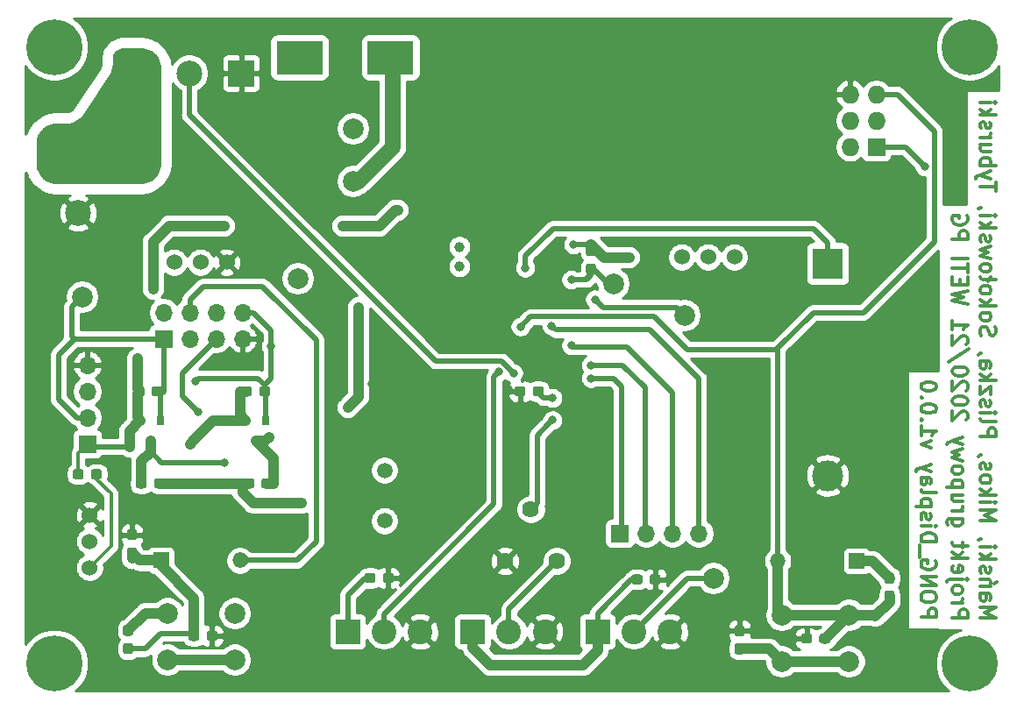
<source format=gbr>
G04 #@! TF.GenerationSoftware,KiCad,Pcbnew,(5.1.5)-3*
G04 #@! TF.CreationDate,2021-01-23T10:44:03+01:00*
G04 #@! TF.ProjectId,PONG_Display,504f4e47-5f44-4697-9370-6c61792e6b69,rev?*
G04 #@! TF.SameCoordinates,Original*
G04 #@! TF.FileFunction,Copper,L2,Bot*
G04 #@! TF.FilePolarity,Positive*
%FSLAX46Y46*%
G04 Gerber Fmt 4.6, Leading zero omitted, Abs format (unit mm)*
G04 Created by KiCad (PCBNEW (5.1.5)-3) date 2021-01-23 10:44:03*
%MOMM*%
%LPD*%
G04 APERTURE LIST*
%ADD10C,0.300000*%
%ADD11C,2.500000*%
%ADD12R,2.500000X2.500000*%
%ADD13C,2.000000*%
%ADD14C,0.100000*%
%ADD15C,2.400000*%
%ADD16R,2.400000X2.400000*%
%ADD17R,1.700000X1.700000*%
%ADD18O,1.700000X1.700000*%
%ADD19C,1.000000*%
%ADD20C,1.524000*%
%ADD21C,1.620000*%
%ADD22C,3.000000*%
%ADD23R,3.000000X3.000000*%
%ADD24R,1.500000X1.500000*%
%ADD25O,1.500000X1.500000*%
%ADD26C,0.800000*%
%ADD27C,5.400000*%
%ADD28C,1.500000*%
%ADD29R,0.800000X0.900000*%
%ADD30R,1.727200X1.727200*%
%ADD31O,1.727200X1.727200*%
%ADD32R,4.500000X3.300000*%
%ADD33C,0.500000*%
%ADD34C,1.000000*%
%ADD35C,1.500000*%
%ADD36C,0.254000*%
G04 APERTURE END LIST*
D10*
X99821428Y-70071428D02*
X101321428Y-70071428D01*
X101321428Y-69500000D01*
X101250000Y-69357142D01*
X101178571Y-69285714D01*
X101035714Y-69214285D01*
X100821428Y-69214285D01*
X100678571Y-69285714D01*
X100607142Y-69357142D01*
X100535714Y-69500000D01*
X100535714Y-70071428D01*
X101321428Y-68285714D02*
X101321428Y-68000000D01*
X101250000Y-67857142D01*
X101107142Y-67714285D01*
X100821428Y-67642857D01*
X100321428Y-67642857D01*
X100035714Y-67714285D01*
X99892857Y-67857142D01*
X99821428Y-68000000D01*
X99821428Y-68285714D01*
X99892857Y-68428571D01*
X100035714Y-68571428D01*
X100321428Y-68642857D01*
X100821428Y-68642857D01*
X101107142Y-68571428D01*
X101250000Y-68428571D01*
X101321428Y-68285714D01*
X99821428Y-67000000D02*
X101321428Y-67000000D01*
X99821428Y-66142857D01*
X101321428Y-66142857D01*
X101250000Y-64642857D02*
X101321428Y-64785714D01*
X101321428Y-65000000D01*
X101250000Y-65214285D01*
X101107142Y-65357142D01*
X100964285Y-65428571D01*
X100678571Y-65500000D01*
X100464285Y-65500000D01*
X100178571Y-65428571D01*
X100035714Y-65357142D01*
X99892857Y-65214285D01*
X99821428Y-65000000D01*
X99821428Y-64857142D01*
X99892857Y-64642857D01*
X99964285Y-64571428D01*
X100464285Y-64571428D01*
X100464285Y-64857142D01*
X99678571Y-64285714D02*
X99678571Y-63142857D01*
X99821428Y-62785714D02*
X101321428Y-62785714D01*
X101321428Y-62428571D01*
X101250000Y-62214285D01*
X101107142Y-62071428D01*
X100964285Y-62000000D01*
X100678571Y-61928571D01*
X100464285Y-61928571D01*
X100178571Y-62000000D01*
X100035714Y-62071428D01*
X99892857Y-62214285D01*
X99821428Y-62428571D01*
X99821428Y-62785714D01*
X99821428Y-61285714D02*
X100821428Y-61285714D01*
X101321428Y-61285714D02*
X101250000Y-61357142D01*
X101178571Y-61285714D01*
X101250000Y-61214285D01*
X101321428Y-61285714D01*
X101178571Y-61285714D01*
X99892857Y-60642857D02*
X99821428Y-60500000D01*
X99821428Y-60214285D01*
X99892857Y-60071428D01*
X100035714Y-60000000D01*
X100107142Y-60000000D01*
X100250000Y-60071428D01*
X100321428Y-60214285D01*
X100321428Y-60428571D01*
X100392857Y-60571428D01*
X100535714Y-60642857D01*
X100607142Y-60642857D01*
X100750000Y-60571428D01*
X100821428Y-60428571D01*
X100821428Y-60214285D01*
X100750000Y-60071428D01*
X100821428Y-59357142D02*
X99321428Y-59357142D01*
X100750000Y-59357142D02*
X100821428Y-59214285D01*
X100821428Y-58928571D01*
X100750000Y-58785714D01*
X100678571Y-58714285D01*
X100535714Y-58642857D01*
X100107142Y-58642857D01*
X99964285Y-58714285D01*
X99892857Y-58785714D01*
X99821428Y-58928571D01*
X99821428Y-59214285D01*
X99892857Y-59357142D01*
X99821428Y-57785714D02*
X99892857Y-57928571D01*
X100035714Y-58000000D01*
X101321428Y-58000000D01*
X99821428Y-56571428D02*
X100607142Y-56571428D01*
X100750000Y-56642857D01*
X100821428Y-56785714D01*
X100821428Y-57071428D01*
X100750000Y-57214285D01*
X99892857Y-56571428D02*
X99821428Y-56714285D01*
X99821428Y-57071428D01*
X99892857Y-57214285D01*
X100035714Y-57285714D01*
X100178571Y-57285714D01*
X100321428Y-57214285D01*
X100392857Y-57071428D01*
X100392857Y-56714285D01*
X100464285Y-56571428D01*
X100821428Y-56000000D02*
X99821428Y-55642857D01*
X100821428Y-55285714D02*
X99821428Y-55642857D01*
X99464285Y-55785714D01*
X99392857Y-55857142D01*
X99321428Y-56000000D01*
X100821428Y-53714285D02*
X99821428Y-53357142D01*
X100821428Y-53000000D01*
X99821428Y-51642857D02*
X99821428Y-52500000D01*
X99821428Y-52071428D02*
X101321428Y-52071428D01*
X101107142Y-52214285D01*
X100964285Y-52357142D01*
X100892857Y-52500000D01*
X99964285Y-51000000D02*
X99892857Y-50928571D01*
X99821428Y-51000000D01*
X99892857Y-51071428D01*
X99964285Y-51000000D01*
X99821428Y-51000000D01*
X101321428Y-50000000D02*
X101321428Y-49857142D01*
X101250000Y-49714285D01*
X101178571Y-49642857D01*
X101035714Y-49571428D01*
X100750000Y-49500000D01*
X100392857Y-49500000D01*
X100107142Y-49571428D01*
X99964285Y-49642857D01*
X99892857Y-49714285D01*
X99821428Y-49857142D01*
X99821428Y-50000000D01*
X99892857Y-50142857D01*
X99964285Y-50214285D01*
X100107142Y-50285714D01*
X100392857Y-50357142D01*
X100750000Y-50357142D01*
X101035714Y-50285714D01*
X101178571Y-50214285D01*
X101250000Y-50142857D01*
X101321428Y-50000000D01*
X99964285Y-48857142D02*
X99892857Y-48785714D01*
X99821428Y-48857142D01*
X99892857Y-48928571D01*
X99964285Y-48857142D01*
X99821428Y-48857142D01*
X101321428Y-47857142D02*
X101321428Y-47714285D01*
X101250000Y-47571428D01*
X101178571Y-47500000D01*
X101035714Y-47428571D01*
X100750000Y-47357142D01*
X100392857Y-47357142D01*
X100107142Y-47428571D01*
X99964285Y-47500000D01*
X99892857Y-47571428D01*
X99821428Y-47714285D01*
X99821428Y-47857142D01*
X99892857Y-48000000D01*
X99964285Y-48071428D01*
X100107142Y-48142857D01*
X100392857Y-48214285D01*
X100750000Y-48214285D01*
X101035714Y-48142857D01*
X101178571Y-48071428D01*
X101250000Y-48000000D01*
X101321428Y-47857142D01*
X105571428Y-70142857D02*
X107071428Y-70142857D01*
X106000000Y-69642857D01*
X107071428Y-69142857D01*
X105571428Y-69142857D01*
X105571428Y-67785714D02*
X106357142Y-67785714D01*
X106500000Y-67857142D01*
X106571428Y-68000000D01*
X106571428Y-68285714D01*
X106500000Y-68428571D01*
X105642857Y-67785714D02*
X105571428Y-67928571D01*
X105571428Y-68285714D01*
X105642857Y-68428571D01*
X105785714Y-68500000D01*
X105928571Y-68500000D01*
X106071428Y-68428571D01*
X106142857Y-68285714D01*
X106142857Y-67928571D01*
X106214285Y-67785714D01*
X106571428Y-67071428D02*
X105571428Y-67071428D01*
X106428571Y-67071428D02*
X106500000Y-67000000D01*
X106571428Y-66857142D01*
X106571428Y-66642857D01*
X106500000Y-66500000D01*
X106357142Y-66428571D01*
X105571428Y-66428571D01*
X107142857Y-66642857D02*
X106928571Y-66857142D01*
X105642857Y-65785714D02*
X105571428Y-65642857D01*
X105571428Y-65357142D01*
X105642857Y-65214285D01*
X105785714Y-65142857D01*
X105857142Y-65142857D01*
X106000000Y-65214285D01*
X106071428Y-65357142D01*
X106071428Y-65571428D01*
X106142857Y-65714285D01*
X106285714Y-65785714D01*
X106357142Y-65785714D01*
X106500000Y-65714285D01*
X106571428Y-65571428D01*
X106571428Y-65357142D01*
X106500000Y-65214285D01*
X105571428Y-64500000D02*
X107071428Y-64500000D01*
X106142857Y-64357142D02*
X105571428Y-63928571D01*
X106571428Y-63928571D02*
X106000000Y-64500000D01*
X105571428Y-63285714D02*
X106571428Y-63285714D01*
X107071428Y-63285714D02*
X107000000Y-63357142D01*
X106928571Y-63285714D01*
X107000000Y-63214285D01*
X107071428Y-63285714D01*
X106928571Y-63285714D01*
X105642857Y-62500000D02*
X105571428Y-62500000D01*
X105428571Y-62571428D01*
X105357142Y-62642857D01*
X105571428Y-60714285D02*
X107071428Y-60714285D01*
X106000000Y-60214285D01*
X107071428Y-59714285D01*
X105571428Y-59714285D01*
X105571428Y-59000000D02*
X106571428Y-59000000D01*
X107071428Y-59000000D02*
X107000000Y-59071428D01*
X106928571Y-59000000D01*
X107000000Y-58928571D01*
X107071428Y-59000000D01*
X106928571Y-59000000D01*
X105571428Y-58285714D02*
X107071428Y-58285714D01*
X106142857Y-58142857D02*
X105571428Y-57714285D01*
X106571428Y-57714285D02*
X106000000Y-58285714D01*
X105571428Y-56857142D02*
X105642857Y-57000000D01*
X105714285Y-57071428D01*
X105857142Y-57142857D01*
X106285714Y-57142857D01*
X106428571Y-57071428D01*
X106500000Y-57000000D01*
X106571428Y-56857142D01*
X106571428Y-56642857D01*
X106500000Y-56500000D01*
X106428571Y-56428571D01*
X106285714Y-56357142D01*
X105857142Y-56357142D01*
X105714285Y-56428571D01*
X105642857Y-56500000D01*
X105571428Y-56642857D01*
X105571428Y-56857142D01*
X105642857Y-55785714D02*
X105571428Y-55642857D01*
X105571428Y-55357142D01*
X105642857Y-55214285D01*
X105785714Y-55142857D01*
X105857142Y-55142857D01*
X106000000Y-55214285D01*
X106071428Y-55357142D01*
X106071428Y-55571428D01*
X106142857Y-55714285D01*
X106285714Y-55785714D01*
X106357142Y-55785714D01*
X106500000Y-55714285D01*
X106571428Y-55571428D01*
X106571428Y-55357142D01*
X106500000Y-55214285D01*
X105642857Y-54428571D02*
X105571428Y-54428571D01*
X105428571Y-54499999D01*
X105357142Y-54571428D01*
X105571428Y-52642857D02*
X107071428Y-52642857D01*
X107071428Y-52071428D01*
X107000000Y-51928571D01*
X106928571Y-51857142D01*
X106785714Y-51785714D01*
X106571428Y-51785714D01*
X106428571Y-51857142D01*
X106357142Y-51928571D01*
X106285714Y-52071428D01*
X106285714Y-52642857D01*
X105571428Y-50928571D02*
X105642857Y-51071428D01*
X105785714Y-51142857D01*
X107071428Y-51142857D01*
X105571428Y-50357142D02*
X106571428Y-50357142D01*
X107071428Y-50357142D02*
X107000000Y-50428571D01*
X106928571Y-50357142D01*
X107000000Y-50285714D01*
X107071428Y-50357142D01*
X106928571Y-50357142D01*
X105642857Y-49714285D02*
X105571428Y-49571428D01*
X105571428Y-49285714D01*
X105642857Y-49142857D01*
X105785714Y-49071428D01*
X105857142Y-49071428D01*
X106000000Y-49142857D01*
X106071428Y-49285714D01*
X106071428Y-49499999D01*
X106142857Y-49642857D01*
X106285714Y-49714285D01*
X106357142Y-49714285D01*
X106500000Y-49642857D01*
X106571428Y-49499999D01*
X106571428Y-49285714D01*
X106500000Y-49142857D01*
X106571428Y-48571428D02*
X106571428Y-47785714D01*
X105571428Y-48571428D01*
X105571428Y-47785714D01*
X105571428Y-47214285D02*
X107071428Y-47214285D01*
X106142857Y-47071428D02*
X105571428Y-46642857D01*
X106571428Y-46642857D02*
X106000000Y-47214285D01*
X105571428Y-45357142D02*
X106357142Y-45357142D01*
X106500000Y-45428571D01*
X106571428Y-45571428D01*
X106571428Y-45857142D01*
X106500000Y-45999999D01*
X105642857Y-45357142D02*
X105571428Y-45499999D01*
X105571428Y-45857142D01*
X105642857Y-45999999D01*
X105785714Y-46071428D01*
X105928571Y-46071428D01*
X106071428Y-45999999D01*
X106142857Y-45857142D01*
X106142857Y-45499999D01*
X106214285Y-45357142D01*
X105642857Y-44571428D02*
X105571428Y-44571428D01*
X105428571Y-44642857D01*
X105357142Y-44714285D01*
X105642857Y-42857142D02*
X105571428Y-42642857D01*
X105571428Y-42285714D01*
X105642857Y-42142857D01*
X105714285Y-42071428D01*
X105857142Y-42000000D01*
X106000000Y-42000000D01*
X106142857Y-42071428D01*
X106214285Y-42142857D01*
X106285714Y-42285714D01*
X106357142Y-42571428D01*
X106428571Y-42714285D01*
X106500000Y-42785714D01*
X106642857Y-42857142D01*
X106785714Y-42857142D01*
X106928571Y-42785714D01*
X107000000Y-42714285D01*
X107071428Y-42571428D01*
X107071428Y-42214285D01*
X107000000Y-42000000D01*
X105571428Y-41142857D02*
X105642857Y-41285714D01*
X105714285Y-41357142D01*
X105857142Y-41428571D01*
X106285714Y-41428571D01*
X106428571Y-41357142D01*
X106500000Y-41285714D01*
X106571428Y-41142857D01*
X106571428Y-40928571D01*
X106500000Y-40785714D01*
X106428571Y-40714285D01*
X106285714Y-40642857D01*
X105857142Y-40642857D01*
X105714285Y-40714285D01*
X105642857Y-40785714D01*
X105571428Y-40928571D01*
X105571428Y-41142857D01*
X105571428Y-39999999D02*
X107071428Y-39999999D01*
X106142857Y-39857142D02*
X105571428Y-39428571D01*
X106571428Y-39428571D02*
X106000000Y-39999999D01*
X105571428Y-38571428D02*
X105642857Y-38714285D01*
X105714285Y-38785714D01*
X105857142Y-38857142D01*
X106285714Y-38857142D01*
X106428571Y-38785714D01*
X106500000Y-38714285D01*
X106571428Y-38571428D01*
X106571428Y-38357142D01*
X106500000Y-38214285D01*
X106428571Y-38142857D01*
X106285714Y-38071428D01*
X105857142Y-38071428D01*
X105714285Y-38142857D01*
X105642857Y-38214285D01*
X105571428Y-38357142D01*
X105571428Y-38571428D01*
X105571428Y-37214285D02*
X105642857Y-37357142D01*
X105785714Y-37428571D01*
X107071428Y-37428571D01*
X106285714Y-37642857D02*
X106571428Y-37214285D01*
X105571428Y-36428571D02*
X105642857Y-36571428D01*
X105714285Y-36642857D01*
X105857142Y-36714285D01*
X106285714Y-36714285D01*
X106428571Y-36642857D01*
X106500000Y-36571428D01*
X106571428Y-36428571D01*
X106571428Y-36214285D01*
X106500000Y-36071428D01*
X106428571Y-35999999D01*
X106285714Y-35928571D01*
X105857142Y-35928571D01*
X105714285Y-35999999D01*
X105642857Y-36071428D01*
X105571428Y-36214285D01*
X105571428Y-36428571D01*
X106571428Y-35428571D02*
X105571428Y-35142857D01*
X106285714Y-34857142D01*
X105571428Y-34571428D01*
X106571428Y-34285714D01*
X105642857Y-33785714D02*
X105571428Y-33642857D01*
X105571428Y-33357142D01*
X105642857Y-33214285D01*
X105785714Y-33142857D01*
X105857142Y-33142857D01*
X106000000Y-33214285D01*
X106071428Y-33357142D01*
X106071428Y-33571428D01*
X106142857Y-33714285D01*
X106285714Y-33785714D01*
X106357142Y-33785714D01*
X106500000Y-33714285D01*
X106571428Y-33571428D01*
X106571428Y-33357142D01*
X106500000Y-33214285D01*
X105571428Y-32499999D02*
X107071428Y-32499999D01*
X106142857Y-32357142D02*
X105571428Y-31928571D01*
X106571428Y-31928571D02*
X106000000Y-32499999D01*
X105571428Y-31285714D02*
X106571428Y-31285714D01*
X107071428Y-31285714D02*
X107000000Y-31357142D01*
X106928571Y-31285714D01*
X107000000Y-31214285D01*
X107071428Y-31285714D01*
X106928571Y-31285714D01*
X105642857Y-30499999D02*
X105571428Y-30499999D01*
X105428571Y-30571428D01*
X105357142Y-30642857D01*
X107071428Y-28928571D02*
X107071428Y-28071428D01*
X105571428Y-28499999D02*
X107071428Y-28499999D01*
X106571428Y-27714285D02*
X105571428Y-27357142D01*
X106571428Y-26999999D02*
X105571428Y-27357142D01*
X105214285Y-27499999D01*
X105142857Y-27571428D01*
X105071428Y-27714285D01*
X105571428Y-26428571D02*
X107071428Y-26428571D01*
X106500000Y-26428571D02*
X106571428Y-26285714D01*
X106571428Y-25999999D01*
X106500000Y-25857142D01*
X106428571Y-25785714D01*
X106285714Y-25714285D01*
X105857142Y-25714285D01*
X105714285Y-25785714D01*
X105642857Y-25857142D01*
X105571428Y-25999999D01*
X105571428Y-26285714D01*
X105642857Y-26428571D01*
X106571428Y-24428571D02*
X105571428Y-24428571D01*
X106571428Y-25071428D02*
X105785714Y-25071428D01*
X105642857Y-24999999D01*
X105571428Y-24857142D01*
X105571428Y-24642857D01*
X105642857Y-24499999D01*
X105714285Y-24428571D01*
X105571428Y-23714285D02*
X106571428Y-23714285D01*
X106285714Y-23714285D02*
X106428571Y-23642857D01*
X106500000Y-23571428D01*
X106571428Y-23428571D01*
X106571428Y-23285714D01*
X105642857Y-22857142D02*
X105571428Y-22714285D01*
X105571428Y-22428571D01*
X105642857Y-22285714D01*
X105785714Y-22214285D01*
X105857142Y-22214285D01*
X106000000Y-22285714D01*
X106071428Y-22428571D01*
X106071428Y-22642857D01*
X106142857Y-22785714D01*
X106285714Y-22857142D01*
X106357142Y-22857142D01*
X106500000Y-22785714D01*
X106571428Y-22642857D01*
X106571428Y-22428571D01*
X106500000Y-22285714D01*
X105571428Y-21571428D02*
X107071428Y-21571428D01*
X106142857Y-21428571D02*
X105571428Y-20999999D01*
X106571428Y-20999999D02*
X106000000Y-21571428D01*
X105571428Y-20357142D02*
X106571428Y-20357142D01*
X107071428Y-20357142D02*
X107000000Y-20428571D01*
X106928571Y-20357142D01*
X107000000Y-20285714D01*
X107071428Y-20357142D01*
X106928571Y-20357142D01*
X102821428Y-70178571D02*
X104321428Y-70178571D01*
X104321428Y-69607142D01*
X104250000Y-69464285D01*
X104178571Y-69392857D01*
X104035714Y-69321428D01*
X103821428Y-69321428D01*
X103678571Y-69392857D01*
X103607142Y-69464285D01*
X103535714Y-69607142D01*
X103535714Y-70178571D01*
X102821428Y-68678571D02*
X103821428Y-68678571D01*
X103535714Y-68678571D02*
X103678571Y-68607142D01*
X103750000Y-68535714D01*
X103821428Y-68392857D01*
X103821428Y-68250000D01*
X102821428Y-67535714D02*
X102892857Y-67678571D01*
X102964285Y-67750000D01*
X103107142Y-67821428D01*
X103535714Y-67821428D01*
X103678571Y-67750000D01*
X103750000Y-67678571D01*
X103821428Y-67535714D01*
X103821428Y-67321428D01*
X103750000Y-67178571D01*
X103678571Y-67107142D01*
X103535714Y-67035714D01*
X103107142Y-67035714D01*
X102964285Y-67107142D01*
X102892857Y-67178571D01*
X102821428Y-67321428D01*
X102821428Y-67535714D01*
X103821428Y-66392857D02*
X102535714Y-66392857D01*
X102392857Y-66464285D01*
X102321428Y-66607142D01*
X102321428Y-66678571D01*
X104321428Y-66392857D02*
X104250000Y-66464285D01*
X104178571Y-66392857D01*
X104250000Y-66321428D01*
X104321428Y-66392857D01*
X104178571Y-66392857D01*
X102892857Y-65107142D02*
X102821428Y-65250000D01*
X102821428Y-65535714D01*
X102892857Y-65678571D01*
X103035714Y-65750000D01*
X103607142Y-65750000D01*
X103750000Y-65678571D01*
X103821428Y-65535714D01*
X103821428Y-65250000D01*
X103750000Y-65107142D01*
X103607142Y-65035714D01*
X103464285Y-65035714D01*
X103321428Y-65750000D01*
X102821428Y-64392857D02*
X104321428Y-64392857D01*
X103392857Y-64250000D02*
X102821428Y-63821428D01*
X103821428Y-63821428D02*
X103250000Y-64392857D01*
X103821428Y-63392857D02*
X103821428Y-62821428D01*
X104321428Y-63178571D02*
X103035714Y-63178571D01*
X102892857Y-63107142D01*
X102821428Y-62964285D01*
X102821428Y-62821428D01*
X103821428Y-60535714D02*
X102607142Y-60535714D01*
X102464285Y-60607142D01*
X102392857Y-60678571D01*
X102321428Y-60821428D01*
X102321428Y-61035714D01*
X102392857Y-61178571D01*
X102892857Y-60535714D02*
X102821428Y-60678571D01*
X102821428Y-60964285D01*
X102892857Y-61107142D01*
X102964285Y-61178571D01*
X103107142Y-61250000D01*
X103535714Y-61250000D01*
X103678571Y-61178571D01*
X103750000Y-61107142D01*
X103821428Y-60964285D01*
X103821428Y-60678571D01*
X103750000Y-60535714D01*
X102821428Y-59821428D02*
X103821428Y-59821428D01*
X103535714Y-59821428D02*
X103678571Y-59750000D01*
X103750000Y-59678571D01*
X103821428Y-59535714D01*
X103821428Y-59392857D01*
X103821428Y-58250000D02*
X102821428Y-58250000D01*
X103821428Y-58892857D02*
X103035714Y-58892857D01*
X102892857Y-58821428D01*
X102821428Y-58678571D01*
X102821428Y-58464285D01*
X102892857Y-58321428D01*
X102964285Y-58250000D01*
X103821428Y-57535714D02*
X102321428Y-57535714D01*
X103750000Y-57535714D02*
X103821428Y-57392857D01*
X103821428Y-57107142D01*
X103750000Y-56964285D01*
X103678571Y-56892857D01*
X103535714Y-56821428D01*
X103107142Y-56821428D01*
X102964285Y-56892857D01*
X102892857Y-56964285D01*
X102821428Y-57107142D01*
X102821428Y-57392857D01*
X102892857Y-57535714D01*
X102821428Y-55964285D02*
X102892857Y-56107142D01*
X102964285Y-56178571D01*
X103107142Y-56250000D01*
X103535714Y-56250000D01*
X103678571Y-56178571D01*
X103750000Y-56107142D01*
X103821428Y-55964285D01*
X103821428Y-55750000D01*
X103750000Y-55607142D01*
X103678571Y-55535714D01*
X103535714Y-55464285D01*
X103107142Y-55464285D01*
X102964285Y-55535714D01*
X102892857Y-55607142D01*
X102821428Y-55750000D01*
X102821428Y-55964285D01*
X103821428Y-54964285D02*
X102821428Y-54678571D01*
X103535714Y-54392857D01*
X102821428Y-54107142D01*
X103821428Y-53821428D01*
X103821428Y-53392857D02*
X102821428Y-53035714D01*
X103821428Y-52678571D02*
X102821428Y-53035714D01*
X102464285Y-53178571D01*
X102392857Y-53250000D01*
X102321428Y-53392857D01*
X104178571Y-51035714D02*
X104250000Y-50964285D01*
X104321428Y-50821428D01*
X104321428Y-50464285D01*
X104250000Y-50321428D01*
X104178571Y-50250000D01*
X104035714Y-50178571D01*
X103892857Y-50178571D01*
X103678571Y-50250000D01*
X102821428Y-51107142D01*
X102821428Y-50178571D01*
X104321428Y-49250000D02*
X104321428Y-49107142D01*
X104250000Y-48964285D01*
X104178571Y-48892857D01*
X104035714Y-48821428D01*
X103750000Y-48750000D01*
X103392857Y-48750000D01*
X103107142Y-48821428D01*
X102964285Y-48892857D01*
X102892857Y-48964285D01*
X102821428Y-49107142D01*
X102821428Y-49250000D01*
X102892857Y-49392857D01*
X102964285Y-49464285D01*
X103107142Y-49535714D01*
X103392857Y-49607142D01*
X103750000Y-49607142D01*
X104035714Y-49535714D01*
X104178571Y-49464285D01*
X104250000Y-49392857D01*
X104321428Y-49250000D01*
X104178571Y-48178571D02*
X104250000Y-48107142D01*
X104321428Y-47964285D01*
X104321428Y-47607142D01*
X104250000Y-47464285D01*
X104178571Y-47392857D01*
X104035714Y-47321428D01*
X103892857Y-47321428D01*
X103678571Y-47392857D01*
X102821428Y-48250000D01*
X102821428Y-47321428D01*
X104321428Y-46392857D02*
X104321428Y-46250000D01*
X104250000Y-46107142D01*
X104178571Y-46035714D01*
X104035714Y-45964285D01*
X103750000Y-45892857D01*
X103392857Y-45892857D01*
X103107142Y-45964285D01*
X102964285Y-46035714D01*
X102892857Y-46107142D01*
X102821428Y-46250000D01*
X102821428Y-46392857D01*
X102892857Y-46535714D01*
X102964285Y-46607142D01*
X103107142Y-46678571D01*
X103392857Y-46750000D01*
X103750000Y-46750000D01*
X104035714Y-46678571D01*
X104178571Y-46607142D01*
X104250000Y-46535714D01*
X104321428Y-46392857D01*
X104392857Y-44178571D02*
X102464285Y-45464285D01*
X104178571Y-43750000D02*
X104250000Y-43678571D01*
X104321428Y-43535714D01*
X104321428Y-43178571D01*
X104250000Y-43035714D01*
X104178571Y-42964285D01*
X104035714Y-42892857D01*
X103892857Y-42892857D01*
X103678571Y-42964285D01*
X102821428Y-43821428D01*
X102821428Y-42892857D01*
X102821428Y-41464285D02*
X102821428Y-42321428D01*
X102821428Y-41892857D02*
X104321428Y-41892857D01*
X104107142Y-42035714D01*
X103964285Y-42178571D01*
X103892857Y-42321428D01*
X104321428Y-39821428D02*
X102821428Y-39464285D01*
X103892857Y-39178571D01*
X102821428Y-38892857D01*
X104321428Y-38535714D01*
X103607142Y-37964285D02*
X103607142Y-37464285D01*
X102821428Y-37250000D02*
X102821428Y-37964285D01*
X104321428Y-37964285D01*
X104321428Y-37250000D01*
X104321428Y-36821428D02*
X104321428Y-35964285D01*
X102821428Y-36392857D02*
X104321428Y-36392857D01*
X102821428Y-35464285D02*
X104321428Y-35464285D01*
X102821428Y-33607142D02*
X104321428Y-33607142D01*
X104321428Y-33035714D01*
X104250000Y-32892857D01*
X104178571Y-32821428D01*
X104035714Y-32750000D01*
X103821428Y-32750000D01*
X103678571Y-32821428D01*
X103607142Y-32892857D01*
X103535714Y-33035714D01*
X103535714Y-33607142D01*
X104250000Y-31321428D02*
X104321428Y-31464285D01*
X104321428Y-31678571D01*
X104250000Y-31892857D01*
X104107142Y-32035714D01*
X103964285Y-32107142D01*
X103678571Y-32178571D01*
X103464285Y-32178571D01*
X103178571Y-32107142D01*
X103035714Y-32035714D01*
X102892857Y-31892857D01*
X102821428Y-31678571D01*
X102821428Y-31535714D01*
X102892857Y-31321428D01*
X102964285Y-31250000D01*
X103464285Y-31250000D01*
X103464285Y-31535714D01*
D11*
X24163000Y-17526000D03*
X29163000Y-17526000D03*
D12*
X34163000Y-17526000D03*
D13*
X44958000Y-22860000D03*
X44958000Y-27940000D03*
G04 #@! TA.AperFunction,SMDPad,CuDef*
D14*
G36*
X36745779Y-47786144D02*
G01*
X36768834Y-47789563D01*
X36791443Y-47795227D01*
X36813387Y-47803079D01*
X36834457Y-47813044D01*
X36854448Y-47825026D01*
X36873168Y-47838910D01*
X36890438Y-47854562D01*
X36906090Y-47871832D01*
X36919974Y-47890552D01*
X36931956Y-47910543D01*
X36941921Y-47931613D01*
X36949773Y-47953557D01*
X36955437Y-47976166D01*
X36958856Y-47999221D01*
X36960000Y-48022500D01*
X36960000Y-48497500D01*
X36958856Y-48520779D01*
X36955437Y-48543834D01*
X36949773Y-48566443D01*
X36941921Y-48588387D01*
X36931956Y-48609457D01*
X36919974Y-48629448D01*
X36906090Y-48648168D01*
X36890438Y-48665438D01*
X36873168Y-48681090D01*
X36854448Y-48694974D01*
X36834457Y-48706956D01*
X36813387Y-48716921D01*
X36791443Y-48724773D01*
X36768834Y-48730437D01*
X36745779Y-48733856D01*
X36722500Y-48735000D01*
X36147500Y-48735000D01*
X36124221Y-48733856D01*
X36101166Y-48730437D01*
X36078557Y-48724773D01*
X36056613Y-48716921D01*
X36035543Y-48706956D01*
X36015552Y-48694974D01*
X35996832Y-48681090D01*
X35979562Y-48665438D01*
X35963910Y-48648168D01*
X35950026Y-48629448D01*
X35938044Y-48609457D01*
X35928079Y-48588387D01*
X35920227Y-48566443D01*
X35914563Y-48543834D01*
X35911144Y-48520779D01*
X35910000Y-48497500D01*
X35910000Y-48022500D01*
X35911144Y-47999221D01*
X35914563Y-47976166D01*
X35920227Y-47953557D01*
X35928079Y-47931613D01*
X35938044Y-47910543D01*
X35950026Y-47890552D01*
X35963910Y-47871832D01*
X35979562Y-47854562D01*
X35996832Y-47838910D01*
X36015552Y-47825026D01*
X36035543Y-47813044D01*
X36056613Y-47803079D01*
X36078557Y-47795227D01*
X36101166Y-47789563D01*
X36124221Y-47786144D01*
X36147500Y-47785000D01*
X36722500Y-47785000D01*
X36745779Y-47786144D01*
G37*
G04 #@! TD.AperFunction*
G04 #@! TA.AperFunction,SMDPad,CuDef*
G36*
X34995779Y-47786144D02*
G01*
X35018834Y-47789563D01*
X35041443Y-47795227D01*
X35063387Y-47803079D01*
X35084457Y-47813044D01*
X35104448Y-47825026D01*
X35123168Y-47838910D01*
X35140438Y-47854562D01*
X35156090Y-47871832D01*
X35169974Y-47890552D01*
X35181956Y-47910543D01*
X35191921Y-47931613D01*
X35199773Y-47953557D01*
X35205437Y-47976166D01*
X35208856Y-47999221D01*
X35210000Y-48022500D01*
X35210000Y-48497500D01*
X35208856Y-48520779D01*
X35205437Y-48543834D01*
X35199773Y-48566443D01*
X35191921Y-48588387D01*
X35181956Y-48609457D01*
X35169974Y-48629448D01*
X35156090Y-48648168D01*
X35140438Y-48665438D01*
X35123168Y-48681090D01*
X35104448Y-48694974D01*
X35084457Y-48706956D01*
X35063387Y-48716921D01*
X35041443Y-48724773D01*
X35018834Y-48730437D01*
X34995779Y-48733856D01*
X34972500Y-48735000D01*
X34397500Y-48735000D01*
X34374221Y-48733856D01*
X34351166Y-48730437D01*
X34328557Y-48724773D01*
X34306613Y-48716921D01*
X34285543Y-48706956D01*
X34265552Y-48694974D01*
X34246832Y-48681090D01*
X34229562Y-48665438D01*
X34213910Y-48648168D01*
X34200026Y-48629448D01*
X34188044Y-48609457D01*
X34178079Y-48588387D01*
X34170227Y-48566443D01*
X34164563Y-48543834D01*
X34161144Y-48520779D01*
X34160000Y-48497500D01*
X34160000Y-48022500D01*
X34161144Y-47999221D01*
X34164563Y-47976166D01*
X34170227Y-47953557D01*
X34178079Y-47931613D01*
X34188044Y-47910543D01*
X34200026Y-47890552D01*
X34213910Y-47871832D01*
X34229562Y-47854562D01*
X34246832Y-47838910D01*
X34265552Y-47825026D01*
X34285543Y-47813044D01*
X34306613Y-47803079D01*
X34328557Y-47795227D01*
X34351166Y-47789563D01*
X34374221Y-47786144D01*
X34397500Y-47785000D01*
X34972500Y-47785000D01*
X34995779Y-47786144D01*
G37*
G04 #@! TD.AperFunction*
D15*
X75580000Y-71470000D03*
X72080000Y-71470000D03*
D16*
X68580000Y-71470000D03*
D15*
X51450000Y-71470000D03*
X47950000Y-71470000D03*
D16*
X44450000Y-71470000D03*
D15*
X63515000Y-71470000D03*
X60015000Y-71470000D03*
D16*
X56515000Y-71470000D03*
D17*
X26670000Y-43180000D03*
D18*
X26670000Y-40640000D03*
X29210000Y-43180000D03*
X29210000Y-40640000D03*
X31750000Y-43180000D03*
X31750000Y-40640000D03*
X34290000Y-43180000D03*
X34290000Y-40640000D03*
D19*
X55245000Y-34290000D03*
X55245000Y-36190000D03*
D20*
X19534000Y-60198000D03*
X19534000Y-62738000D03*
X19534000Y-65278000D03*
X32766000Y-35790000D03*
X30226000Y-35790000D03*
X27686000Y-35790000D03*
X81788000Y-35282000D03*
X79248000Y-35282000D03*
X76708000Y-35282000D03*
D21*
X59643000Y-64643000D03*
X62143000Y-59643000D03*
X64643000Y-64643000D03*
D12*
X18415000Y-26035000D03*
D11*
X18415000Y-31035000D03*
D17*
X70739000Y-61976000D03*
D18*
X73279000Y-61976000D03*
X75819000Y-61976000D03*
X78359000Y-61976000D03*
D22*
X90805000Y-56400000D03*
D23*
X90805000Y-35910000D03*
D24*
X93599000Y-64643000D03*
D25*
X85979000Y-64643000D03*
X34036000Y-64579500D03*
D24*
X26416000Y-64579500D03*
D26*
X105952891Y-13554109D03*
X104521000Y-12961000D03*
X103089109Y-13554109D03*
X102496000Y-14986000D03*
X103089109Y-16417891D03*
X104521000Y-17011000D03*
X105952891Y-16417891D03*
X106546000Y-14986000D03*
D27*
X104521000Y-14986000D03*
X104521000Y-74549000D03*
D26*
X106546000Y-74549000D03*
X105952891Y-75980891D03*
X104521000Y-76574000D03*
X103089109Y-75980891D03*
X102496000Y-74549000D03*
X103089109Y-73117109D03*
X104521000Y-72524000D03*
X105952891Y-73117109D03*
X17553891Y-73117109D03*
X16122000Y-72524000D03*
X14690109Y-73117109D03*
X14097000Y-74549000D03*
X14690109Y-75980891D03*
X16122000Y-76574000D03*
X17553891Y-75980891D03*
X18147000Y-74549000D03*
D27*
X16122000Y-74549000D03*
X16129000Y-14986000D03*
D26*
X18154000Y-14986000D03*
X17560891Y-16417891D03*
X16129000Y-17011000D03*
X14697109Y-16417891D03*
X14104000Y-14986000D03*
X14697109Y-13554109D03*
X16129000Y-12961000D03*
X17560891Y-13554109D03*
D18*
X19304000Y-45720000D03*
X19304000Y-48260000D03*
X19304000Y-50800000D03*
D17*
X19304000Y-53340000D03*
D13*
X92860000Y-69850000D03*
X92860000Y-74350000D03*
X86360000Y-69850000D03*
X86360000Y-74350000D03*
X27051000Y-74192000D03*
X27051000Y-69692000D03*
X33551000Y-74192000D03*
X33551000Y-69692000D03*
D28*
X48006000Y-55880000D03*
X48006000Y-60760000D03*
D29*
X25400000Y-53070000D03*
X26350000Y-51070000D03*
X24450000Y-51070000D03*
X34610000Y-51070000D03*
X36510000Y-51070000D03*
X35560000Y-53070000D03*
G04 #@! TA.AperFunction,SMDPad,CuDef*
D14*
G36*
X61411779Y-47786144D02*
G01*
X61434834Y-47789563D01*
X61457443Y-47795227D01*
X61479387Y-47803079D01*
X61500457Y-47813044D01*
X61520448Y-47825026D01*
X61539168Y-47838910D01*
X61556438Y-47854562D01*
X61572090Y-47871832D01*
X61585974Y-47890552D01*
X61597956Y-47910543D01*
X61607921Y-47931613D01*
X61615773Y-47953557D01*
X61621437Y-47976166D01*
X61624856Y-47999221D01*
X61626000Y-48022500D01*
X61626000Y-48497500D01*
X61624856Y-48520779D01*
X61621437Y-48543834D01*
X61615773Y-48566443D01*
X61607921Y-48588387D01*
X61597956Y-48609457D01*
X61585974Y-48629448D01*
X61572090Y-48648168D01*
X61556438Y-48665438D01*
X61539168Y-48681090D01*
X61520448Y-48694974D01*
X61500457Y-48706956D01*
X61479387Y-48716921D01*
X61457443Y-48724773D01*
X61434834Y-48730437D01*
X61411779Y-48733856D01*
X61388500Y-48735000D01*
X60813500Y-48735000D01*
X60790221Y-48733856D01*
X60767166Y-48730437D01*
X60744557Y-48724773D01*
X60722613Y-48716921D01*
X60701543Y-48706956D01*
X60681552Y-48694974D01*
X60662832Y-48681090D01*
X60645562Y-48665438D01*
X60629910Y-48648168D01*
X60616026Y-48629448D01*
X60604044Y-48609457D01*
X60594079Y-48588387D01*
X60586227Y-48566443D01*
X60580563Y-48543834D01*
X60577144Y-48520779D01*
X60576000Y-48497500D01*
X60576000Y-48022500D01*
X60577144Y-47999221D01*
X60580563Y-47976166D01*
X60586227Y-47953557D01*
X60594079Y-47931613D01*
X60604044Y-47910543D01*
X60616026Y-47890552D01*
X60629910Y-47871832D01*
X60645562Y-47854562D01*
X60662832Y-47838910D01*
X60681552Y-47825026D01*
X60701543Y-47813044D01*
X60722613Y-47803079D01*
X60744557Y-47795227D01*
X60767166Y-47789563D01*
X60790221Y-47786144D01*
X60813500Y-47785000D01*
X61388500Y-47785000D01*
X61411779Y-47786144D01*
G37*
G04 #@! TD.AperFunction*
G04 #@! TA.AperFunction,SMDPad,CuDef*
G36*
X63161779Y-47786144D02*
G01*
X63184834Y-47789563D01*
X63207443Y-47795227D01*
X63229387Y-47803079D01*
X63250457Y-47813044D01*
X63270448Y-47825026D01*
X63289168Y-47838910D01*
X63306438Y-47854562D01*
X63322090Y-47871832D01*
X63335974Y-47890552D01*
X63347956Y-47910543D01*
X63357921Y-47931613D01*
X63365773Y-47953557D01*
X63371437Y-47976166D01*
X63374856Y-47999221D01*
X63376000Y-48022500D01*
X63376000Y-48497500D01*
X63374856Y-48520779D01*
X63371437Y-48543834D01*
X63365773Y-48566443D01*
X63357921Y-48588387D01*
X63347956Y-48609457D01*
X63335974Y-48629448D01*
X63322090Y-48648168D01*
X63306438Y-48665438D01*
X63289168Y-48681090D01*
X63270448Y-48694974D01*
X63250457Y-48706956D01*
X63229387Y-48716921D01*
X63207443Y-48724773D01*
X63184834Y-48730437D01*
X63161779Y-48733856D01*
X63138500Y-48735000D01*
X62563500Y-48735000D01*
X62540221Y-48733856D01*
X62517166Y-48730437D01*
X62494557Y-48724773D01*
X62472613Y-48716921D01*
X62451543Y-48706956D01*
X62431552Y-48694974D01*
X62412832Y-48681090D01*
X62395562Y-48665438D01*
X62379910Y-48648168D01*
X62366026Y-48629448D01*
X62354044Y-48609457D01*
X62344079Y-48588387D01*
X62336227Y-48566443D01*
X62330563Y-48543834D01*
X62327144Y-48520779D01*
X62326000Y-48497500D01*
X62326000Y-48022500D01*
X62327144Y-47999221D01*
X62330563Y-47976166D01*
X62336227Y-47953557D01*
X62344079Y-47931613D01*
X62354044Y-47910543D01*
X62366026Y-47890552D01*
X62379910Y-47871832D01*
X62395562Y-47854562D01*
X62412832Y-47838910D01*
X62431552Y-47825026D01*
X62451543Y-47813044D01*
X62472613Y-47803079D01*
X62494557Y-47795227D01*
X62517166Y-47789563D01*
X62540221Y-47786144D01*
X62563500Y-47785000D01*
X63138500Y-47785000D01*
X63161779Y-47786144D01*
G37*
G04 #@! TD.AperFunction*
G04 #@! TA.AperFunction,SMDPad,CuDef*
G36*
X48683779Y-65820144D02*
G01*
X48706834Y-65823563D01*
X48729443Y-65829227D01*
X48751387Y-65837079D01*
X48772457Y-65847044D01*
X48792448Y-65859026D01*
X48811168Y-65872910D01*
X48828438Y-65888562D01*
X48844090Y-65905832D01*
X48857974Y-65924552D01*
X48869956Y-65944543D01*
X48879921Y-65965613D01*
X48887773Y-65987557D01*
X48893437Y-66010166D01*
X48896856Y-66033221D01*
X48898000Y-66056500D01*
X48898000Y-66531500D01*
X48896856Y-66554779D01*
X48893437Y-66577834D01*
X48887773Y-66600443D01*
X48879921Y-66622387D01*
X48869956Y-66643457D01*
X48857974Y-66663448D01*
X48844090Y-66682168D01*
X48828438Y-66699438D01*
X48811168Y-66715090D01*
X48792448Y-66728974D01*
X48772457Y-66740956D01*
X48751387Y-66750921D01*
X48729443Y-66758773D01*
X48706834Y-66764437D01*
X48683779Y-66767856D01*
X48660500Y-66769000D01*
X48085500Y-66769000D01*
X48062221Y-66767856D01*
X48039166Y-66764437D01*
X48016557Y-66758773D01*
X47994613Y-66750921D01*
X47973543Y-66740956D01*
X47953552Y-66728974D01*
X47934832Y-66715090D01*
X47917562Y-66699438D01*
X47901910Y-66682168D01*
X47888026Y-66663448D01*
X47876044Y-66643457D01*
X47866079Y-66622387D01*
X47858227Y-66600443D01*
X47852563Y-66577834D01*
X47849144Y-66554779D01*
X47848000Y-66531500D01*
X47848000Y-66056500D01*
X47849144Y-66033221D01*
X47852563Y-66010166D01*
X47858227Y-65987557D01*
X47866079Y-65965613D01*
X47876044Y-65944543D01*
X47888026Y-65924552D01*
X47901910Y-65905832D01*
X47917562Y-65888562D01*
X47934832Y-65872910D01*
X47953552Y-65859026D01*
X47973543Y-65847044D01*
X47994613Y-65837079D01*
X48016557Y-65829227D01*
X48039166Y-65823563D01*
X48062221Y-65820144D01*
X48085500Y-65819000D01*
X48660500Y-65819000D01*
X48683779Y-65820144D01*
G37*
G04 #@! TD.AperFunction*
G04 #@! TA.AperFunction,SMDPad,CuDef*
G36*
X46933779Y-65820144D02*
G01*
X46956834Y-65823563D01*
X46979443Y-65829227D01*
X47001387Y-65837079D01*
X47022457Y-65847044D01*
X47042448Y-65859026D01*
X47061168Y-65872910D01*
X47078438Y-65888562D01*
X47094090Y-65905832D01*
X47107974Y-65924552D01*
X47119956Y-65944543D01*
X47129921Y-65965613D01*
X47137773Y-65987557D01*
X47143437Y-66010166D01*
X47146856Y-66033221D01*
X47148000Y-66056500D01*
X47148000Y-66531500D01*
X47146856Y-66554779D01*
X47143437Y-66577834D01*
X47137773Y-66600443D01*
X47129921Y-66622387D01*
X47119956Y-66643457D01*
X47107974Y-66663448D01*
X47094090Y-66682168D01*
X47078438Y-66699438D01*
X47061168Y-66715090D01*
X47042448Y-66728974D01*
X47022457Y-66740956D01*
X47001387Y-66750921D01*
X46979443Y-66758773D01*
X46956834Y-66764437D01*
X46933779Y-66767856D01*
X46910500Y-66769000D01*
X46335500Y-66769000D01*
X46312221Y-66767856D01*
X46289166Y-66764437D01*
X46266557Y-66758773D01*
X46244613Y-66750921D01*
X46223543Y-66740956D01*
X46203552Y-66728974D01*
X46184832Y-66715090D01*
X46167562Y-66699438D01*
X46151910Y-66682168D01*
X46138026Y-66663448D01*
X46126044Y-66643457D01*
X46116079Y-66622387D01*
X46108227Y-66600443D01*
X46102563Y-66577834D01*
X46099144Y-66554779D01*
X46098000Y-66531500D01*
X46098000Y-66056500D01*
X46099144Y-66033221D01*
X46102563Y-66010166D01*
X46108227Y-65987557D01*
X46116079Y-65965613D01*
X46126044Y-65944543D01*
X46138026Y-65924552D01*
X46151910Y-65905832D01*
X46167562Y-65888562D01*
X46184832Y-65872910D01*
X46203552Y-65859026D01*
X46223543Y-65847044D01*
X46244613Y-65837079D01*
X46266557Y-65829227D01*
X46289166Y-65823563D01*
X46312221Y-65820144D01*
X46335500Y-65819000D01*
X46910500Y-65819000D01*
X46933779Y-65820144D01*
G37*
G04 #@! TD.AperFunction*
G04 #@! TA.AperFunction,SMDPad,CuDef*
G36*
X31665779Y-71408144D02*
G01*
X31688834Y-71411563D01*
X31711443Y-71417227D01*
X31733387Y-71425079D01*
X31754457Y-71435044D01*
X31774448Y-71447026D01*
X31793168Y-71460910D01*
X31810438Y-71476562D01*
X31826090Y-71493832D01*
X31839974Y-71512552D01*
X31851956Y-71532543D01*
X31861921Y-71553613D01*
X31869773Y-71575557D01*
X31875437Y-71598166D01*
X31878856Y-71621221D01*
X31880000Y-71644500D01*
X31880000Y-72119500D01*
X31878856Y-72142779D01*
X31875437Y-72165834D01*
X31869773Y-72188443D01*
X31861921Y-72210387D01*
X31851956Y-72231457D01*
X31839974Y-72251448D01*
X31826090Y-72270168D01*
X31810438Y-72287438D01*
X31793168Y-72303090D01*
X31774448Y-72316974D01*
X31754457Y-72328956D01*
X31733387Y-72338921D01*
X31711443Y-72346773D01*
X31688834Y-72352437D01*
X31665779Y-72355856D01*
X31642500Y-72357000D01*
X31067500Y-72357000D01*
X31044221Y-72355856D01*
X31021166Y-72352437D01*
X30998557Y-72346773D01*
X30976613Y-72338921D01*
X30955543Y-72328956D01*
X30935552Y-72316974D01*
X30916832Y-72303090D01*
X30899562Y-72287438D01*
X30883910Y-72270168D01*
X30870026Y-72251448D01*
X30858044Y-72231457D01*
X30848079Y-72210387D01*
X30840227Y-72188443D01*
X30834563Y-72165834D01*
X30831144Y-72142779D01*
X30830000Y-72119500D01*
X30830000Y-71644500D01*
X30831144Y-71621221D01*
X30834563Y-71598166D01*
X30840227Y-71575557D01*
X30848079Y-71553613D01*
X30858044Y-71532543D01*
X30870026Y-71512552D01*
X30883910Y-71493832D01*
X30899562Y-71476562D01*
X30916832Y-71460910D01*
X30935552Y-71447026D01*
X30955543Y-71435044D01*
X30976613Y-71425079D01*
X30998557Y-71417227D01*
X31021166Y-71411563D01*
X31044221Y-71408144D01*
X31067500Y-71407000D01*
X31642500Y-71407000D01*
X31665779Y-71408144D01*
G37*
G04 #@! TD.AperFunction*
G04 #@! TA.AperFunction,SMDPad,CuDef*
G36*
X29915779Y-71408144D02*
G01*
X29938834Y-71411563D01*
X29961443Y-71417227D01*
X29983387Y-71425079D01*
X30004457Y-71435044D01*
X30024448Y-71447026D01*
X30043168Y-71460910D01*
X30060438Y-71476562D01*
X30076090Y-71493832D01*
X30089974Y-71512552D01*
X30101956Y-71532543D01*
X30111921Y-71553613D01*
X30119773Y-71575557D01*
X30125437Y-71598166D01*
X30128856Y-71621221D01*
X30130000Y-71644500D01*
X30130000Y-72119500D01*
X30128856Y-72142779D01*
X30125437Y-72165834D01*
X30119773Y-72188443D01*
X30111921Y-72210387D01*
X30101956Y-72231457D01*
X30089974Y-72251448D01*
X30076090Y-72270168D01*
X30060438Y-72287438D01*
X30043168Y-72303090D01*
X30024448Y-72316974D01*
X30004457Y-72328956D01*
X29983387Y-72338921D01*
X29961443Y-72346773D01*
X29938834Y-72352437D01*
X29915779Y-72355856D01*
X29892500Y-72357000D01*
X29317500Y-72357000D01*
X29294221Y-72355856D01*
X29271166Y-72352437D01*
X29248557Y-72346773D01*
X29226613Y-72338921D01*
X29205543Y-72328956D01*
X29185552Y-72316974D01*
X29166832Y-72303090D01*
X29149562Y-72287438D01*
X29133910Y-72270168D01*
X29120026Y-72251448D01*
X29108044Y-72231457D01*
X29098079Y-72210387D01*
X29090227Y-72188443D01*
X29084563Y-72165834D01*
X29081144Y-72142779D01*
X29080000Y-72119500D01*
X29080000Y-71644500D01*
X29081144Y-71621221D01*
X29084563Y-71598166D01*
X29090227Y-71575557D01*
X29098079Y-71553613D01*
X29108044Y-71532543D01*
X29120026Y-71512552D01*
X29133910Y-71493832D01*
X29149562Y-71476562D01*
X29166832Y-71460910D01*
X29185552Y-71447026D01*
X29205543Y-71435044D01*
X29226613Y-71425079D01*
X29248557Y-71417227D01*
X29271166Y-71411563D01*
X29294221Y-71408144D01*
X29317500Y-71407000D01*
X29892500Y-71407000D01*
X29915779Y-71408144D01*
G37*
G04 #@! TD.AperFunction*
G04 #@! TA.AperFunction,SMDPad,CuDef*
G36*
X72700779Y-65947144D02*
G01*
X72723834Y-65950563D01*
X72746443Y-65956227D01*
X72768387Y-65964079D01*
X72789457Y-65974044D01*
X72809448Y-65986026D01*
X72828168Y-65999910D01*
X72845438Y-66015562D01*
X72861090Y-66032832D01*
X72874974Y-66051552D01*
X72886956Y-66071543D01*
X72896921Y-66092613D01*
X72904773Y-66114557D01*
X72910437Y-66137166D01*
X72913856Y-66160221D01*
X72915000Y-66183500D01*
X72915000Y-66658500D01*
X72913856Y-66681779D01*
X72910437Y-66704834D01*
X72904773Y-66727443D01*
X72896921Y-66749387D01*
X72886956Y-66770457D01*
X72874974Y-66790448D01*
X72861090Y-66809168D01*
X72845438Y-66826438D01*
X72828168Y-66842090D01*
X72809448Y-66855974D01*
X72789457Y-66867956D01*
X72768387Y-66877921D01*
X72746443Y-66885773D01*
X72723834Y-66891437D01*
X72700779Y-66894856D01*
X72677500Y-66896000D01*
X72102500Y-66896000D01*
X72079221Y-66894856D01*
X72056166Y-66891437D01*
X72033557Y-66885773D01*
X72011613Y-66877921D01*
X71990543Y-66867956D01*
X71970552Y-66855974D01*
X71951832Y-66842090D01*
X71934562Y-66826438D01*
X71918910Y-66809168D01*
X71905026Y-66790448D01*
X71893044Y-66770457D01*
X71883079Y-66749387D01*
X71875227Y-66727443D01*
X71869563Y-66704834D01*
X71866144Y-66681779D01*
X71865000Y-66658500D01*
X71865000Y-66183500D01*
X71866144Y-66160221D01*
X71869563Y-66137166D01*
X71875227Y-66114557D01*
X71883079Y-66092613D01*
X71893044Y-66071543D01*
X71905026Y-66051552D01*
X71918910Y-66032832D01*
X71934562Y-66015562D01*
X71951832Y-65999910D01*
X71970552Y-65986026D01*
X71990543Y-65974044D01*
X72011613Y-65964079D01*
X72033557Y-65956227D01*
X72056166Y-65950563D01*
X72079221Y-65947144D01*
X72102500Y-65946000D01*
X72677500Y-65946000D01*
X72700779Y-65947144D01*
G37*
G04 #@! TD.AperFunction*
G04 #@! TA.AperFunction,SMDPad,CuDef*
G36*
X74450779Y-65947144D02*
G01*
X74473834Y-65950563D01*
X74496443Y-65956227D01*
X74518387Y-65964079D01*
X74539457Y-65974044D01*
X74559448Y-65986026D01*
X74578168Y-65999910D01*
X74595438Y-66015562D01*
X74611090Y-66032832D01*
X74624974Y-66051552D01*
X74636956Y-66071543D01*
X74646921Y-66092613D01*
X74654773Y-66114557D01*
X74660437Y-66137166D01*
X74663856Y-66160221D01*
X74665000Y-66183500D01*
X74665000Y-66658500D01*
X74663856Y-66681779D01*
X74660437Y-66704834D01*
X74654773Y-66727443D01*
X74646921Y-66749387D01*
X74636956Y-66770457D01*
X74624974Y-66790448D01*
X74611090Y-66809168D01*
X74595438Y-66826438D01*
X74578168Y-66842090D01*
X74559448Y-66855974D01*
X74539457Y-66867956D01*
X74518387Y-66877921D01*
X74496443Y-66885773D01*
X74473834Y-66891437D01*
X74450779Y-66894856D01*
X74427500Y-66896000D01*
X73852500Y-66896000D01*
X73829221Y-66894856D01*
X73806166Y-66891437D01*
X73783557Y-66885773D01*
X73761613Y-66877921D01*
X73740543Y-66867956D01*
X73720552Y-66855974D01*
X73701832Y-66842090D01*
X73684562Y-66826438D01*
X73668910Y-66809168D01*
X73655026Y-66790448D01*
X73643044Y-66770457D01*
X73633079Y-66749387D01*
X73625227Y-66727443D01*
X73619563Y-66704834D01*
X73616144Y-66681779D01*
X73615000Y-66658500D01*
X73615000Y-66183500D01*
X73616144Y-66160221D01*
X73619563Y-66137166D01*
X73625227Y-66114557D01*
X73633079Y-66092613D01*
X73643044Y-66071543D01*
X73655026Y-66051552D01*
X73668910Y-66032832D01*
X73684562Y-66015562D01*
X73701832Y-65999910D01*
X73720552Y-65986026D01*
X73740543Y-65974044D01*
X73761613Y-65964079D01*
X73783557Y-65956227D01*
X73806166Y-65950563D01*
X73829221Y-65947144D01*
X73852500Y-65946000D01*
X74427500Y-65946000D01*
X74450779Y-65947144D01*
G37*
G04 #@! TD.AperFunction*
G04 #@! TA.AperFunction,SMDPad,CuDef*
G36*
X23882779Y-61593144D02*
G01*
X23905834Y-61596563D01*
X23928443Y-61602227D01*
X23950387Y-61610079D01*
X23971457Y-61620044D01*
X23991448Y-61632026D01*
X24010168Y-61645910D01*
X24027438Y-61661562D01*
X24043090Y-61678832D01*
X24056974Y-61697552D01*
X24068956Y-61717543D01*
X24078921Y-61738613D01*
X24086773Y-61760557D01*
X24092437Y-61783166D01*
X24095856Y-61806221D01*
X24097000Y-61829500D01*
X24097000Y-62404500D01*
X24095856Y-62427779D01*
X24092437Y-62450834D01*
X24086773Y-62473443D01*
X24078921Y-62495387D01*
X24068956Y-62516457D01*
X24056974Y-62536448D01*
X24043090Y-62555168D01*
X24027438Y-62572438D01*
X24010168Y-62588090D01*
X23991448Y-62601974D01*
X23971457Y-62613956D01*
X23950387Y-62623921D01*
X23928443Y-62631773D01*
X23905834Y-62637437D01*
X23882779Y-62640856D01*
X23859500Y-62642000D01*
X23384500Y-62642000D01*
X23361221Y-62640856D01*
X23338166Y-62637437D01*
X23315557Y-62631773D01*
X23293613Y-62623921D01*
X23272543Y-62613956D01*
X23252552Y-62601974D01*
X23233832Y-62588090D01*
X23216562Y-62572438D01*
X23200910Y-62555168D01*
X23187026Y-62536448D01*
X23175044Y-62516457D01*
X23165079Y-62495387D01*
X23157227Y-62473443D01*
X23151563Y-62450834D01*
X23148144Y-62427779D01*
X23147000Y-62404500D01*
X23147000Y-61829500D01*
X23148144Y-61806221D01*
X23151563Y-61783166D01*
X23157227Y-61760557D01*
X23165079Y-61738613D01*
X23175044Y-61717543D01*
X23187026Y-61697552D01*
X23200910Y-61678832D01*
X23216562Y-61661562D01*
X23233832Y-61645910D01*
X23252552Y-61632026D01*
X23272543Y-61620044D01*
X23293613Y-61610079D01*
X23315557Y-61602227D01*
X23338166Y-61596563D01*
X23361221Y-61593144D01*
X23384500Y-61592000D01*
X23859500Y-61592000D01*
X23882779Y-61593144D01*
G37*
G04 #@! TD.AperFunction*
G04 #@! TA.AperFunction,SMDPad,CuDef*
G36*
X23882779Y-63343144D02*
G01*
X23905834Y-63346563D01*
X23928443Y-63352227D01*
X23950387Y-63360079D01*
X23971457Y-63370044D01*
X23991448Y-63382026D01*
X24010168Y-63395910D01*
X24027438Y-63411562D01*
X24043090Y-63428832D01*
X24056974Y-63447552D01*
X24068956Y-63467543D01*
X24078921Y-63488613D01*
X24086773Y-63510557D01*
X24092437Y-63533166D01*
X24095856Y-63556221D01*
X24097000Y-63579500D01*
X24097000Y-64154500D01*
X24095856Y-64177779D01*
X24092437Y-64200834D01*
X24086773Y-64223443D01*
X24078921Y-64245387D01*
X24068956Y-64266457D01*
X24056974Y-64286448D01*
X24043090Y-64305168D01*
X24027438Y-64322438D01*
X24010168Y-64338090D01*
X23991448Y-64351974D01*
X23971457Y-64363956D01*
X23950387Y-64373921D01*
X23928443Y-64381773D01*
X23905834Y-64387437D01*
X23882779Y-64390856D01*
X23859500Y-64392000D01*
X23384500Y-64392000D01*
X23361221Y-64390856D01*
X23338166Y-64387437D01*
X23315557Y-64381773D01*
X23293613Y-64373921D01*
X23272543Y-64363956D01*
X23252552Y-64351974D01*
X23233832Y-64338090D01*
X23216562Y-64322438D01*
X23200910Y-64305168D01*
X23187026Y-64286448D01*
X23175044Y-64266457D01*
X23165079Y-64245387D01*
X23157227Y-64223443D01*
X23151563Y-64200834D01*
X23148144Y-64177779D01*
X23147000Y-64154500D01*
X23147000Y-63579500D01*
X23148144Y-63556221D01*
X23151563Y-63533166D01*
X23157227Y-63510557D01*
X23165079Y-63488613D01*
X23175044Y-63467543D01*
X23187026Y-63447552D01*
X23200910Y-63428832D01*
X23216562Y-63411562D01*
X23233832Y-63395910D01*
X23252552Y-63382026D01*
X23272543Y-63370044D01*
X23293613Y-63360079D01*
X23315557Y-63352227D01*
X23338166Y-63346563D01*
X23361221Y-63343144D01*
X23384500Y-63342000D01*
X23859500Y-63342000D01*
X23882779Y-63343144D01*
G37*
G04 #@! TD.AperFunction*
G04 #@! TA.AperFunction,SMDPad,CuDef*
G36*
X90833779Y-71662144D02*
G01*
X90856834Y-71665563D01*
X90879443Y-71671227D01*
X90901387Y-71679079D01*
X90922457Y-71689044D01*
X90942448Y-71701026D01*
X90961168Y-71714910D01*
X90978438Y-71730562D01*
X90994090Y-71747832D01*
X91007974Y-71766552D01*
X91019956Y-71786543D01*
X91029921Y-71807613D01*
X91037773Y-71829557D01*
X91043437Y-71852166D01*
X91046856Y-71875221D01*
X91048000Y-71898500D01*
X91048000Y-72373500D01*
X91046856Y-72396779D01*
X91043437Y-72419834D01*
X91037773Y-72442443D01*
X91029921Y-72464387D01*
X91019956Y-72485457D01*
X91007974Y-72505448D01*
X90994090Y-72524168D01*
X90978438Y-72541438D01*
X90961168Y-72557090D01*
X90942448Y-72570974D01*
X90922457Y-72582956D01*
X90901387Y-72592921D01*
X90879443Y-72600773D01*
X90856834Y-72606437D01*
X90833779Y-72609856D01*
X90810500Y-72611000D01*
X90235500Y-72611000D01*
X90212221Y-72609856D01*
X90189166Y-72606437D01*
X90166557Y-72600773D01*
X90144613Y-72592921D01*
X90123543Y-72582956D01*
X90103552Y-72570974D01*
X90084832Y-72557090D01*
X90067562Y-72541438D01*
X90051910Y-72524168D01*
X90038026Y-72505448D01*
X90026044Y-72485457D01*
X90016079Y-72464387D01*
X90008227Y-72442443D01*
X90002563Y-72419834D01*
X89999144Y-72396779D01*
X89998000Y-72373500D01*
X89998000Y-71898500D01*
X89999144Y-71875221D01*
X90002563Y-71852166D01*
X90008227Y-71829557D01*
X90016079Y-71807613D01*
X90026044Y-71786543D01*
X90038026Y-71766552D01*
X90051910Y-71747832D01*
X90067562Y-71730562D01*
X90084832Y-71714910D01*
X90103552Y-71701026D01*
X90123543Y-71689044D01*
X90144613Y-71679079D01*
X90166557Y-71671227D01*
X90189166Y-71665563D01*
X90212221Y-71662144D01*
X90235500Y-71661000D01*
X90810500Y-71661000D01*
X90833779Y-71662144D01*
G37*
G04 #@! TD.AperFunction*
G04 #@! TA.AperFunction,SMDPad,CuDef*
G36*
X89083779Y-71662144D02*
G01*
X89106834Y-71665563D01*
X89129443Y-71671227D01*
X89151387Y-71679079D01*
X89172457Y-71689044D01*
X89192448Y-71701026D01*
X89211168Y-71714910D01*
X89228438Y-71730562D01*
X89244090Y-71747832D01*
X89257974Y-71766552D01*
X89269956Y-71786543D01*
X89279921Y-71807613D01*
X89287773Y-71829557D01*
X89293437Y-71852166D01*
X89296856Y-71875221D01*
X89298000Y-71898500D01*
X89298000Y-72373500D01*
X89296856Y-72396779D01*
X89293437Y-72419834D01*
X89287773Y-72442443D01*
X89279921Y-72464387D01*
X89269956Y-72485457D01*
X89257974Y-72505448D01*
X89244090Y-72524168D01*
X89228438Y-72541438D01*
X89211168Y-72557090D01*
X89192448Y-72570974D01*
X89172457Y-72582956D01*
X89151387Y-72592921D01*
X89129443Y-72600773D01*
X89106834Y-72606437D01*
X89083779Y-72609856D01*
X89060500Y-72611000D01*
X88485500Y-72611000D01*
X88462221Y-72609856D01*
X88439166Y-72606437D01*
X88416557Y-72600773D01*
X88394613Y-72592921D01*
X88373543Y-72582956D01*
X88353552Y-72570974D01*
X88334832Y-72557090D01*
X88317562Y-72541438D01*
X88301910Y-72524168D01*
X88288026Y-72505448D01*
X88276044Y-72485457D01*
X88266079Y-72464387D01*
X88258227Y-72442443D01*
X88252563Y-72419834D01*
X88249144Y-72396779D01*
X88248000Y-72373500D01*
X88248000Y-71898500D01*
X88249144Y-71875221D01*
X88252563Y-71852166D01*
X88258227Y-71829557D01*
X88266079Y-71807613D01*
X88276044Y-71786543D01*
X88288026Y-71766552D01*
X88301910Y-71747832D01*
X88317562Y-71730562D01*
X88334832Y-71714910D01*
X88353552Y-71701026D01*
X88373543Y-71689044D01*
X88394613Y-71679079D01*
X88416557Y-71671227D01*
X88439166Y-71665563D01*
X88462221Y-71662144D01*
X88485500Y-71661000D01*
X89060500Y-71661000D01*
X89083779Y-71662144D01*
G37*
G04 #@! TD.AperFunction*
G04 #@! TA.AperFunction,SMDPad,CuDef*
G36*
X97034779Y-67534144D02*
G01*
X97057834Y-67537563D01*
X97080443Y-67543227D01*
X97102387Y-67551079D01*
X97123457Y-67561044D01*
X97143448Y-67573026D01*
X97162168Y-67586910D01*
X97179438Y-67602562D01*
X97195090Y-67619832D01*
X97208974Y-67638552D01*
X97220956Y-67658543D01*
X97230921Y-67679613D01*
X97238773Y-67701557D01*
X97244437Y-67724166D01*
X97247856Y-67747221D01*
X97249000Y-67770500D01*
X97249000Y-68345500D01*
X97247856Y-68368779D01*
X97244437Y-68391834D01*
X97238773Y-68414443D01*
X97230921Y-68436387D01*
X97220956Y-68457457D01*
X97208974Y-68477448D01*
X97195090Y-68496168D01*
X97179438Y-68513438D01*
X97162168Y-68529090D01*
X97143448Y-68542974D01*
X97123457Y-68554956D01*
X97102387Y-68564921D01*
X97080443Y-68572773D01*
X97057834Y-68578437D01*
X97034779Y-68581856D01*
X97011500Y-68583000D01*
X96536500Y-68583000D01*
X96513221Y-68581856D01*
X96490166Y-68578437D01*
X96467557Y-68572773D01*
X96445613Y-68564921D01*
X96424543Y-68554956D01*
X96404552Y-68542974D01*
X96385832Y-68529090D01*
X96368562Y-68513438D01*
X96352910Y-68496168D01*
X96339026Y-68477448D01*
X96327044Y-68457457D01*
X96317079Y-68436387D01*
X96309227Y-68414443D01*
X96303563Y-68391834D01*
X96300144Y-68368779D01*
X96299000Y-68345500D01*
X96299000Y-67770500D01*
X96300144Y-67747221D01*
X96303563Y-67724166D01*
X96309227Y-67701557D01*
X96317079Y-67679613D01*
X96327044Y-67658543D01*
X96339026Y-67638552D01*
X96352910Y-67619832D01*
X96368562Y-67602562D01*
X96385832Y-67586910D01*
X96404552Y-67573026D01*
X96424543Y-67561044D01*
X96445613Y-67551079D01*
X96467557Y-67543227D01*
X96490166Y-67537563D01*
X96513221Y-67534144D01*
X96536500Y-67533000D01*
X97011500Y-67533000D01*
X97034779Y-67534144D01*
G37*
G04 #@! TD.AperFunction*
G04 #@! TA.AperFunction,SMDPad,CuDef*
G36*
X97034779Y-65784144D02*
G01*
X97057834Y-65787563D01*
X97080443Y-65793227D01*
X97102387Y-65801079D01*
X97123457Y-65811044D01*
X97143448Y-65823026D01*
X97162168Y-65836910D01*
X97179438Y-65852562D01*
X97195090Y-65869832D01*
X97208974Y-65888552D01*
X97220956Y-65908543D01*
X97230921Y-65929613D01*
X97238773Y-65951557D01*
X97244437Y-65974166D01*
X97247856Y-65997221D01*
X97249000Y-66020500D01*
X97249000Y-66595500D01*
X97247856Y-66618779D01*
X97244437Y-66641834D01*
X97238773Y-66664443D01*
X97230921Y-66686387D01*
X97220956Y-66707457D01*
X97208974Y-66727448D01*
X97195090Y-66746168D01*
X97179438Y-66763438D01*
X97162168Y-66779090D01*
X97143448Y-66792974D01*
X97123457Y-66804956D01*
X97102387Y-66814921D01*
X97080443Y-66822773D01*
X97057834Y-66828437D01*
X97034779Y-66831856D01*
X97011500Y-66833000D01*
X96536500Y-66833000D01*
X96513221Y-66831856D01*
X96490166Y-66828437D01*
X96467557Y-66822773D01*
X96445613Y-66814921D01*
X96424543Y-66804956D01*
X96404552Y-66792974D01*
X96385832Y-66779090D01*
X96368562Y-66763438D01*
X96352910Y-66746168D01*
X96339026Y-66727448D01*
X96327044Y-66707457D01*
X96317079Y-66686387D01*
X96309227Y-66664443D01*
X96303563Y-66641834D01*
X96300144Y-66618779D01*
X96299000Y-66595500D01*
X96299000Y-66020500D01*
X96300144Y-65997221D01*
X96303563Y-65974166D01*
X96309227Y-65951557D01*
X96317079Y-65929613D01*
X96327044Y-65908543D01*
X96339026Y-65888552D01*
X96352910Y-65869832D01*
X96368562Y-65852562D01*
X96385832Y-65836910D01*
X96404552Y-65823026D01*
X96424543Y-65811044D01*
X96445613Y-65801079D01*
X96467557Y-65793227D01*
X96490166Y-65787563D01*
X96513221Y-65784144D01*
X96536500Y-65783000D01*
X97011500Y-65783000D01*
X97034779Y-65784144D01*
G37*
G04 #@! TD.AperFunction*
G04 #@! TA.AperFunction,SMDPad,CuDef*
G36*
X82556779Y-72614144D02*
G01*
X82579834Y-72617563D01*
X82602443Y-72623227D01*
X82624387Y-72631079D01*
X82645457Y-72641044D01*
X82665448Y-72653026D01*
X82684168Y-72666910D01*
X82701438Y-72682562D01*
X82717090Y-72699832D01*
X82730974Y-72718552D01*
X82742956Y-72738543D01*
X82752921Y-72759613D01*
X82760773Y-72781557D01*
X82766437Y-72804166D01*
X82769856Y-72827221D01*
X82771000Y-72850500D01*
X82771000Y-73425500D01*
X82769856Y-73448779D01*
X82766437Y-73471834D01*
X82760773Y-73494443D01*
X82752921Y-73516387D01*
X82742956Y-73537457D01*
X82730974Y-73557448D01*
X82717090Y-73576168D01*
X82701438Y-73593438D01*
X82684168Y-73609090D01*
X82665448Y-73622974D01*
X82645457Y-73634956D01*
X82624387Y-73644921D01*
X82602443Y-73652773D01*
X82579834Y-73658437D01*
X82556779Y-73661856D01*
X82533500Y-73663000D01*
X82058500Y-73663000D01*
X82035221Y-73661856D01*
X82012166Y-73658437D01*
X81989557Y-73652773D01*
X81967613Y-73644921D01*
X81946543Y-73634956D01*
X81926552Y-73622974D01*
X81907832Y-73609090D01*
X81890562Y-73593438D01*
X81874910Y-73576168D01*
X81861026Y-73557448D01*
X81849044Y-73537457D01*
X81839079Y-73516387D01*
X81831227Y-73494443D01*
X81825563Y-73471834D01*
X81822144Y-73448779D01*
X81821000Y-73425500D01*
X81821000Y-72850500D01*
X81822144Y-72827221D01*
X81825563Y-72804166D01*
X81831227Y-72781557D01*
X81839079Y-72759613D01*
X81849044Y-72738543D01*
X81861026Y-72718552D01*
X81874910Y-72699832D01*
X81890562Y-72682562D01*
X81907832Y-72666910D01*
X81926552Y-72653026D01*
X81946543Y-72641044D01*
X81967613Y-72631079D01*
X81989557Y-72623227D01*
X82012166Y-72617563D01*
X82035221Y-72614144D01*
X82058500Y-72613000D01*
X82533500Y-72613000D01*
X82556779Y-72614144D01*
G37*
G04 #@! TD.AperFunction*
G04 #@! TA.AperFunction,SMDPad,CuDef*
G36*
X82556779Y-70864144D02*
G01*
X82579834Y-70867563D01*
X82602443Y-70873227D01*
X82624387Y-70881079D01*
X82645457Y-70891044D01*
X82665448Y-70903026D01*
X82684168Y-70916910D01*
X82701438Y-70932562D01*
X82717090Y-70949832D01*
X82730974Y-70968552D01*
X82742956Y-70988543D01*
X82752921Y-71009613D01*
X82760773Y-71031557D01*
X82766437Y-71054166D01*
X82769856Y-71077221D01*
X82771000Y-71100500D01*
X82771000Y-71675500D01*
X82769856Y-71698779D01*
X82766437Y-71721834D01*
X82760773Y-71744443D01*
X82752921Y-71766387D01*
X82742956Y-71787457D01*
X82730974Y-71807448D01*
X82717090Y-71826168D01*
X82701438Y-71843438D01*
X82684168Y-71859090D01*
X82665448Y-71872974D01*
X82645457Y-71884956D01*
X82624387Y-71894921D01*
X82602443Y-71902773D01*
X82579834Y-71908437D01*
X82556779Y-71911856D01*
X82533500Y-71913000D01*
X82058500Y-71913000D01*
X82035221Y-71911856D01*
X82012166Y-71908437D01*
X81989557Y-71902773D01*
X81967613Y-71894921D01*
X81946543Y-71884956D01*
X81926552Y-71872974D01*
X81907832Y-71859090D01*
X81890562Y-71843438D01*
X81874910Y-71826168D01*
X81861026Y-71807448D01*
X81849044Y-71787457D01*
X81839079Y-71766387D01*
X81831227Y-71744443D01*
X81825563Y-71721834D01*
X81822144Y-71698779D01*
X81821000Y-71675500D01*
X81821000Y-71100500D01*
X81822144Y-71077221D01*
X81825563Y-71054166D01*
X81831227Y-71031557D01*
X81839079Y-71009613D01*
X81849044Y-70988543D01*
X81861026Y-70968552D01*
X81874910Y-70949832D01*
X81890562Y-70932562D01*
X81907832Y-70916910D01*
X81926552Y-70903026D01*
X81946543Y-70891044D01*
X81967613Y-70881079D01*
X81989557Y-70873227D01*
X82012166Y-70867563D01*
X82035221Y-70864144D01*
X82058500Y-70863000D01*
X82533500Y-70863000D01*
X82556779Y-70864144D01*
G37*
G04 #@! TD.AperFunction*
G04 #@! TA.AperFunction,SMDPad,CuDef*
G36*
X68205779Y-35911144D02*
G01*
X68228834Y-35914563D01*
X68251443Y-35920227D01*
X68273387Y-35928079D01*
X68294457Y-35938044D01*
X68314448Y-35950026D01*
X68333168Y-35963910D01*
X68350438Y-35979562D01*
X68366090Y-35996832D01*
X68379974Y-36015552D01*
X68391956Y-36035543D01*
X68401921Y-36056613D01*
X68409773Y-36078557D01*
X68415437Y-36101166D01*
X68418856Y-36124221D01*
X68420000Y-36147500D01*
X68420000Y-36722500D01*
X68418856Y-36745779D01*
X68415437Y-36768834D01*
X68409773Y-36791443D01*
X68401921Y-36813387D01*
X68391956Y-36834457D01*
X68379974Y-36854448D01*
X68366090Y-36873168D01*
X68350438Y-36890438D01*
X68333168Y-36906090D01*
X68314448Y-36919974D01*
X68294457Y-36931956D01*
X68273387Y-36941921D01*
X68251443Y-36949773D01*
X68228834Y-36955437D01*
X68205779Y-36958856D01*
X68182500Y-36960000D01*
X67707500Y-36960000D01*
X67684221Y-36958856D01*
X67661166Y-36955437D01*
X67638557Y-36949773D01*
X67616613Y-36941921D01*
X67595543Y-36931956D01*
X67575552Y-36919974D01*
X67556832Y-36906090D01*
X67539562Y-36890438D01*
X67523910Y-36873168D01*
X67510026Y-36854448D01*
X67498044Y-36834457D01*
X67488079Y-36813387D01*
X67480227Y-36791443D01*
X67474563Y-36768834D01*
X67471144Y-36745779D01*
X67470000Y-36722500D01*
X67470000Y-36147500D01*
X67471144Y-36124221D01*
X67474563Y-36101166D01*
X67480227Y-36078557D01*
X67488079Y-36056613D01*
X67498044Y-36035543D01*
X67510026Y-36015552D01*
X67523910Y-35996832D01*
X67539562Y-35979562D01*
X67556832Y-35963910D01*
X67575552Y-35950026D01*
X67595543Y-35938044D01*
X67616613Y-35928079D01*
X67638557Y-35920227D01*
X67661166Y-35914563D01*
X67684221Y-35911144D01*
X67707500Y-35910000D01*
X68182500Y-35910000D01*
X68205779Y-35911144D01*
G37*
G04 #@! TD.AperFunction*
G04 #@! TA.AperFunction,SMDPad,CuDef*
G36*
X68205779Y-34161144D02*
G01*
X68228834Y-34164563D01*
X68251443Y-34170227D01*
X68273387Y-34178079D01*
X68294457Y-34188044D01*
X68314448Y-34200026D01*
X68333168Y-34213910D01*
X68350438Y-34229562D01*
X68366090Y-34246832D01*
X68379974Y-34265552D01*
X68391956Y-34285543D01*
X68401921Y-34306613D01*
X68409773Y-34328557D01*
X68415437Y-34351166D01*
X68418856Y-34374221D01*
X68420000Y-34397500D01*
X68420000Y-34972500D01*
X68418856Y-34995779D01*
X68415437Y-35018834D01*
X68409773Y-35041443D01*
X68401921Y-35063387D01*
X68391956Y-35084457D01*
X68379974Y-35104448D01*
X68366090Y-35123168D01*
X68350438Y-35140438D01*
X68333168Y-35156090D01*
X68314448Y-35169974D01*
X68294457Y-35181956D01*
X68273387Y-35191921D01*
X68251443Y-35199773D01*
X68228834Y-35205437D01*
X68205779Y-35208856D01*
X68182500Y-35210000D01*
X67707500Y-35210000D01*
X67684221Y-35208856D01*
X67661166Y-35205437D01*
X67638557Y-35199773D01*
X67616613Y-35191921D01*
X67595543Y-35181956D01*
X67575552Y-35169974D01*
X67556832Y-35156090D01*
X67539562Y-35140438D01*
X67523910Y-35123168D01*
X67510026Y-35104448D01*
X67498044Y-35084457D01*
X67488079Y-35063387D01*
X67480227Y-35041443D01*
X67474563Y-35018834D01*
X67471144Y-34995779D01*
X67470000Y-34972500D01*
X67470000Y-34397500D01*
X67471144Y-34374221D01*
X67474563Y-34351166D01*
X67480227Y-34328557D01*
X67488079Y-34306613D01*
X67498044Y-34285543D01*
X67510026Y-34265552D01*
X67523910Y-34246832D01*
X67539562Y-34229562D01*
X67556832Y-34213910D01*
X67575552Y-34200026D01*
X67595543Y-34188044D01*
X67616613Y-34178079D01*
X67638557Y-34170227D01*
X67661166Y-34164563D01*
X67684221Y-34161144D01*
X67707500Y-34160000D01*
X68182500Y-34160000D01*
X68205779Y-34161144D01*
G37*
G04 #@! TD.AperFunction*
G04 #@! TA.AperFunction,SMDPad,CuDef*
G36*
X23501779Y-72583144D02*
G01*
X23524834Y-72586563D01*
X23547443Y-72592227D01*
X23569387Y-72600079D01*
X23590457Y-72610044D01*
X23610448Y-72622026D01*
X23629168Y-72635910D01*
X23646438Y-72651562D01*
X23662090Y-72668832D01*
X23675974Y-72687552D01*
X23687956Y-72707543D01*
X23697921Y-72728613D01*
X23705773Y-72750557D01*
X23711437Y-72773166D01*
X23714856Y-72796221D01*
X23716000Y-72819500D01*
X23716000Y-73394500D01*
X23714856Y-73417779D01*
X23711437Y-73440834D01*
X23705773Y-73463443D01*
X23697921Y-73485387D01*
X23687956Y-73506457D01*
X23675974Y-73526448D01*
X23662090Y-73545168D01*
X23646438Y-73562438D01*
X23629168Y-73578090D01*
X23610448Y-73591974D01*
X23590457Y-73603956D01*
X23569387Y-73613921D01*
X23547443Y-73621773D01*
X23524834Y-73627437D01*
X23501779Y-73630856D01*
X23478500Y-73632000D01*
X23003500Y-73632000D01*
X22980221Y-73630856D01*
X22957166Y-73627437D01*
X22934557Y-73621773D01*
X22912613Y-73613921D01*
X22891543Y-73603956D01*
X22871552Y-73591974D01*
X22852832Y-73578090D01*
X22835562Y-73562438D01*
X22819910Y-73545168D01*
X22806026Y-73526448D01*
X22794044Y-73506457D01*
X22784079Y-73485387D01*
X22776227Y-73463443D01*
X22770563Y-73440834D01*
X22767144Y-73417779D01*
X22766000Y-73394500D01*
X22766000Y-72819500D01*
X22767144Y-72796221D01*
X22770563Y-72773166D01*
X22776227Y-72750557D01*
X22784079Y-72728613D01*
X22794044Y-72707543D01*
X22806026Y-72687552D01*
X22819910Y-72668832D01*
X22835562Y-72651562D01*
X22852832Y-72635910D01*
X22871552Y-72622026D01*
X22891543Y-72610044D01*
X22912613Y-72600079D01*
X22934557Y-72592227D01*
X22957166Y-72586563D01*
X22980221Y-72583144D01*
X23003500Y-72582000D01*
X23478500Y-72582000D01*
X23501779Y-72583144D01*
G37*
G04 #@! TD.AperFunction*
G04 #@! TA.AperFunction,SMDPad,CuDef*
G36*
X23501779Y-70833144D02*
G01*
X23524834Y-70836563D01*
X23547443Y-70842227D01*
X23569387Y-70850079D01*
X23590457Y-70860044D01*
X23610448Y-70872026D01*
X23629168Y-70885910D01*
X23646438Y-70901562D01*
X23662090Y-70918832D01*
X23675974Y-70937552D01*
X23687956Y-70957543D01*
X23697921Y-70978613D01*
X23705773Y-71000557D01*
X23711437Y-71023166D01*
X23714856Y-71046221D01*
X23716000Y-71069500D01*
X23716000Y-71644500D01*
X23714856Y-71667779D01*
X23711437Y-71690834D01*
X23705773Y-71713443D01*
X23697921Y-71735387D01*
X23687956Y-71756457D01*
X23675974Y-71776448D01*
X23662090Y-71795168D01*
X23646438Y-71812438D01*
X23629168Y-71828090D01*
X23610448Y-71841974D01*
X23590457Y-71853956D01*
X23569387Y-71863921D01*
X23547443Y-71871773D01*
X23524834Y-71877437D01*
X23501779Y-71880856D01*
X23478500Y-71882000D01*
X23003500Y-71882000D01*
X22980221Y-71880856D01*
X22957166Y-71877437D01*
X22934557Y-71871773D01*
X22912613Y-71863921D01*
X22891543Y-71853956D01*
X22871552Y-71841974D01*
X22852832Y-71828090D01*
X22835562Y-71812438D01*
X22819910Y-71795168D01*
X22806026Y-71776448D01*
X22794044Y-71756457D01*
X22784079Y-71735387D01*
X22776227Y-71713443D01*
X22770563Y-71690834D01*
X22767144Y-71667779D01*
X22766000Y-71644500D01*
X22766000Y-71069500D01*
X22767144Y-71046221D01*
X22770563Y-71023166D01*
X22776227Y-71000557D01*
X22784079Y-70978613D01*
X22794044Y-70957543D01*
X22806026Y-70937552D01*
X22819910Y-70918832D01*
X22835562Y-70901562D01*
X22852832Y-70885910D01*
X22871552Y-70872026D01*
X22891543Y-70860044D01*
X22912613Y-70850079D01*
X22934557Y-70842227D01*
X22957166Y-70836563D01*
X22980221Y-70833144D01*
X23003500Y-70832000D01*
X23478500Y-70832000D01*
X23501779Y-70833144D01*
G37*
G04 #@! TD.AperFunction*
G04 #@! TA.AperFunction,SMDPad,CuDef*
G36*
X24618279Y-47786144D02*
G01*
X24641334Y-47789563D01*
X24663943Y-47795227D01*
X24685887Y-47803079D01*
X24706957Y-47813044D01*
X24726948Y-47825026D01*
X24745668Y-47838910D01*
X24762938Y-47854562D01*
X24778590Y-47871832D01*
X24792474Y-47890552D01*
X24804456Y-47910543D01*
X24814421Y-47931613D01*
X24822273Y-47953557D01*
X24827937Y-47976166D01*
X24831356Y-47999221D01*
X24832500Y-48022500D01*
X24832500Y-48497500D01*
X24831356Y-48520779D01*
X24827937Y-48543834D01*
X24822273Y-48566443D01*
X24814421Y-48588387D01*
X24804456Y-48609457D01*
X24792474Y-48629448D01*
X24778590Y-48648168D01*
X24762938Y-48665438D01*
X24745668Y-48681090D01*
X24726948Y-48694974D01*
X24706957Y-48706956D01*
X24685887Y-48716921D01*
X24663943Y-48724773D01*
X24641334Y-48730437D01*
X24618279Y-48733856D01*
X24595000Y-48735000D01*
X24020000Y-48735000D01*
X23996721Y-48733856D01*
X23973666Y-48730437D01*
X23951057Y-48724773D01*
X23929113Y-48716921D01*
X23908043Y-48706956D01*
X23888052Y-48694974D01*
X23869332Y-48681090D01*
X23852062Y-48665438D01*
X23836410Y-48648168D01*
X23822526Y-48629448D01*
X23810544Y-48609457D01*
X23800579Y-48588387D01*
X23792727Y-48566443D01*
X23787063Y-48543834D01*
X23783644Y-48520779D01*
X23782500Y-48497500D01*
X23782500Y-48022500D01*
X23783644Y-47999221D01*
X23787063Y-47976166D01*
X23792727Y-47953557D01*
X23800579Y-47931613D01*
X23810544Y-47910543D01*
X23822526Y-47890552D01*
X23836410Y-47871832D01*
X23852062Y-47854562D01*
X23869332Y-47838910D01*
X23888052Y-47825026D01*
X23908043Y-47813044D01*
X23929113Y-47803079D01*
X23951057Y-47795227D01*
X23973666Y-47789563D01*
X23996721Y-47786144D01*
X24020000Y-47785000D01*
X24595000Y-47785000D01*
X24618279Y-47786144D01*
G37*
G04 #@! TD.AperFunction*
G04 #@! TA.AperFunction,SMDPad,CuDef*
G36*
X26368279Y-47786144D02*
G01*
X26391334Y-47789563D01*
X26413943Y-47795227D01*
X26435887Y-47803079D01*
X26456957Y-47813044D01*
X26476948Y-47825026D01*
X26495668Y-47838910D01*
X26512938Y-47854562D01*
X26528590Y-47871832D01*
X26542474Y-47890552D01*
X26554456Y-47910543D01*
X26564421Y-47931613D01*
X26572273Y-47953557D01*
X26577937Y-47976166D01*
X26581356Y-47999221D01*
X26582500Y-48022500D01*
X26582500Y-48497500D01*
X26581356Y-48520779D01*
X26577937Y-48543834D01*
X26572273Y-48566443D01*
X26564421Y-48588387D01*
X26554456Y-48609457D01*
X26542474Y-48629448D01*
X26528590Y-48648168D01*
X26512938Y-48665438D01*
X26495668Y-48681090D01*
X26476948Y-48694974D01*
X26456957Y-48706956D01*
X26435887Y-48716921D01*
X26413943Y-48724773D01*
X26391334Y-48730437D01*
X26368279Y-48733856D01*
X26345000Y-48735000D01*
X25770000Y-48735000D01*
X25746721Y-48733856D01*
X25723666Y-48730437D01*
X25701057Y-48724773D01*
X25679113Y-48716921D01*
X25658043Y-48706956D01*
X25638052Y-48694974D01*
X25619332Y-48681090D01*
X25602062Y-48665438D01*
X25586410Y-48648168D01*
X25572526Y-48629448D01*
X25560544Y-48609457D01*
X25550579Y-48588387D01*
X25542727Y-48566443D01*
X25537063Y-48543834D01*
X25533644Y-48520779D01*
X25532500Y-48497500D01*
X25532500Y-48022500D01*
X25533644Y-47999221D01*
X25537063Y-47976166D01*
X25542727Y-47953557D01*
X25550579Y-47931613D01*
X25560544Y-47910543D01*
X25572526Y-47890552D01*
X25586410Y-47871832D01*
X25602062Y-47854562D01*
X25619332Y-47838910D01*
X25638052Y-47825026D01*
X25658043Y-47813044D01*
X25679113Y-47803079D01*
X25701057Y-47795227D01*
X25723666Y-47789563D01*
X25746721Y-47786144D01*
X25770000Y-47785000D01*
X26345000Y-47785000D01*
X26368279Y-47786144D01*
G37*
G04 #@! TD.AperFunction*
G04 #@! TA.AperFunction,SMDPad,CuDef*
G36*
X26585779Y-56676144D02*
G01*
X26608834Y-56679563D01*
X26631443Y-56685227D01*
X26653387Y-56693079D01*
X26674457Y-56703044D01*
X26694448Y-56715026D01*
X26713168Y-56728910D01*
X26730438Y-56744562D01*
X26746090Y-56761832D01*
X26759974Y-56780552D01*
X26771956Y-56800543D01*
X26781921Y-56821613D01*
X26789773Y-56843557D01*
X26795437Y-56866166D01*
X26798856Y-56889221D01*
X26800000Y-56912500D01*
X26800000Y-57387500D01*
X26798856Y-57410779D01*
X26795437Y-57433834D01*
X26789773Y-57456443D01*
X26781921Y-57478387D01*
X26771956Y-57499457D01*
X26759974Y-57519448D01*
X26746090Y-57538168D01*
X26730438Y-57555438D01*
X26713168Y-57571090D01*
X26694448Y-57584974D01*
X26674457Y-57596956D01*
X26653387Y-57606921D01*
X26631443Y-57614773D01*
X26608834Y-57620437D01*
X26585779Y-57623856D01*
X26562500Y-57625000D01*
X25987500Y-57625000D01*
X25964221Y-57623856D01*
X25941166Y-57620437D01*
X25918557Y-57614773D01*
X25896613Y-57606921D01*
X25875543Y-57596956D01*
X25855552Y-57584974D01*
X25836832Y-57571090D01*
X25819562Y-57555438D01*
X25803910Y-57538168D01*
X25790026Y-57519448D01*
X25778044Y-57499457D01*
X25768079Y-57478387D01*
X25760227Y-57456443D01*
X25754563Y-57433834D01*
X25751144Y-57410779D01*
X25750000Y-57387500D01*
X25750000Y-56912500D01*
X25751144Y-56889221D01*
X25754563Y-56866166D01*
X25760227Y-56843557D01*
X25768079Y-56821613D01*
X25778044Y-56800543D01*
X25790026Y-56780552D01*
X25803910Y-56761832D01*
X25819562Y-56744562D01*
X25836832Y-56728910D01*
X25855552Y-56715026D01*
X25875543Y-56703044D01*
X25896613Y-56693079D01*
X25918557Y-56685227D01*
X25941166Y-56679563D01*
X25964221Y-56676144D01*
X25987500Y-56675000D01*
X26562500Y-56675000D01*
X26585779Y-56676144D01*
G37*
G04 #@! TD.AperFunction*
G04 #@! TA.AperFunction,SMDPad,CuDef*
G36*
X24835779Y-56676144D02*
G01*
X24858834Y-56679563D01*
X24881443Y-56685227D01*
X24903387Y-56693079D01*
X24924457Y-56703044D01*
X24944448Y-56715026D01*
X24963168Y-56728910D01*
X24980438Y-56744562D01*
X24996090Y-56761832D01*
X25009974Y-56780552D01*
X25021956Y-56800543D01*
X25031921Y-56821613D01*
X25039773Y-56843557D01*
X25045437Y-56866166D01*
X25048856Y-56889221D01*
X25050000Y-56912500D01*
X25050000Y-57387500D01*
X25048856Y-57410779D01*
X25045437Y-57433834D01*
X25039773Y-57456443D01*
X25031921Y-57478387D01*
X25021956Y-57499457D01*
X25009974Y-57519448D01*
X24996090Y-57538168D01*
X24980438Y-57555438D01*
X24963168Y-57571090D01*
X24944448Y-57584974D01*
X24924457Y-57596956D01*
X24903387Y-57606921D01*
X24881443Y-57614773D01*
X24858834Y-57620437D01*
X24835779Y-57623856D01*
X24812500Y-57625000D01*
X24237500Y-57625000D01*
X24214221Y-57623856D01*
X24191166Y-57620437D01*
X24168557Y-57614773D01*
X24146613Y-57606921D01*
X24125543Y-57596956D01*
X24105552Y-57584974D01*
X24086832Y-57571090D01*
X24069562Y-57555438D01*
X24053910Y-57538168D01*
X24040026Y-57519448D01*
X24028044Y-57499457D01*
X24018079Y-57478387D01*
X24010227Y-57456443D01*
X24004563Y-57433834D01*
X24001144Y-57410779D01*
X24000000Y-57387500D01*
X24000000Y-56912500D01*
X24001144Y-56889221D01*
X24004563Y-56866166D01*
X24010227Y-56843557D01*
X24018079Y-56821613D01*
X24028044Y-56800543D01*
X24040026Y-56780552D01*
X24053910Y-56761832D01*
X24069562Y-56744562D01*
X24086832Y-56728910D01*
X24105552Y-56715026D01*
X24125543Y-56703044D01*
X24146613Y-56693079D01*
X24168557Y-56685227D01*
X24191166Y-56679563D01*
X24214221Y-56676144D01*
X24237500Y-56675000D01*
X24812500Y-56675000D01*
X24835779Y-56676144D01*
G37*
G04 #@! TD.AperFunction*
G04 #@! TA.AperFunction,SMDPad,CuDef*
G36*
X35213279Y-56676144D02*
G01*
X35236334Y-56679563D01*
X35258943Y-56685227D01*
X35280887Y-56693079D01*
X35301957Y-56703044D01*
X35321948Y-56715026D01*
X35340668Y-56728910D01*
X35357938Y-56744562D01*
X35373590Y-56761832D01*
X35387474Y-56780552D01*
X35399456Y-56800543D01*
X35409421Y-56821613D01*
X35417273Y-56843557D01*
X35422937Y-56866166D01*
X35426356Y-56889221D01*
X35427500Y-56912500D01*
X35427500Y-57387500D01*
X35426356Y-57410779D01*
X35422937Y-57433834D01*
X35417273Y-57456443D01*
X35409421Y-57478387D01*
X35399456Y-57499457D01*
X35387474Y-57519448D01*
X35373590Y-57538168D01*
X35357938Y-57555438D01*
X35340668Y-57571090D01*
X35321948Y-57584974D01*
X35301957Y-57596956D01*
X35280887Y-57606921D01*
X35258943Y-57614773D01*
X35236334Y-57620437D01*
X35213279Y-57623856D01*
X35190000Y-57625000D01*
X34615000Y-57625000D01*
X34591721Y-57623856D01*
X34568666Y-57620437D01*
X34546057Y-57614773D01*
X34524113Y-57606921D01*
X34503043Y-57596956D01*
X34483052Y-57584974D01*
X34464332Y-57571090D01*
X34447062Y-57555438D01*
X34431410Y-57538168D01*
X34417526Y-57519448D01*
X34405544Y-57499457D01*
X34395579Y-57478387D01*
X34387727Y-57456443D01*
X34382063Y-57433834D01*
X34378644Y-57410779D01*
X34377500Y-57387500D01*
X34377500Y-56912500D01*
X34378644Y-56889221D01*
X34382063Y-56866166D01*
X34387727Y-56843557D01*
X34395579Y-56821613D01*
X34405544Y-56800543D01*
X34417526Y-56780552D01*
X34431410Y-56761832D01*
X34447062Y-56744562D01*
X34464332Y-56728910D01*
X34483052Y-56715026D01*
X34503043Y-56703044D01*
X34524113Y-56693079D01*
X34546057Y-56685227D01*
X34568666Y-56679563D01*
X34591721Y-56676144D01*
X34615000Y-56675000D01*
X35190000Y-56675000D01*
X35213279Y-56676144D01*
G37*
G04 #@! TD.AperFunction*
G04 #@! TA.AperFunction,SMDPad,CuDef*
G36*
X36963279Y-56676144D02*
G01*
X36986334Y-56679563D01*
X37008943Y-56685227D01*
X37030887Y-56693079D01*
X37051957Y-56703044D01*
X37071948Y-56715026D01*
X37090668Y-56728910D01*
X37107938Y-56744562D01*
X37123590Y-56761832D01*
X37137474Y-56780552D01*
X37149456Y-56800543D01*
X37159421Y-56821613D01*
X37167273Y-56843557D01*
X37172937Y-56866166D01*
X37176356Y-56889221D01*
X37177500Y-56912500D01*
X37177500Y-57387500D01*
X37176356Y-57410779D01*
X37172937Y-57433834D01*
X37167273Y-57456443D01*
X37159421Y-57478387D01*
X37149456Y-57499457D01*
X37137474Y-57519448D01*
X37123590Y-57538168D01*
X37107938Y-57555438D01*
X37090668Y-57571090D01*
X37071948Y-57584974D01*
X37051957Y-57596956D01*
X37030887Y-57606921D01*
X37008943Y-57614773D01*
X36986334Y-57620437D01*
X36963279Y-57623856D01*
X36940000Y-57625000D01*
X36365000Y-57625000D01*
X36341721Y-57623856D01*
X36318666Y-57620437D01*
X36296057Y-57614773D01*
X36274113Y-57606921D01*
X36253043Y-57596956D01*
X36233052Y-57584974D01*
X36214332Y-57571090D01*
X36197062Y-57555438D01*
X36181410Y-57538168D01*
X36167526Y-57519448D01*
X36155544Y-57499457D01*
X36145579Y-57478387D01*
X36137727Y-57456443D01*
X36132063Y-57433834D01*
X36128644Y-57410779D01*
X36127500Y-57387500D01*
X36127500Y-56912500D01*
X36128644Y-56889221D01*
X36132063Y-56866166D01*
X36137727Y-56843557D01*
X36145579Y-56821613D01*
X36155544Y-56800543D01*
X36167526Y-56780552D01*
X36181410Y-56761832D01*
X36197062Y-56744562D01*
X36214332Y-56728910D01*
X36233052Y-56715026D01*
X36253043Y-56703044D01*
X36274113Y-56693079D01*
X36296057Y-56685227D01*
X36318666Y-56679563D01*
X36341721Y-56676144D01*
X36365000Y-56675000D01*
X36940000Y-56675000D01*
X36963279Y-56676144D01*
G37*
G04 #@! TD.AperFunction*
D30*
X95504000Y-24638000D03*
D31*
X92964000Y-24638000D03*
X95504000Y-22098000D03*
X92964000Y-22098000D03*
X95504000Y-19558000D03*
X92964000Y-19558000D03*
D32*
X39796000Y-16002000D03*
X48596000Y-16002000D03*
D13*
X79756000Y-66294000D03*
X70104000Y-37846000D03*
X76962000Y-40894000D03*
X18796000Y-39116000D03*
X39624000Y-37338000D03*
G04 #@! TA.AperFunction,SMDPad,CuDef*
D14*
G36*
X18739779Y-55787144D02*
G01*
X18762834Y-55790563D01*
X18785443Y-55796227D01*
X18807387Y-55804079D01*
X18828457Y-55814044D01*
X18848448Y-55826026D01*
X18867168Y-55839910D01*
X18884438Y-55855562D01*
X18900090Y-55872832D01*
X18913974Y-55891552D01*
X18925956Y-55911543D01*
X18935921Y-55932613D01*
X18943773Y-55954557D01*
X18949437Y-55977166D01*
X18952856Y-56000221D01*
X18954000Y-56023500D01*
X18954000Y-56498500D01*
X18952856Y-56521779D01*
X18949437Y-56544834D01*
X18943773Y-56567443D01*
X18935921Y-56589387D01*
X18925956Y-56610457D01*
X18913974Y-56630448D01*
X18900090Y-56649168D01*
X18884438Y-56666438D01*
X18867168Y-56682090D01*
X18848448Y-56695974D01*
X18828457Y-56707956D01*
X18807387Y-56717921D01*
X18785443Y-56725773D01*
X18762834Y-56731437D01*
X18739779Y-56734856D01*
X18716500Y-56736000D01*
X18141500Y-56736000D01*
X18118221Y-56734856D01*
X18095166Y-56731437D01*
X18072557Y-56725773D01*
X18050613Y-56717921D01*
X18029543Y-56707956D01*
X18009552Y-56695974D01*
X17990832Y-56682090D01*
X17973562Y-56666438D01*
X17957910Y-56649168D01*
X17944026Y-56630448D01*
X17932044Y-56610457D01*
X17922079Y-56589387D01*
X17914227Y-56567443D01*
X17908563Y-56544834D01*
X17905144Y-56521779D01*
X17904000Y-56498500D01*
X17904000Y-56023500D01*
X17905144Y-56000221D01*
X17908563Y-55977166D01*
X17914227Y-55954557D01*
X17922079Y-55932613D01*
X17932044Y-55911543D01*
X17944026Y-55891552D01*
X17957910Y-55872832D01*
X17973562Y-55855562D01*
X17990832Y-55839910D01*
X18009552Y-55826026D01*
X18029543Y-55814044D01*
X18050613Y-55804079D01*
X18072557Y-55796227D01*
X18095166Y-55790563D01*
X18118221Y-55787144D01*
X18141500Y-55786000D01*
X18716500Y-55786000D01*
X18739779Y-55787144D01*
G37*
G04 #@! TD.AperFunction*
G04 #@! TA.AperFunction,SMDPad,CuDef*
G36*
X20489779Y-55787144D02*
G01*
X20512834Y-55790563D01*
X20535443Y-55796227D01*
X20557387Y-55804079D01*
X20578457Y-55814044D01*
X20598448Y-55826026D01*
X20617168Y-55839910D01*
X20634438Y-55855562D01*
X20650090Y-55872832D01*
X20663974Y-55891552D01*
X20675956Y-55911543D01*
X20685921Y-55932613D01*
X20693773Y-55954557D01*
X20699437Y-55977166D01*
X20702856Y-56000221D01*
X20704000Y-56023500D01*
X20704000Y-56498500D01*
X20702856Y-56521779D01*
X20699437Y-56544834D01*
X20693773Y-56567443D01*
X20685921Y-56589387D01*
X20675956Y-56610457D01*
X20663974Y-56630448D01*
X20650090Y-56649168D01*
X20634438Y-56666438D01*
X20617168Y-56682090D01*
X20598448Y-56695974D01*
X20578457Y-56707956D01*
X20557387Y-56717921D01*
X20535443Y-56725773D01*
X20512834Y-56731437D01*
X20489779Y-56734856D01*
X20466500Y-56736000D01*
X19891500Y-56736000D01*
X19868221Y-56734856D01*
X19845166Y-56731437D01*
X19822557Y-56725773D01*
X19800613Y-56717921D01*
X19779543Y-56707956D01*
X19759552Y-56695974D01*
X19740832Y-56682090D01*
X19723562Y-56666438D01*
X19707910Y-56649168D01*
X19694026Y-56630448D01*
X19682044Y-56610457D01*
X19672079Y-56589387D01*
X19664227Y-56567443D01*
X19658563Y-56544834D01*
X19655144Y-56521779D01*
X19654000Y-56498500D01*
X19654000Y-56023500D01*
X19655144Y-56000221D01*
X19658563Y-55977166D01*
X19664227Y-55954557D01*
X19672079Y-55932613D01*
X19682044Y-55911543D01*
X19694026Y-55891552D01*
X19707910Y-55872832D01*
X19723562Y-55855562D01*
X19740832Y-55839910D01*
X19759552Y-55826026D01*
X19779543Y-55814044D01*
X19800613Y-55804079D01*
X19822557Y-55796227D01*
X19845166Y-55790563D01*
X19868221Y-55787144D01*
X19891500Y-55786000D01*
X20466500Y-55786000D01*
X20489779Y-55787144D01*
G37*
G04 #@! TD.AperFunction*
D26*
X37084000Y-36322000D03*
X42418000Y-37084000D03*
X35560000Y-23368000D03*
X55118000Y-42418000D03*
X56750000Y-37750000D03*
X46750000Y-47500000D03*
X43500000Y-43500000D03*
X94234000Y-27432000D03*
X97750000Y-75000000D03*
X82250000Y-75000000D03*
X65750000Y-71500000D03*
X53750000Y-71750000D03*
X78000000Y-71750000D03*
X21500000Y-75750000D03*
X15000000Y-69500000D03*
X37750000Y-62000000D03*
X16256000Y-35560000D03*
X27500000Y-38354000D03*
X61966000Y-22242000D03*
X84582000Y-39624000D03*
X98250000Y-44500000D03*
X81250000Y-47250000D03*
X72500000Y-64250000D03*
X68500000Y-59000000D03*
X56642000Y-64770000D03*
X49750000Y-58250000D03*
X41000000Y-71750000D03*
X89500000Y-61500000D03*
X30000000Y-61750000D03*
X82550000Y-20066000D03*
X50292000Y-32512000D03*
X15250000Y-19500000D03*
X60452000Y-17272000D03*
X21590000Y-41910000D03*
X69342000Y-48514000D03*
X50800000Y-25654000D03*
X75946000Y-28194000D03*
X59944000Y-48006000D03*
X55372000Y-46482000D03*
X66040000Y-28956000D03*
X38608000Y-75438000D03*
X41656000Y-30226000D03*
X32004000Y-26924000D03*
X61594988Y-36322000D03*
X66257500Y-34072500D03*
X40005000Y-59055000D03*
X45466000Y-40132000D03*
X44449996Y-49784000D03*
X71628000Y-35306000D03*
X24130000Y-45085000D03*
X23368000Y-53594000D03*
X29210000Y-53340000D03*
X25654000Y-38354000D03*
X32512000Y-32258000D03*
X43942001Y-32257999D03*
X49276000Y-30734000D03*
X64218421Y-48895000D03*
X61145000Y-42009990D03*
X59055000Y-46355000D03*
X100203000Y-26543000D03*
X67945000Y-46990000D03*
X67945000Y-45720000D03*
X66040000Y-43815000D03*
X64135000Y-41910000D03*
X29993351Y-50242408D03*
X60452000Y-46482000D03*
X66040000Y-37465000D03*
X68326000Y-39370000D03*
X64227832Y-51047646D03*
X29718000Y-47244000D03*
X37047500Y-43905500D03*
X32511994Y-55118000D03*
X36830000Y-52705000D03*
X20320000Y-20320000D03*
X21590000Y-20320000D03*
X22860000Y-20320000D03*
X24130000Y-20320000D03*
X25400000Y-20320000D03*
X21590000Y-21590000D03*
X22860000Y-21590000D03*
X24130000Y-21590000D03*
X25400000Y-21590000D03*
X25400000Y-22860000D03*
X24130000Y-22860000D03*
X22860000Y-22860000D03*
X21590000Y-22860000D03*
X20320000Y-22860000D03*
X19050000Y-22860000D03*
X17780000Y-22860000D03*
X16510000Y-22860000D03*
X25400000Y-24130000D03*
X24130000Y-24130000D03*
X22860000Y-24130000D03*
X21590000Y-24130000D03*
X21590000Y-25400000D03*
X22860000Y-25400000D03*
X24130000Y-25400000D03*
X25400000Y-25400000D03*
X25400000Y-26670000D03*
X24130000Y-26670000D03*
X22860000Y-26670000D03*
X21590000Y-26670000D03*
X21590000Y-19050000D03*
X25400000Y-19050000D03*
X15240000Y-24130000D03*
X15240000Y-25400000D03*
X15240000Y-26670000D03*
X22225000Y-15875000D03*
X16510000Y-24130000D03*
X17780000Y-24130000D03*
X19050000Y-24130000D03*
X20320000Y-24130000D03*
X20320000Y-25400000D03*
X16510000Y-25400000D03*
X16510000Y-26670000D03*
X22860000Y-19050000D03*
X20325000Y-26650000D03*
D33*
X60198000Y-48260000D02*
X59944000Y-48006000D01*
X61214000Y-48260000D02*
X60198000Y-48260000D01*
X64262000Y-32512000D02*
X61594988Y-35179012D01*
X89407000Y-32512000D02*
X64262000Y-32512000D01*
X90805000Y-35910000D02*
X90805000Y-33910000D01*
X61594988Y-35179012D02*
X61594988Y-36322000D01*
X90805000Y-33910000D02*
X89407000Y-32512000D01*
D10*
X67945000Y-34072500D02*
X66892500Y-34072500D01*
D33*
X66257500Y-34072500D02*
X67945000Y-34072500D01*
D34*
X26887500Y-57150000D02*
X34290000Y-57150000D01*
X34902500Y-57150000D02*
X34290000Y-57150000D01*
X26275000Y-57150000D02*
X26887500Y-57150000D01*
X67945000Y-34685000D02*
X67945000Y-34072500D01*
X95109000Y-64643000D02*
X96774000Y-66308000D01*
X93599000Y-64643000D02*
X95109000Y-64643000D01*
D33*
X68580000Y-69706000D02*
X68580000Y-71470000D01*
X72390000Y-66421000D02*
X71865000Y-66421000D01*
X71865000Y-66421000D02*
X68580000Y-69706000D01*
D34*
X35320000Y-59055000D02*
X40005000Y-59055000D01*
X34290000Y-57150000D02*
X34290000Y-58025000D01*
X34290000Y-58025000D02*
X35320000Y-59055000D01*
X68580000Y-73279000D02*
X68580000Y-71470000D01*
X67183000Y-74676000D02*
X68580000Y-73279000D01*
X58166000Y-74676000D02*
X67183000Y-74676000D01*
X56515000Y-71470000D02*
X56515000Y-73025000D01*
X56515000Y-73025000D02*
X58166000Y-74676000D01*
X45466000Y-48767996D02*
X44449996Y-49784000D01*
X45466000Y-40132000D02*
X45466000Y-48767996D01*
D33*
X44450000Y-69770000D02*
X44450000Y-71470000D01*
X44450000Y-67942000D02*
X44450000Y-69770000D01*
X46098000Y-66294000D02*
X44450000Y-67942000D01*
X46623000Y-66294000D02*
X46098000Y-66294000D01*
D34*
X67945000Y-34072500D02*
X69178500Y-35306000D01*
X69178500Y-35306000D02*
X71062315Y-35306000D01*
X71062315Y-35306000D02*
X71628000Y-35306000D01*
X34072500Y-50532500D02*
X34610000Y-51070000D01*
X34072500Y-48260000D02*
X34072500Y-50532500D01*
X34685000Y-48260000D02*
X34072500Y-48260000D01*
X24130000Y-48082500D02*
X24307500Y-48260000D01*
X24130000Y-45085000D02*
X24130000Y-48082500D01*
X23368000Y-52070000D02*
X23368000Y-53594000D01*
X24450000Y-51070000D02*
X24368000Y-51070000D01*
X24368000Y-51070000D02*
X23368000Y-52070000D01*
X24334500Y-64579500D02*
X23622000Y-63867000D01*
X26416000Y-64579500D02*
X24334500Y-64579500D01*
X23622000Y-64392000D02*
X23622000Y-63867000D01*
X34610000Y-51070000D02*
X31480000Y-51070000D01*
X31480000Y-51070000D02*
X29609999Y-52940001D01*
X29609999Y-52940001D02*
X29210000Y-53340000D01*
D33*
X19558000Y-53594000D02*
X19304000Y-53340000D01*
X23368000Y-53594000D02*
X19558000Y-53594000D01*
D34*
X27178000Y-32258000D02*
X32512000Y-32258000D01*
X25654000Y-38354000D02*
X25654000Y-33782000D01*
X25654000Y-33782000D02*
X27178000Y-32258000D01*
X24130000Y-50750000D02*
X24450000Y-51070000D01*
X24307500Y-48260000D02*
X24130000Y-48437500D01*
X24130000Y-48437500D02*
X24130000Y-50750000D01*
X49022000Y-30734000D02*
X49276000Y-30734000D01*
X47498000Y-32258000D02*
X49022000Y-30734000D01*
X43942001Y-32257999D02*
X43942002Y-32258000D01*
X43942002Y-32258000D02*
X47498000Y-32258000D01*
D33*
X29337000Y-71628000D02*
X29591000Y-71882000D01*
X23730000Y-73121000D02*
X24892000Y-73121000D01*
X23241000Y-73107000D02*
X23716000Y-73107000D01*
X24892000Y-73121000D02*
X26385000Y-71628000D01*
X23716000Y-73107000D02*
X23730000Y-73121000D01*
X26385000Y-71628000D02*
X29337000Y-71628000D01*
D34*
X29591000Y-68267000D02*
X29591000Y-71882000D01*
X26416000Y-64579500D02*
X26416000Y-65092000D01*
X26416000Y-65092000D02*
X29591000Y-68267000D01*
D10*
X18429000Y-54215000D02*
X18429000Y-56261000D01*
X19304000Y-53340000D02*
X18429000Y-54215000D01*
D33*
X63373000Y-48895000D02*
X64218421Y-48895000D01*
X62738000Y-48260000D02*
X63373000Y-48895000D01*
D34*
X96774000Y-68583000D02*
X95380000Y-69977000D01*
X96774000Y-68058000D02*
X96774000Y-68583000D01*
X95253000Y-69850000D02*
X92860000Y-69850000D01*
X95380000Y-69977000D02*
X95253000Y-69850000D01*
X90574000Y-72136000D02*
X92860000Y-69850000D01*
X90523000Y-72136000D02*
X90574000Y-72136000D01*
X86360000Y-69850000D02*
X92860000Y-69850000D01*
X85979000Y-69469000D02*
X86360000Y-69850000D01*
X85979000Y-64643000D02*
X85979000Y-69469000D01*
D33*
X85979000Y-44069000D02*
X85979000Y-64643000D01*
X97536000Y-19558000D02*
X101092000Y-23114000D01*
X95504000Y-19558000D02*
X97536000Y-19558000D01*
X101092000Y-23114000D02*
X101092000Y-33782000D01*
X101092000Y-33782000D02*
X94234000Y-40640000D01*
X89408000Y-40640000D02*
X85979000Y-44069000D01*
X94234000Y-40640000D02*
X89408000Y-40640000D01*
X77216000Y-44196000D02*
X85852000Y-44196000D01*
X85852000Y-44196000D02*
X85979000Y-44069000D01*
X74068002Y-41048002D02*
X77216000Y-44196000D01*
X61145000Y-42009990D02*
X62106988Y-41048002D01*
X62106988Y-41048002D02*
X74068002Y-41048002D01*
D34*
X24906000Y-69692000D02*
X27051000Y-69692000D01*
X23241000Y-71357000D02*
X24906000Y-69692000D01*
X34417000Y-64579500D02*
X34036000Y-64579500D01*
D33*
X29210000Y-39370000D02*
X30480000Y-38100000D01*
X29210000Y-40640000D02*
X29210000Y-39370000D01*
X30480000Y-38100000D02*
X36195000Y-38100000D01*
X36195000Y-38100000D02*
X41402000Y-43307000D01*
X41402000Y-43307000D02*
X41402000Y-62738000D01*
X39560500Y-64579500D02*
X34036000Y-64579500D01*
X41402000Y-62738000D02*
X39560500Y-64579500D01*
X77256000Y-66294000D02*
X72080000Y-71470000D01*
X79756000Y-66294000D02*
X77256000Y-66294000D01*
X60015000Y-69271000D02*
X64643000Y-64643000D01*
X60015000Y-71470000D02*
X60015000Y-69271000D01*
X47950000Y-71470000D02*
X47950000Y-69772944D01*
X47950000Y-69772944D02*
X58566140Y-59156804D01*
X58566140Y-59156804D02*
X58566140Y-46843860D01*
X58566140Y-46843860D02*
X58655001Y-46754999D01*
X58655001Y-46754999D02*
X59055000Y-46355000D01*
X95504000Y-24638000D02*
X98298000Y-24638000D01*
X99803001Y-26143001D02*
X100203000Y-26543000D01*
X98298000Y-24638000D02*
X99803001Y-26143001D01*
X70866000Y-61849000D02*
X70866000Y-59690000D01*
X70739000Y-61976000D02*
X70866000Y-61849000D01*
X70104000Y-46990000D02*
X67945000Y-46990000D01*
X70866000Y-60706000D02*
X70866000Y-47752000D01*
X70866000Y-47752000D02*
X70104000Y-46990000D01*
X73152000Y-61849000D02*
X73279000Y-61976000D01*
X73152000Y-47879000D02*
X73152000Y-61849000D01*
X67945000Y-45720000D02*
X70993000Y-45720000D01*
X70993000Y-45720000D02*
X73152000Y-47879000D01*
X66167000Y-43942000D02*
X66040000Y-43815000D01*
X71374000Y-43942000D02*
X66167000Y-43942000D01*
X75819000Y-61976000D02*
X75819000Y-48387000D01*
X75819000Y-48387000D02*
X71374000Y-43942000D01*
X73609999Y-42309999D02*
X78359000Y-47059000D01*
X78359000Y-60773919D02*
X78359000Y-61976000D01*
X64135000Y-41910000D02*
X64534999Y-42309999D01*
X78359000Y-47059000D02*
X78359000Y-60773919D01*
X64534999Y-42309999D02*
X73609999Y-42309999D01*
X29593352Y-49842409D02*
X29993351Y-50242408D01*
X28448000Y-48697057D02*
X29593352Y-49842409D01*
X31750000Y-43180000D02*
X28448000Y-46482000D01*
X28448000Y-46482000D02*
X28448000Y-48697057D01*
X60052001Y-46082001D02*
X60452000Y-46482000D01*
X52959000Y-45339000D02*
X59309000Y-45339000D01*
X29163000Y-17526000D02*
X29163000Y-21543000D01*
X59309000Y-45339000D02*
X60052001Y-46082001D01*
X29163000Y-21543000D02*
X52959000Y-45339000D01*
D34*
X92860000Y-74350000D02*
X86360000Y-74350000D01*
X85148000Y-73138000D02*
X86360000Y-74350000D01*
X82296000Y-73138000D02*
X85148000Y-73138000D01*
D33*
X67527500Y-37465000D02*
X67945000Y-37047500D01*
X67440000Y-37465000D02*
X66929000Y-37465000D01*
X67945000Y-36960000D02*
X67440000Y-37465000D01*
X66040000Y-37465000D02*
X66929000Y-37465000D01*
X67945000Y-36435000D02*
X67945000Y-36960000D01*
X66929000Y-37465000D02*
X67527500Y-37465000D01*
X68185000Y-36435000D02*
X69850000Y-38100000D01*
X67945000Y-36435000D02*
X68185000Y-36435000D01*
X69088000Y-40132000D02*
X68326000Y-39370000D01*
X76962000Y-40894000D02*
X76200000Y-40132000D01*
X76200000Y-40132000D02*
X69088000Y-40132000D01*
D34*
X27051000Y-74192000D02*
X33551000Y-74192000D01*
D33*
X62738000Y-52537478D02*
X63827833Y-51447645D01*
X63827833Y-51447645D02*
X64227832Y-51047646D01*
X62143000Y-59643000D02*
X62738000Y-59048000D01*
X62738000Y-59048000D02*
X62738000Y-52537478D01*
X26350000Y-48580000D02*
X26670000Y-48260000D01*
X26670000Y-48260000D02*
X26670000Y-43180000D01*
X26350000Y-51070000D02*
X26350000Y-48580000D01*
X18288000Y-50800000D02*
X19304000Y-50800000D01*
X16510000Y-49022000D02*
X18288000Y-50800000D01*
X16510000Y-44704000D02*
X16510000Y-49022000D01*
X26670000Y-43180000D02*
X18034000Y-43180000D01*
X18034000Y-43180000D02*
X16510000Y-44704000D01*
X17796001Y-42942001D02*
X18034000Y-43180000D01*
X17796001Y-40115999D02*
X17796001Y-42942001D01*
X18796000Y-39116000D02*
X17796001Y-40115999D01*
X36510000Y-48335000D02*
X36435000Y-48260000D01*
X36510000Y-51070000D02*
X36510000Y-48335000D01*
X36435000Y-47647500D02*
X36435000Y-48260000D01*
X35777500Y-46990000D02*
X36435000Y-47647500D01*
X29718000Y-47244000D02*
X29972000Y-46990000D01*
X29972000Y-46990000D02*
X35777500Y-46990000D01*
X37047500Y-47026500D02*
X36435000Y-47639000D01*
X36435000Y-47639000D02*
X36435000Y-48260000D01*
X34290000Y-40640000D02*
X35306000Y-40640000D01*
X35306000Y-40640000D02*
X37047500Y-42381500D01*
X37047500Y-42381500D02*
X37047500Y-43905500D01*
X37047500Y-43905500D02*
X37047500Y-47026500D01*
X31946309Y-55118000D02*
X32511994Y-55118000D01*
X25400000Y-53070000D02*
X25400000Y-54020000D01*
X25400000Y-54020000D02*
X26498000Y-55118000D01*
X26498000Y-55118000D02*
X31946309Y-55118000D01*
D34*
X25400000Y-54130000D02*
X25400000Y-53070000D01*
X24525000Y-57150000D02*
X24525000Y-55005000D01*
X24525000Y-55005000D02*
X25400000Y-54130000D01*
X37265000Y-54775000D02*
X35560000Y-53070000D01*
X37265000Y-57150000D02*
X37265000Y-54775000D01*
X36652500Y-57150000D02*
X37265000Y-57150000D01*
X36465000Y-53070000D02*
X36830000Y-52705000D01*
X35560000Y-53070000D02*
X36465000Y-53070000D01*
X48768000Y-24130000D02*
X48768000Y-24384000D01*
D35*
X48768000Y-24638000D02*
X48768000Y-24384000D01*
X44958000Y-27940000D02*
X45466000Y-27940000D01*
X45466000Y-27940000D02*
X48768000Y-24638000D01*
X48768000Y-19050000D02*
X48768000Y-24130000D01*
X48768000Y-17272000D02*
X48768000Y-19050000D01*
D10*
X21590000Y-58147000D02*
X21590000Y-63222000D01*
X21590000Y-63222000D02*
X19534000Y-65278000D01*
X20179000Y-56261000D02*
X20179000Y-56736000D01*
X20179000Y-56736000D02*
X21590000Y-58147000D01*
D36*
G36*
X24682504Y-15195885D02*
G01*
X24943593Y-15252681D01*
X25193940Y-15346056D01*
X25428445Y-15474105D01*
X25642338Y-15634224D01*
X25831276Y-15823162D01*
X25991395Y-16037055D01*
X26119444Y-16271560D01*
X26212819Y-16521907D01*
X26269615Y-16782996D01*
X26289000Y-17054030D01*
X26289000Y-26189470D01*
X26269615Y-26460504D01*
X26212819Y-26721593D01*
X26119444Y-26971940D01*
X25991395Y-27206445D01*
X25831276Y-27420338D01*
X25642338Y-27609276D01*
X25428445Y-27769395D01*
X25193940Y-27897444D01*
X24943593Y-27990819D01*
X24682504Y-28047615D01*
X24411470Y-28067000D01*
X16355530Y-28067000D01*
X16084496Y-28047615D01*
X15823407Y-27990819D01*
X15573060Y-27897444D01*
X15338555Y-27769395D01*
X15124662Y-27609276D01*
X14935724Y-27420338D01*
X14775605Y-27206445D01*
X14647556Y-26971940D01*
X14554181Y-26721593D01*
X14497385Y-26460504D01*
X14478000Y-26189470D01*
X14478000Y-24325030D01*
X14497064Y-24058479D01*
X14552905Y-23801781D01*
X14644709Y-23555646D01*
X14770604Y-23325086D01*
X14928030Y-23114790D01*
X15113790Y-22929030D01*
X15324086Y-22771604D01*
X15554646Y-22645709D01*
X15800781Y-22553905D01*
X16057479Y-22498064D01*
X16324030Y-22479000D01*
X17225014Y-22479000D01*
X17233870Y-22478691D01*
X17512121Y-22459241D01*
X17529661Y-22456777D01*
X17802499Y-22398804D01*
X17819525Y-22393923D01*
X18081645Y-22298555D01*
X18097827Y-22291353D01*
X18344129Y-22160445D01*
X18359151Y-22151062D01*
X18584846Y-21987160D01*
X18598418Y-21975778D01*
X18799114Y-21782070D01*
X18810969Y-21768912D01*
X18982765Y-21549167D01*
X18987976Y-21541999D01*
X21479961Y-17850168D01*
X21484940Y-17842167D01*
X21632195Y-17584701D01*
X21640307Y-17567704D01*
X21747866Y-17291291D01*
X21753376Y-17273280D01*
X21818872Y-16983999D01*
X21821657Y-16965372D01*
X21843650Y-16669586D01*
X21844000Y-16660169D01*
X21844000Y-16166984D01*
X21863514Y-15968852D01*
X21919489Y-15784330D01*
X22010386Y-15614272D01*
X22132715Y-15465215D01*
X22281772Y-15342886D01*
X22451830Y-15251989D01*
X22636352Y-15196014D01*
X22834484Y-15176500D01*
X24411470Y-15176500D01*
X24682504Y-15195885D01*
G37*
X24682504Y-15195885D02*
X24943593Y-15252681D01*
X25193940Y-15346056D01*
X25428445Y-15474105D01*
X25642338Y-15634224D01*
X25831276Y-15823162D01*
X25991395Y-16037055D01*
X26119444Y-16271560D01*
X26212819Y-16521907D01*
X26269615Y-16782996D01*
X26289000Y-17054030D01*
X26289000Y-26189470D01*
X26269615Y-26460504D01*
X26212819Y-26721593D01*
X26119444Y-26971940D01*
X25991395Y-27206445D01*
X25831276Y-27420338D01*
X25642338Y-27609276D01*
X25428445Y-27769395D01*
X25193940Y-27897444D01*
X24943593Y-27990819D01*
X24682504Y-28047615D01*
X24411470Y-28067000D01*
X16355530Y-28067000D01*
X16084496Y-28047615D01*
X15823407Y-27990819D01*
X15573060Y-27897444D01*
X15338555Y-27769395D01*
X15124662Y-27609276D01*
X14935724Y-27420338D01*
X14775605Y-27206445D01*
X14647556Y-26971940D01*
X14554181Y-26721593D01*
X14497385Y-26460504D01*
X14478000Y-26189470D01*
X14478000Y-24325030D01*
X14497064Y-24058479D01*
X14552905Y-23801781D01*
X14644709Y-23555646D01*
X14770604Y-23325086D01*
X14928030Y-23114790D01*
X15113790Y-22929030D01*
X15324086Y-22771604D01*
X15554646Y-22645709D01*
X15800781Y-22553905D01*
X16057479Y-22498064D01*
X16324030Y-22479000D01*
X17225014Y-22479000D01*
X17233870Y-22478691D01*
X17512121Y-22459241D01*
X17529661Y-22456777D01*
X17802499Y-22398804D01*
X17819525Y-22393923D01*
X18081645Y-22298555D01*
X18097827Y-22291353D01*
X18344129Y-22160445D01*
X18359151Y-22151062D01*
X18584846Y-21987160D01*
X18598418Y-21975778D01*
X18799114Y-21782070D01*
X18810969Y-21768912D01*
X18982765Y-21549167D01*
X18987976Y-21541999D01*
X21479961Y-17850168D01*
X21484940Y-17842167D01*
X21632195Y-17584701D01*
X21640307Y-17567704D01*
X21747866Y-17291291D01*
X21753376Y-17273280D01*
X21818872Y-16983999D01*
X21821657Y-16965372D01*
X21843650Y-16669586D01*
X21844000Y-16660169D01*
X21844000Y-16166984D01*
X21863514Y-15968852D01*
X21919489Y-15784330D01*
X22010386Y-15614272D01*
X22132715Y-15465215D01*
X22281772Y-15342886D01*
X22451830Y-15251989D01*
X22636352Y-15196014D01*
X22834484Y-15176500D01*
X24411470Y-15176500D01*
X24682504Y-15195885D01*
G36*
X102395061Y-12395536D02*
G01*
X101930536Y-12860061D01*
X101565561Y-13406285D01*
X101314162Y-14013216D01*
X101186000Y-14657531D01*
X101186000Y-15314469D01*
X101314162Y-15958784D01*
X101565561Y-16565715D01*
X101930536Y-17111939D01*
X102395061Y-17576464D01*
X102941285Y-17941439D01*
X103548216Y-18192838D01*
X104192531Y-18321000D01*
X104849469Y-18321000D01*
X105493784Y-18192838D01*
X106100715Y-17941439D01*
X106646939Y-17576464D01*
X107111464Y-17111939D01*
X107290000Y-16844741D01*
X107290000Y-19215000D01*
X104220000Y-19215000D01*
X104220000Y-30179286D01*
X101977000Y-30179286D01*
X101977000Y-23157465D01*
X101981281Y-23113999D01*
X101977000Y-23070533D01*
X101977000Y-23070523D01*
X101964195Y-22940510D01*
X101913589Y-22773687D01*
X101831411Y-22619941D01*
X101720817Y-22485183D01*
X101687050Y-22457471D01*
X98192534Y-18962956D01*
X98164817Y-18929183D01*
X98030059Y-18818589D01*
X97876313Y-18736411D01*
X97709490Y-18685805D01*
X97579477Y-18673000D01*
X97579469Y-18673000D01*
X97536000Y-18668719D01*
X97492531Y-18673000D01*
X96715013Y-18673000D01*
X96668039Y-18602698D01*
X96459302Y-18393961D01*
X96213853Y-18229958D01*
X95941125Y-18116990D01*
X95651599Y-18059400D01*
X95356401Y-18059400D01*
X95066875Y-18116990D01*
X94794147Y-18229958D01*
X94548698Y-18393961D01*
X94339961Y-18602698D01*
X94232308Y-18763813D01*
X94070854Y-18547707D01*
X93852488Y-18351183D01*
X93599978Y-18201036D01*
X93323027Y-18103037D01*
X93091000Y-18223536D01*
X93091000Y-19431000D01*
X93111000Y-19431000D01*
X93111000Y-19685000D01*
X93091000Y-19685000D01*
X93091000Y-19705000D01*
X92837000Y-19705000D01*
X92837000Y-19685000D01*
X91630183Y-19685000D01*
X91509042Y-19917026D01*
X91554778Y-20067814D01*
X91681316Y-20332944D01*
X91857146Y-20568293D01*
X92075512Y-20764817D01*
X92174103Y-20823441D01*
X92008698Y-20933961D01*
X91799961Y-21142698D01*
X91635958Y-21388147D01*
X91522990Y-21660875D01*
X91465400Y-21950401D01*
X91465400Y-22245599D01*
X91522990Y-22535125D01*
X91635958Y-22807853D01*
X91799961Y-23053302D01*
X92008698Y-23262039D01*
X92167281Y-23368000D01*
X92008698Y-23473961D01*
X91799961Y-23682698D01*
X91635958Y-23928147D01*
X91522990Y-24200875D01*
X91465400Y-24490401D01*
X91465400Y-24785599D01*
X91522990Y-25075125D01*
X91635958Y-25347853D01*
X91799961Y-25593302D01*
X92008698Y-25802039D01*
X92254147Y-25966042D01*
X92526875Y-26079010D01*
X92816401Y-26136600D01*
X93111599Y-26136600D01*
X93401125Y-26079010D01*
X93673853Y-25966042D01*
X93919302Y-25802039D01*
X94033364Y-25687977D01*
X94050898Y-25745780D01*
X94109863Y-25856094D01*
X94189215Y-25952785D01*
X94285906Y-26032137D01*
X94396220Y-26091102D01*
X94515918Y-26127412D01*
X94640400Y-26139672D01*
X96367600Y-26139672D01*
X96492082Y-26127412D01*
X96611780Y-26091102D01*
X96722094Y-26032137D01*
X96818785Y-25952785D01*
X96898137Y-25856094D01*
X96957102Y-25745780D01*
X96993412Y-25626082D01*
X97003564Y-25523000D01*
X97931422Y-25523000D01*
X99196465Y-26788044D01*
X99207774Y-26844898D01*
X99285795Y-27033256D01*
X99399063Y-27202774D01*
X99543226Y-27346937D01*
X99712744Y-27460205D01*
X99901102Y-27538226D01*
X100101061Y-27578000D01*
X100207000Y-27578000D01*
X100207001Y-33415420D01*
X93867422Y-39755000D01*
X89451465Y-39755000D01*
X89407999Y-39750719D01*
X89364533Y-39755000D01*
X89364523Y-39755000D01*
X89234510Y-39767805D01*
X89067687Y-39818411D01*
X88913941Y-39900589D01*
X88913939Y-39900590D01*
X88913940Y-39900590D01*
X88812953Y-39983468D01*
X88812951Y-39983470D01*
X88779183Y-40011183D01*
X88751470Y-40044951D01*
X85485422Y-43311000D01*
X77582579Y-43311000D01*
X76800482Y-42528904D01*
X76800967Y-42529000D01*
X77123033Y-42529000D01*
X77438912Y-42466168D01*
X77736463Y-42342918D01*
X78004252Y-42163987D01*
X78231987Y-41936252D01*
X78410918Y-41668463D01*
X78534168Y-41370912D01*
X78597000Y-41055033D01*
X78597000Y-40732967D01*
X78534168Y-40417088D01*
X78410918Y-40119537D01*
X78231987Y-39851748D01*
X78004252Y-39624013D01*
X77736463Y-39445082D01*
X77438912Y-39321832D01*
X77123033Y-39259000D01*
X76800967Y-39259000D01*
X76540908Y-39310729D01*
X76540313Y-39310411D01*
X76373490Y-39259805D01*
X76243477Y-39247000D01*
X76243469Y-39247000D01*
X76200000Y-39242719D01*
X76156531Y-39247000D01*
X70950177Y-39247000D01*
X71146252Y-39115987D01*
X71373987Y-38888252D01*
X71552918Y-38620463D01*
X71676168Y-38322912D01*
X71739000Y-38007033D01*
X71739000Y-37684967D01*
X71676168Y-37369088D01*
X71552918Y-37071537D01*
X71373987Y-36803748D01*
X71146252Y-36576013D01*
X70944191Y-36441000D01*
X71683752Y-36441000D01*
X71850499Y-36424577D01*
X72064447Y-36359676D01*
X72261623Y-36254284D01*
X72434449Y-36112449D01*
X72576284Y-35939623D01*
X72681676Y-35742447D01*
X72746577Y-35528499D01*
X72768491Y-35306000D01*
X72752576Y-35144408D01*
X75311000Y-35144408D01*
X75311000Y-35419592D01*
X75364686Y-35689490D01*
X75469995Y-35943727D01*
X75622880Y-36172535D01*
X75817465Y-36367120D01*
X76046273Y-36520005D01*
X76300510Y-36625314D01*
X76570408Y-36679000D01*
X76845592Y-36679000D01*
X77115490Y-36625314D01*
X77369727Y-36520005D01*
X77598535Y-36367120D01*
X77793120Y-36172535D01*
X77946005Y-35943727D01*
X77978000Y-35866485D01*
X78009995Y-35943727D01*
X78162880Y-36172535D01*
X78357465Y-36367120D01*
X78586273Y-36520005D01*
X78840510Y-36625314D01*
X79110408Y-36679000D01*
X79385592Y-36679000D01*
X79655490Y-36625314D01*
X79909727Y-36520005D01*
X80138535Y-36367120D01*
X80333120Y-36172535D01*
X80486005Y-35943727D01*
X80518000Y-35866485D01*
X80549995Y-35943727D01*
X80702880Y-36172535D01*
X80897465Y-36367120D01*
X81126273Y-36520005D01*
X81380510Y-36625314D01*
X81650408Y-36679000D01*
X81925592Y-36679000D01*
X82195490Y-36625314D01*
X82449727Y-36520005D01*
X82678535Y-36367120D01*
X82873120Y-36172535D01*
X83026005Y-35943727D01*
X83131314Y-35689490D01*
X83185000Y-35419592D01*
X83185000Y-35144408D01*
X83131314Y-34874510D01*
X83026005Y-34620273D01*
X82873120Y-34391465D01*
X82678535Y-34196880D01*
X82449727Y-34043995D01*
X82195490Y-33938686D01*
X81925592Y-33885000D01*
X81650408Y-33885000D01*
X81380510Y-33938686D01*
X81126273Y-34043995D01*
X80897465Y-34196880D01*
X80702880Y-34391465D01*
X80549995Y-34620273D01*
X80518000Y-34697515D01*
X80486005Y-34620273D01*
X80333120Y-34391465D01*
X80138535Y-34196880D01*
X79909727Y-34043995D01*
X79655490Y-33938686D01*
X79385592Y-33885000D01*
X79110408Y-33885000D01*
X78840510Y-33938686D01*
X78586273Y-34043995D01*
X78357465Y-34196880D01*
X78162880Y-34391465D01*
X78009995Y-34620273D01*
X77978000Y-34697515D01*
X77946005Y-34620273D01*
X77793120Y-34391465D01*
X77598535Y-34196880D01*
X77369727Y-34043995D01*
X77115490Y-33938686D01*
X76845592Y-33885000D01*
X76570408Y-33885000D01*
X76300510Y-33938686D01*
X76046273Y-34043995D01*
X75817465Y-34196880D01*
X75622880Y-34391465D01*
X75469995Y-34620273D01*
X75364686Y-34874510D01*
X75311000Y-35144408D01*
X72752576Y-35144408D01*
X72746577Y-35083501D01*
X72681676Y-34869553D01*
X72576284Y-34672377D01*
X72434449Y-34499551D01*
X72261623Y-34357716D01*
X72064447Y-34252324D01*
X71850499Y-34187423D01*
X71683752Y-34171000D01*
X69648632Y-34171000D01*
X68874631Y-33397000D01*
X89040422Y-33397000D01*
X89415350Y-33771928D01*
X89305000Y-33771928D01*
X89180518Y-33784188D01*
X89060820Y-33820498D01*
X88950506Y-33879463D01*
X88853815Y-33958815D01*
X88774463Y-34055506D01*
X88715498Y-34165820D01*
X88679188Y-34285518D01*
X88666928Y-34410000D01*
X88666928Y-37410000D01*
X88679188Y-37534482D01*
X88715498Y-37654180D01*
X88774463Y-37764494D01*
X88853815Y-37861185D01*
X88950506Y-37940537D01*
X89060820Y-37999502D01*
X89180518Y-38035812D01*
X89305000Y-38048072D01*
X92305000Y-38048072D01*
X92429482Y-38035812D01*
X92549180Y-37999502D01*
X92659494Y-37940537D01*
X92756185Y-37861185D01*
X92835537Y-37764494D01*
X92894502Y-37654180D01*
X92930812Y-37534482D01*
X92943072Y-37410000D01*
X92943072Y-34410000D01*
X92930812Y-34285518D01*
X92894502Y-34165820D01*
X92835537Y-34055506D01*
X92756185Y-33958815D01*
X92659494Y-33879463D01*
X92549180Y-33820498D01*
X92429482Y-33784188D01*
X92305000Y-33771928D01*
X91680683Y-33771928D01*
X91677195Y-33736510D01*
X91646721Y-33636053D01*
X91626589Y-33569686D01*
X91544411Y-33415941D01*
X91461532Y-33314953D01*
X91461530Y-33314951D01*
X91433817Y-33281183D01*
X91400049Y-33253470D01*
X90063534Y-31916956D01*
X90035817Y-31883183D01*
X89901059Y-31772589D01*
X89747313Y-31690411D01*
X89580490Y-31639805D01*
X89450477Y-31627000D01*
X89450469Y-31627000D01*
X89407000Y-31622719D01*
X89363531Y-31627000D01*
X64305469Y-31627000D01*
X64262000Y-31622719D01*
X64218531Y-31627000D01*
X64218523Y-31627000D01*
X64088510Y-31639805D01*
X63921686Y-31690411D01*
X63767941Y-31772589D01*
X63666953Y-31855468D01*
X63666951Y-31855470D01*
X63633183Y-31883183D01*
X63605470Y-31916951D01*
X60999944Y-34522478D01*
X60966171Y-34550195D01*
X60855577Y-34684954D01*
X60773399Y-34838700D01*
X60756597Y-34894089D01*
X60732811Y-34972500D01*
X60722793Y-35005523D01*
X60709988Y-35135536D01*
X60709988Y-35135543D01*
X60705707Y-35179012D01*
X60709988Y-35222482D01*
X60709989Y-35783545D01*
X60677783Y-35831744D01*
X60599762Y-36020102D01*
X60559988Y-36220061D01*
X60559988Y-36423939D01*
X60599762Y-36623898D01*
X60677783Y-36812256D01*
X60791051Y-36981774D01*
X60935214Y-37125937D01*
X61104732Y-37239205D01*
X61293090Y-37317226D01*
X61493049Y-37357000D01*
X61696927Y-37357000D01*
X61896886Y-37317226D01*
X62085244Y-37239205D01*
X62254762Y-37125937D01*
X62398925Y-36981774D01*
X62512193Y-36812256D01*
X62590214Y-36623898D01*
X62629988Y-36423939D01*
X62629988Y-36220061D01*
X62590214Y-36020102D01*
X62512193Y-35831744D01*
X62479988Y-35783546D01*
X62479988Y-35545590D01*
X64628579Y-33397000D01*
X65469289Y-33397000D01*
X65453563Y-33412726D01*
X65340295Y-33582244D01*
X65262274Y-33770602D01*
X65222500Y-33970561D01*
X65222500Y-34174439D01*
X65262274Y-34374398D01*
X65340295Y-34562756D01*
X65453563Y-34732274D01*
X65597726Y-34876437D01*
X65767244Y-34989705D01*
X65955602Y-35067726D01*
X66155561Y-35107500D01*
X66359439Y-35107500D01*
X66559398Y-35067726D01*
X66747756Y-34989705D01*
X66795954Y-34957500D01*
X66831928Y-34957500D01*
X66831928Y-34972500D01*
X66848752Y-35143316D01*
X66898577Y-35307567D01*
X66979488Y-35458942D01*
X67062425Y-35560000D01*
X66979488Y-35661058D01*
X66898577Y-35812433D01*
X66848752Y-35976684D01*
X66831928Y-36147500D01*
X66831928Y-36580000D01*
X66578454Y-36580000D01*
X66530256Y-36547795D01*
X66341898Y-36469774D01*
X66141939Y-36430000D01*
X65938061Y-36430000D01*
X65738102Y-36469774D01*
X65549744Y-36547795D01*
X65380226Y-36661063D01*
X65236063Y-36805226D01*
X65122795Y-36974744D01*
X65044774Y-37163102D01*
X65005000Y-37363061D01*
X65005000Y-37566939D01*
X65044774Y-37766898D01*
X65122795Y-37955256D01*
X65236063Y-38124774D01*
X65380226Y-38268937D01*
X65549744Y-38382205D01*
X65738102Y-38460226D01*
X65938061Y-38500000D01*
X66141939Y-38500000D01*
X66341898Y-38460226D01*
X66530256Y-38382205D01*
X66578454Y-38350000D01*
X67396531Y-38350000D01*
X67440000Y-38354281D01*
X67483469Y-38350000D01*
X67484031Y-38350000D01*
X67527500Y-38354281D01*
X67570969Y-38350000D01*
X67570977Y-38350000D01*
X67700990Y-38337195D01*
X67867813Y-38286589D01*
X68021559Y-38204411D01*
X68156317Y-38093817D01*
X68184034Y-38060044D01*
X68371250Y-37872828D01*
X68469000Y-37970579D01*
X68469000Y-38007033D01*
X68531832Y-38322912D01*
X68546617Y-38358606D01*
X68427939Y-38335000D01*
X68224061Y-38335000D01*
X68024102Y-38374774D01*
X67835744Y-38452795D01*
X67666226Y-38566063D01*
X67522063Y-38710226D01*
X67408795Y-38879744D01*
X67330774Y-39068102D01*
X67291000Y-39268061D01*
X67291000Y-39471939D01*
X67330774Y-39671898D01*
X67408795Y-39860256D01*
X67522063Y-40029774D01*
X67655291Y-40163002D01*
X62150453Y-40163002D01*
X62106987Y-40158721D01*
X62063521Y-40163002D01*
X62063511Y-40163002D01*
X61933498Y-40175807D01*
X61766675Y-40226413D01*
X61612929Y-40308591D01*
X61612927Y-40308592D01*
X61612928Y-40308592D01*
X61511941Y-40391470D01*
X61511939Y-40391472D01*
X61478171Y-40419185D01*
X61450458Y-40452953D01*
X60899957Y-41003455D01*
X60843102Y-41014764D01*
X60654744Y-41092785D01*
X60485226Y-41206053D01*
X60341063Y-41350216D01*
X60227795Y-41519734D01*
X60149774Y-41708092D01*
X60110000Y-41908051D01*
X60110000Y-42111929D01*
X60149774Y-42311888D01*
X60227795Y-42500246D01*
X60341063Y-42669764D01*
X60485226Y-42813927D01*
X60654744Y-42927195D01*
X60843102Y-43005216D01*
X61043061Y-43044990D01*
X61246939Y-43044990D01*
X61446898Y-43005216D01*
X61635256Y-42927195D01*
X61804774Y-42813927D01*
X61948937Y-42669764D01*
X62062205Y-42500246D01*
X62140226Y-42311888D01*
X62151535Y-42255033D01*
X62473567Y-41933002D01*
X63100000Y-41933002D01*
X63100000Y-42011939D01*
X63139774Y-42211898D01*
X63217795Y-42400256D01*
X63331063Y-42569774D01*
X63475226Y-42713937D01*
X63644744Y-42827205D01*
X63833102Y-42905226D01*
X63887494Y-42916045D01*
X63906182Y-42938816D01*
X64040940Y-43049410D01*
X64194686Y-43131588D01*
X64361509Y-43182194D01*
X64491522Y-43194999D01*
X64491532Y-43194999D01*
X64534998Y-43199280D01*
X64578465Y-43194999D01*
X65209488Y-43194999D01*
X65122795Y-43324744D01*
X65044774Y-43513102D01*
X65005000Y-43713061D01*
X65005000Y-43916939D01*
X65044774Y-44116898D01*
X65122795Y-44305256D01*
X65236063Y-44474774D01*
X65380226Y-44618937D01*
X65549744Y-44732205D01*
X65738102Y-44810226D01*
X65938061Y-44850000D01*
X66141939Y-44850000D01*
X66257569Y-44827000D01*
X67418519Y-44827000D01*
X67285226Y-44916063D01*
X67141063Y-45060226D01*
X67027795Y-45229744D01*
X66949774Y-45418102D01*
X66910000Y-45618061D01*
X66910000Y-45821939D01*
X66949774Y-46021898D01*
X67027795Y-46210256D01*
X67124510Y-46355000D01*
X67027795Y-46499744D01*
X66949774Y-46688102D01*
X66910000Y-46888061D01*
X66910000Y-47091939D01*
X66949774Y-47291898D01*
X67027795Y-47480256D01*
X67141063Y-47649774D01*
X67285226Y-47793937D01*
X67454744Y-47907205D01*
X67643102Y-47985226D01*
X67843061Y-48025000D01*
X68046939Y-48025000D01*
X68246898Y-47985226D01*
X68435256Y-47907205D01*
X68483454Y-47875000D01*
X69737422Y-47875000D01*
X69981001Y-48118580D01*
X69981000Y-60487928D01*
X69889000Y-60487928D01*
X69764518Y-60500188D01*
X69644820Y-60536498D01*
X69534506Y-60595463D01*
X69437815Y-60674815D01*
X69358463Y-60771506D01*
X69299498Y-60881820D01*
X69263188Y-61001518D01*
X69250928Y-61126000D01*
X69250928Y-62826000D01*
X69263188Y-62950482D01*
X69299498Y-63070180D01*
X69358463Y-63180494D01*
X69437815Y-63277185D01*
X69534506Y-63356537D01*
X69644820Y-63415502D01*
X69764518Y-63451812D01*
X69889000Y-63464072D01*
X71589000Y-63464072D01*
X71713482Y-63451812D01*
X71833180Y-63415502D01*
X71943494Y-63356537D01*
X72040185Y-63277185D01*
X72119537Y-63180494D01*
X72178502Y-63070180D01*
X72200513Y-62997620D01*
X72332368Y-63129475D01*
X72575589Y-63291990D01*
X72845842Y-63403932D01*
X73132740Y-63461000D01*
X73425260Y-63461000D01*
X73712158Y-63403932D01*
X73982411Y-63291990D01*
X74225632Y-63129475D01*
X74432475Y-62922632D01*
X74549000Y-62748240D01*
X74665525Y-62922632D01*
X74872368Y-63129475D01*
X75115589Y-63291990D01*
X75385842Y-63403932D01*
X75672740Y-63461000D01*
X75965260Y-63461000D01*
X76252158Y-63403932D01*
X76522411Y-63291990D01*
X76765632Y-63129475D01*
X76972475Y-62922632D01*
X77089000Y-62748240D01*
X77205525Y-62922632D01*
X77412368Y-63129475D01*
X77655589Y-63291990D01*
X77925842Y-63403932D01*
X78212740Y-63461000D01*
X78505260Y-63461000D01*
X78792158Y-63403932D01*
X79062411Y-63291990D01*
X79305632Y-63129475D01*
X79512475Y-62922632D01*
X79674990Y-62679411D01*
X79786932Y-62409158D01*
X79844000Y-62122260D01*
X79844000Y-61829740D01*
X79786932Y-61542842D01*
X79674990Y-61272589D01*
X79512475Y-61029368D01*
X79305632Y-60822525D01*
X79244000Y-60781344D01*
X79244000Y-47102469D01*
X79248281Y-47059000D01*
X79244000Y-47015531D01*
X79244000Y-47015523D01*
X79231195Y-46885510D01*
X79212024Y-46822313D01*
X79180589Y-46718686D01*
X79098411Y-46564941D01*
X79015532Y-46463953D01*
X79015530Y-46463951D01*
X78987817Y-46430183D01*
X78954051Y-46402472D01*
X77632579Y-45081000D01*
X85094000Y-45081000D01*
X85094001Y-63569314D01*
X84903201Y-63760114D01*
X84751629Y-63986957D01*
X84647225Y-64239011D01*
X84594000Y-64506589D01*
X84594000Y-64779411D01*
X84647225Y-65046989D01*
X84751629Y-65299043D01*
X84844000Y-65437286D01*
X84844001Y-69237485D01*
X84787832Y-69373088D01*
X84725000Y-69688967D01*
X84725000Y-70011033D01*
X84787832Y-70326912D01*
X84911082Y-70624463D01*
X85090013Y-70892252D01*
X85317748Y-71119987D01*
X85585537Y-71298918D01*
X85883088Y-71422168D01*
X86198967Y-71485000D01*
X86521033Y-71485000D01*
X86836912Y-71422168D01*
X87134463Y-71298918D01*
X87402252Y-71119987D01*
X87537239Y-70985000D01*
X90119869Y-70985000D01*
X90065164Y-71039705D01*
X90064684Y-71039752D01*
X89900433Y-71089577D01*
X89749058Y-71170488D01*
X89725161Y-71190099D01*
X89652494Y-71130463D01*
X89542180Y-71071498D01*
X89422482Y-71035188D01*
X89298000Y-71022928D01*
X89058750Y-71026000D01*
X88900000Y-71184750D01*
X88900000Y-72009000D01*
X88920000Y-72009000D01*
X88920000Y-72263000D01*
X88900000Y-72263000D01*
X88900000Y-72283000D01*
X88646000Y-72283000D01*
X88646000Y-72263000D01*
X87771750Y-72263000D01*
X87613000Y-72421750D01*
X87609928Y-72611000D01*
X87622188Y-72735482D01*
X87658498Y-72855180D01*
X87717463Y-72965494D01*
X87796815Y-73062185D01*
X87893506Y-73141537D01*
X88003820Y-73200502D01*
X88051613Y-73215000D01*
X87537239Y-73215000D01*
X87402252Y-73080013D01*
X87134463Y-72901082D01*
X86836912Y-72777832D01*
X86521033Y-72715000D01*
X86330131Y-72715000D01*
X85989996Y-72374865D01*
X85954449Y-72331551D01*
X85781623Y-72189716D01*
X85584447Y-72084324D01*
X85370499Y-72019423D01*
X85203752Y-72003000D01*
X85203751Y-72003000D01*
X85148000Y-71997509D01*
X85092249Y-72003000D01*
X83400208Y-72003000D01*
X83409072Y-71913000D01*
X83406000Y-71673750D01*
X83393250Y-71661000D01*
X87609928Y-71661000D01*
X87613000Y-71850250D01*
X87771750Y-72009000D01*
X88646000Y-72009000D01*
X88646000Y-71184750D01*
X88487250Y-71026000D01*
X88248000Y-71022928D01*
X88123518Y-71035188D01*
X88003820Y-71071498D01*
X87893506Y-71130463D01*
X87796815Y-71209815D01*
X87717463Y-71306506D01*
X87658498Y-71416820D01*
X87622188Y-71536518D01*
X87609928Y-71661000D01*
X83393250Y-71661000D01*
X83247250Y-71515000D01*
X82423000Y-71515000D01*
X82423000Y-71535000D01*
X82169000Y-71535000D01*
X82169000Y-71515000D01*
X81344750Y-71515000D01*
X81186000Y-71673750D01*
X81182928Y-71913000D01*
X81195188Y-72037482D01*
X81231498Y-72157180D01*
X81290463Y-72267494D01*
X81350099Y-72340161D01*
X81330488Y-72364058D01*
X81249577Y-72515433D01*
X81199752Y-72679684D01*
X81182928Y-72850500D01*
X81182928Y-72897354D01*
X81177423Y-72915501D01*
X81155509Y-73138000D01*
X81177423Y-73360499D01*
X81182928Y-73378646D01*
X81182928Y-73425500D01*
X81199752Y-73596316D01*
X81249577Y-73760567D01*
X81330488Y-73911942D01*
X81439377Y-74044623D01*
X81572058Y-74153512D01*
X81723433Y-74234423D01*
X81887684Y-74284248D01*
X82058500Y-74301072D01*
X82533500Y-74301072D01*
X82704316Y-74284248D01*
X82741396Y-74273000D01*
X84677869Y-74273000D01*
X84725000Y-74320131D01*
X84725000Y-74511033D01*
X84787832Y-74826912D01*
X84911082Y-75124463D01*
X85090013Y-75392252D01*
X85317748Y-75619987D01*
X85585537Y-75798918D01*
X85883088Y-75922168D01*
X86198967Y-75985000D01*
X86521033Y-75985000D01*
X86836912Y-75922168D01*
X87134463Y-75798918D01*
X87402252Y-75619987D01*
X87537239Y-75485000D01*
X91682761Y-75485000D01*
X91817748Y-75619987D01*
X92085537Y-75798918D01*
X92383088Y-75922168D01*
X92698967Y-75985000D01*
X93021033Y-75985000D01*
X93336912Y-75922168D01*
X93634463Y-75798918D01*
X93902252Y-75619987D01*
X94129987Y-75392252D01*
X94308918Y-75124463D01*
X94432168Y-74826912D01*
X94495000Y-74511033D01*
X94495000Y-74188967D01*
X94432168Y-73873088D01*
X94308918Y-73575537D01*
X94129987Y-73307748D01*
X93902252Y-73080013D01*
X93634463Y-72901082D01*
X93336912Y-72777832D01*
X93021033Y-72715000D01*
X92698967Y-72715000D01*
X92383088Y-72777832D01*
X92085537Y-72901082D01*
X91817748Y-73080013D01*
X91682761Y-73215000D01*
X91038175Y-73215000D01*
X91145567Y-73182423D01*
X91296942Y-73101512D01*
X91429623Y-72992623D01*
X91538512Y-72859942D01*
X91619423Y-72708567D01*
X91625022Y-72690109D01*
X92830132Y-71485000D01*
X93021033Y-71485000D01*
X93336912Y-71422168D01*
X93634463Y-71298918D01*
X93902252Y-71119987D01*
X94037239Y-70985000D01*
X94858100Y-70985000D01*
X94943554Y-71030676D01*
X95078125Y-71071498D01*
X95157501Y-71095577D01*
X95379999Y-71117491D01*
X95380000Y-71117491D01*
X95602498Y-71095577D01*
X95816446Y-71030676D01*
X96013622Y-70925283D01*
X96143143Y-70818988D01*
X96143145Y-70818986D01*
X96186448Y-70783448D01*
X96221985Y-70740146D01*
X97537146Y-69424987D01*
X97580449Y-69389449D01*
X97722284Y-69216623D01*
X97724787Y-69211941D01*
X97827676Y-69019447D01*
X97892577Y-68805499D01*
X97914491Y-68583000D01*
X97909000Y-68527248D01*
X97909000Y-68002248D01*
X97892577Y-67835501D01*
X97887072Y-67817354D01*
X97887072Y-67770500D01*
X97870248Y-67599684D01*
X97820423Y-67435433D01*
X97739512Y-67284058D01*
X97656575Y-67183000D01*
X97739512Y-67081942D01*
X97820423Y-66930567D01*
X97870248Y-66766316D01*
X97887072Y-66595500D01*
X97887072Y-66548646D01*
X97892577Y-66530499D01*
X97914491Y-66308000D01*
X97892577Y-66085501D01*
X97887072Y-66067354D01*
X97887072Y-66020500D01*
X97870248Y-65849684D01*
X97820423Y-65685433D01*
X97739512Y-65534058D01*
X97630623Y-65401377D01*
X97497942Y-65292488D01*
X97346567Y-65211577D01*
X97254904Y-65183771D01*
X95950995Y-63879864D01*
X95915449Y-63836551D01*
X95742623Y-63694716D01*
X95545447Y-63589324D01*
X95331499Y-63524423D01*
X95164752Y-63508000D01*
X95164751Y-63508000D01*
X95109000Y-63502509D01*
X95053249Y-63508000D01*
X94854501Y-63508000D01*
X94800185Y-63441815D01*
X94703494Y-63362463D01*
X94593180Y-63303498D01*
X94473482Y-63267188D01*
X94349000Y-63254928D01*
X92849000Y-63254928D01*
X92724518Y-63267188D01*
X92604820Y-63303498D01*
X92494506Y-63362463D01*
X92397815Y-63441815D01*
X92318463Y-63538506D01*
X92259498Y-63648820D01*
X92223188Y-63768518D01*
X92210928Y-63893000D01*
X92210928Y-65393000D01*
X92223188Y-65517482D01*
X92259498Y-65637180D01*
X92318463Y-65747494D01*
X92397815Y-65844185D01*
X92494506Y-65923537D01*
X92604820Y-65982502D01*
X92724518Y-66018812D01*
X92849000Y-66031072D01*
X94349000Y-66031072D01*
X94473482Y-66018812D01*
X94593180Y-65982502D01*
X94703494Y-65923537D01*
X94747934Y-65887066D01*
X95699771Y-66838904D01*
X95727577Y-66930567D01*
X95808488Y-67081942D01*
X95891425Y-67183000D01*
X95808488Y-67284058D01*
X95727577Y-67435433D01*
X95677752Y-67599684D01*
X95660928Y-67770500D01*
X95660928Y-67817355D01*
X95655423Y-67835502D01*
X95639000Y-68002249D01*
X95639000Y-68112868D01*
X95036868Y-68715000D01*
X94037239Y-68715000D01*
X93902252Y-68580013D01*
X93634463Y-68401082D01*
X93336912Y-68277832D01*
X93021033Y-68215000D01*
X92698967Y-68215000D01*
X92383088Y-68277832D01*
X92085537Y-68401082D01*
X91817748Y-68580013D01*
X91682761Y-68715000D01*
X87537239Y-68715000D01*
X87402252Y-68580013D01*
X87134463Y-68401082D01*
X87114000Y-68392606D01*
X87114000Y-65437286D01*
X87206371Y-65299043D01*
X87310775Y-65046989D01*
X87364000Y-64779411D01*
X87364000Y-64506589D01*
X87310775Y-64239011D01*
X87206371Y-63986957D01*
X87054799Y-63760114D01*
X86864000Y-63569315D01*
X86864000Y-57891653D01*
X89492952Y-57891653D01*
X89648962Y-58207214D01*
X90023745Y-58398020D01*
X90428551Y-58512044D01*
X90847824Y-58544902D01*
X91265451Y-58495334D01*
X91665383Y-58365243D01*
X91961038Y-58207214D01*
X92117048Y-57891653D01*
X90805000Y-56579605D01*
X89492952Y-57891653D01*
X86864000Y-57891653D01*
X86864000Y-56442824D01*
X88660098Y-56442824D01*
X88709666Y-56860451D01*
X88839757Y-57260383D01*
X88997786Y-57556038D01*
X89313347Y-57712048D01*
X90625395Y-56400000D01*
X90984605Y-56400000D01*
X92296653Y-57712048D01*
X92612214Y-57556038D01*
X92803020Y-57181255D01*
X92917044Y-56776449D01*
X92949902Y-56357176D01*
X92900334Y-55939549D01*
X92770243Y-55539617D01*
X92612214Y-55243962D01*
X92296653Y-55087952D01*
X90984605Y-56400000D01*
X90625395Y-56400000D01*
X89313347Y-55087952D01*
X88997786Y-55243962D01*
X88806980Y-55618745D01*
X88692956Y-56023551D01*
X88660098Y-56442824D01*
X86864000Y-56442824D01*
X86864000Y-54908347D01*
X89492952Y-54908347D01*
X90805000Y-56220395D01*
X92117048Y-54908347D01*
X91961038Y-54592786D01*
X91586255Y-54401980D01*
X91181449Y-54287956D01*
X90762176Y-54255098D01*
X90344549Y-54304666D01*
X89944617Y-54434757D01*
X89648962Y-54592786D01*
X89492952Y-54908347D01*
X86864000Y-54908347D01*
X86864000Y-44435578D01*
X89774579Y-41525000D01*
X94190531Y-41525000D01*
X94234000Y-41529281D01*
X94277469Y-41525000D01*
X94277477Y-41525000D01*
X94407490Y-41512195D01*
X94574313Y-41461589D01*
X94728059Y-41379411D01*
X94862817Y-41268817D01*
X94890534Y-41235044D01*
X101470000Y-34655579D01*
X101470000Y-46286429D01*
X98470000Y-46286429D01*
X98470000Y-71213572D01*
X101470000Y-71213572D01*
X101470000Y-71320715D01*
X103656038Y-71320715D01*
X103548216Y-71342162D01*
X102941285Y-71593561D01*
X102395061Y-71958536D01*
X101930536Y-72423061D01*
X101565561Y-72969285D01*
X101314162Y-73576216D01*
X101186000Y-74220531D01*
X101186000Y-74877469D01*
X101314162Y-75521784D01*
X101565561Y-76128715D01*
X101930536Y-76674939D01*
X102395061Y-77139464D01*
X102472190Y-77191000D01*
X18170810Y-77191000D01*
X18247939Y-77139464D01*
X18712464Y-76674939D01*
X19077439Y-76128715D01*
X19328838Y-75521784D01*
X19457000Y-74877469D01*
X19457000Y-74220531D01*
X19328838Y-73576216D01*
X19077439Y-72969285D01*
X18712464Y-72423061D01*
X18247939Y-71958536D01*
X17701715Y-71593561D01*
X17130607Y-71357000D01*
X22100509Y-71357000D01*
X22122423Y-71579498D01*
X22127928Y-71597645D01*
X22127928Y-71644500D01*
X22144752Y-71815316D01*
X22194577Y-71979567D01*
X22275488Y-72130942D01*
X22358425Y-72232000D01*
X22275488Y-72333058D01*
X22194577Y-72484433D01*
X22144752Y-72648684D01*
X22127928Y-72819500D01*
X22127928Y-73394500D01*
X22144752Y-73565316D01*
X22194577Y-73729567D01*
X22275488Y-73880942D01*
X22384377Y-74013623D01*
X22517058Y-74122512D01*
X22668433Y-74203423D01*
X22832684Y-74253248D01*
X23003500Y-74270072D01*
X23478500Y-74270072D01*
X23649316Y-74253248D01*
X23813567Y-74203423D01*
X23964942Y-74122512D01*
X24097623Y-74013623D01*
X24103879Y-74006000D01*
X24848531Y-74006000D01*
X24892000Y-74010281D01*
X24935469Y-74006000D01*
X24935477Y-74006000D01*
X25065490Y-73993195D01*
X25232313Y-73942589D01*
X25386059Y-73860411D01*
X25462385Y-73797771D01*
X25416000Y-74030967D01*
X25416000Y-74353033D01*
X25478832Y-74668912D01*
X25602082Y-74966463D01*
X25781013Y-75234252D01*
X26008748Y-75461987D01*
X26276537Y-75640918D01*
X26574088Y-75764168D01*
X26889967Y-75827000D01*
X27212033Y-75827000D01*
X27527912Y-75764168D01*
X27825463Y-75640918D01*
X28093252Y-75461987D01*
X28228239Y-75327000D01*
X32373761Y-75327000D01*
X32508748Y-75461987D01*
X32776537Y-75640918D01*
X33074088Y-75764168D01*
X33389967Y-75827000D01*
X33712033Y-75827000D01*
X34027912Y-75764168D01*
X34325463Y-75640918D01*
X34593252Y-75461987D01*
X34820987Y-75234252D01*
X34999918Y-74966463D01*
X35123168Y-74668912D01*
X35186000Y-74353033D01*
X35186000Y-74030967D01*
X35123168Y-73715088D01*
X34999918Y-73417537D01*
X34820987Y-73149748D01*
X34593252Y-72922013D01*
X34325463Y-72743082D01*
X34027912Y-72619832D01*
X33712033Y-72557000D01*
X33389967Y-72557000D01*
X33074088Y-72619832D01*
X32776537Y-72743082D01*
X32508748Y-72922013D01*
X32373761Y-73057000D01*
X28228239Y-73057000D01*
X28093252Y-72922013D01*
X27825463Y-72743082D01*
X27527912Y-72619832D01*
X27212033Y-72557000D01*
X26889967Y-72557000D01*
X26662291Y-72602287D01*
X26751579Y-72513000D01*
X28539810Y-72513000D01*
X28589488Y-72605942D01*
X28698377Y-72738623D01*
X28831058Y-72847512D01*
X28982433Y-72928423D01*
X29146684Y-72978248D01*
X29317500Y-72995072D01*
X29350355Y-72995072D01*
X29368502Y-73000577D01*
X29591000Y-73022491D01*
X29813499Y-73000577D01*
X29831646Y-72995072D01*
X29892500Y-72995072D01*
X30063316Y-72978248D01*
X30227567Y-72928423D01*
X30378942Y-72847512D01*
X30402839Y-72827901D01*
X30475506Y-72887537D01*
X30585820Y-72946502D01*
X30705518Y-72982812D01*
X30830000Y-72995072D01*
X31069250Y-72992000D01*
X31228000Y-72833250D01*
X31228000Y-72009000D01*
X31482000Y-72009000D01*
X31482000Y-72833250D01*
X31640750Y-72992000D01*
X31880000Y-72995072D01*
X32004482Y-72982812D01*
X32124180Y-72946502D01*
X32234494Y-72887537D01*
X32331185Y-72808185D01*
X32410537Y-72711494D01*
X32469502Y-72601180D01*
X32505812Y-72481482D01*
X32518072Y-72357000D01*
X32515000Y-72167750D01*
X32356250Y-72009000D01*
X31482000Y-72009000D01*
X31228000Y-72009000D01*
X31208000Y-72009000D01*
X31208000Y-71755000D01*
X31228000Y-71755000D01*
X31228000Y-70930750D01*
X31482000Y-70930750D01*
X31482000Y-71755000D01*
X32356250Y-71755000D01*
X32515000Y-71596250D01*
X32518072Y-71407000D01*
X32505812Y-71282518D01*
X32469502Y-71162820D01*
X32410537Y-71052506D01*
X32331185Y-70955815D01*
X32234494Y-70876463D01*
X32124180Y-70817498D01*
X32004482Y-70781188D01*
X31880000Y-70768928D01*
X31640750Y-70772000D01*
X31482000Y-70930750D01*
X31228000Y-70930750D01*
X31069250Y-70772000D01*
X30830000Y-70768928D01*
X30726000Y-70779171D01*
X30726000Y-69530967D01*
X31916000Y-69530967D01*
X31916000Y-69853033D01*
X31978832Y-70168912D01*
X32102082Y-70466463D01*
X32281013Y-70734252D01*
X32508748Y-70961987D01*
X32776537Y-71140918D01*
X33074088Y-71264168D01*
X33389967Y-71327000D01*
X33712033Y-71327000D01*
X34027912Y-71264168D01*
X34325463Y-71140918D01*
X34593252Y-70961987D01*
X34820987Y-70734252D01*
X34999918Y-70466463D01*
X35123168Y-70168912D01*
X35186000Y-69853033D01*
X35186000Y-69530967D01*
X35123168Y-69215088D01*
X34999918Y-68917537D01*
X34820987Y-68649748D01*
X34593252Y-68422013D01*
X34325463Y-68243082D01*
X34027912Y-68119832D01*
X33712033Y-68057000D01*
X33389967Y-68057000D01*
X33074088Y-68119832D01*
X32776537Y-68243082D01*
X32508748Y-68422013D01*
X32281013Y-68649748D01*
X32102082Y-68917537D01*
X31978832Y-69215088D01*
X31916000Y-69530967D01*
X30726000Y-69530967D01*
X30726000Y-68322751D01*
X30731491Y-68266999D01*
X30709577Y-68044501D01*
X30644676Y-67830553D01*
X30539284Y-67633377D01*
X30397449Y-67460551D01*
X30354141Y-67425009D01*
X27804072Y-64874941D01*
X27804072Y-63829500D01*
X27791812Y-63705018D01*
X27755502Y-63585320D01*
X27696537Y-63475006D01*
X27617185Y-63378315D01*
X27520494Y-63298963D01*
X27410180Y-63239998D01*
X27290482Y-63203688D01*
X27166000Y-63191428D01*
X25666000Y-63191428D01*
X25541518Y-63203688D01*
X25421820Y-63239998D01*
X25311506Y-63298963D01*
X25214815Y-63378315D01*
X25160499Y-63444500D01*
X24804631Y-63444500D01*
X24696229Y-63336098D01*
X24668423Y-63244433D01*
X24587512Y-63093058D01*
X24567901Y-63069161D01*
X24627537Y-62996494D01*
X24686502Y-62886180D01*
X24722812Y-62766482D01*
X24735072Y-62642000D01*
X24732000Y-62402750D01*
X24573250Y-62244000D01*
X23749000Y-62244000D01*
X23749000Y-62264000D01*
X23495000Y-62264000D01*
X23495000Y-62244000D01*
X22670750Y-62244000D01*
X22512000Y-62402750D01*
X22508928Y-62642000D01*
X22521188Y-62766482D01*
X22557498Y-62886180D01*
X22616463Y-62996494D01*
X22676099Y-63069161D01*
X22656488Y-63093058D01*
X22575577Y-63244433D01*
X22525752Y-63408684D01*
X22508928Y-63579500D01*
X22508928Y-63626354D01*
X22507453Y-63631216D01*
X22503423Y-63644502D01*
X22481509Y-63867000D01*
X22487000Y-63922751D01*
X22487000Y-64447751D01*
X22503423Y-64614498D01*
X22568324Y-64828446D01*
X22673716Y-65025623D01*
X22815551Y-65198449D01*
X22988377Y-65340284D01*
X23185553Y-65445676D01*
X23399501Y-65510577D01*
X23622000Y-65532491D01*
X23697546Y-65525050D01*
X23700877Y-65527784D01*
X23898053Y-65633176D01*
X24057648Y-65681589D01*
X24112000Y-65698077D01*
X24132993Y-65700144D01*
X24278748Y-65714500D01*
X24278755Y-65714500D01*
X24334499Y-65719990D01*
X24390243Y-65714500D01*
X25160499Y-65714500D01*
X25214815Y-65780685D01*
X25311506Y-65860037D01*
X25421820Y-65919002D01*
X25541518Y-65955312D01*
X25666000Y-65967572D01*
X25686441Y-65967572D01*
X28456000Y-68737132D01*
X28456000Y-68851809D01*
X28320987Y-68649748D01*
X28093252Y-68422013D01*
X27825463Y-68243082D01*
X27527912Y-68119832D01*
X27212033Y-68057000D01*
X26889967Y-68057000D01*
X26574088Y-68119832D01*
X26276537Y-68243082D01*
X26008748Y-68422013D01*
X25873761Y-68557000D01*
X24961752Y-68557000D01*
X24906000Y-68551509D01*
X24683501Y-68573423D01*
X24469553Y-68638324D01*
X24272377Y-68743716D01*
X24142856Y-68850011D01*
X24142854Y-68850013D01*
X24099551Y-68885551D01*
X24064013Y-68928854D01*
X22760098Y-70232771D01*
X22668433Y-70260577D01*
X22517058Y-70341488D01*
X22384377Y-70450377D01*
X22275488Y-70583058D01*
X22194577Y-70734433D01*
X22144752Y-70898684D01*
X22127928Y-71069500D01*
X22127928Y-71116355D01*
X22122423Y-71134502D01*
X22100509Y-71357000D01*
X17130607Y-71357000D01*
X17094784Y-71342162D01*
X16450469Y-71214000D01*
X15793531Y-71214000D01*
X15149216Y-71342162D01*
X14542285Y-71593561D01*
X13996061Y-71958536D01*
X13531536Y-72423061D01*
X13360000Y-72679783D01*
X13360000Y-60270017D01*
X18132090Y-60270017D01*
X18173078Y-60542133D01*
X18266364Y-60801023D01*
X18328344Y-60916980D01*
X18568435Y-60983960D01*
X19354395Y-60198000D01*
X18568435Y-59412040D01*
X18328344Y-59479020D01*
X18211244Y-59728048D01*
X18144977Y-59995135D01*
X18132090Y-60270017D01*
X13360000Y-60270017D01*
X13360000Y-59232435D01*
X18748040Y-59232435D01*
X19534000Y-60018395D01*
X20319960Y-59232435D01*
X20252980Y-58992344D01*
X20003952Y-58875244D01*
X19736865Y-58808977D01*
X19461983Y-58796090D01*
X19189867Y-58837078D01*
X18930977Y-58930364D01*
X18815020Y-58992344D01*
X18748040Y-59232435D01*
X13360000Y-59232435D01*
X13360000Y-44704000D01*
X15620719Y-44704000D01*
X15625000Y-44747469D01*
X15625001Y-48978521D01*
X15620719Y-49022000D01*
X15637805Y-49195490D01*
X15688412Y-49362313D01*
X15770590Y-49516059D01*
X15853468Y-49617046D01*
X15853471Y-49617049D01*
X15881184Y-49650817D01*
X15914951Y-49678529D01*
X17631470Y-51395049D01*
X17659183Y-51428817D01*
X17692951Y-51456530D01*
X17692953Y-51456532D01*
X17770289Y-51520000D01*
X17793941Y-51539411D01*
X17947687Y-51621589D01*
X18097299Y-51666974D01*
X18150525Y-51746632D01*
X18282380Y-51878487D01*
X18209820Y-51900498D01*
X18099506Y-51959463D01*
X18002815Y-52038815D01*
X17923463Y-52135506D01*
X17864498Y-52245820D01*
X17828188Y-52365518D01*
X17815928Y-52490000D01*
X17815928Y-53724629D01*
X17773138Y-53776768D01*
X17700246Y-53913141D01*
X17655359Y-54061114D01*
X17644000Y-54176440D01*
X17644000Y-54176447D01*
X17640203Y-54215000D01*
X17644000Y-54253553D01*
X17644001Y-55304563D01*
X17522377Y-55404377D01*
X17413488Y-55537058D01*
X17332577Y-55688433D01*
X17282752Y-55852684D01*
X17265928Y-56023500D01*
X17265928Y-56498500D01*
X17282752Y-56669316D01*
X17332577Y-56833567D01*
X17413488Y-56984942D01*
X17522377Y-57117623D01*
X17655058Y-57226512D01*
X17806433Y-57307423D01*
X17970684Y-57357248D01*
X18141500Y-57374072D01*
X18716500Y-57374072D01*
X18887316Y-57357248D01*
X19051567Y-57307423D01*
X19202942Y-57226512D01*
X19304000Y-57143575D01*
X19405058Y-57226512D01*
X19556433Y-57307423D01*
X19676770Y-57343927D01*
X20805000Y-58472158D01*
X20805000Y-59604314D01*
X20801636Y-59594977D01*
X20739656Y-59479020D01*
X20499565Y-59412040D01*
X19713605Y-60198000D01*
X20499565Y-60983960D01*
X20739656Y-60916980D01*
X20805001Y-60778017D01*
X20805001Y-62155931D01*
X20772005Y-62076273D01*
X20619120Y-61847465D01*
X20424535Y-61652880D01*
X20195727Y-61499995D01*
X20124057Y-61470308D01*
X20137023Y-61465636D01*
X20252980Y-61403656D01*
X20319960Y-61163565D01*
X19534000Y-60377605D01*
X18748040Y-61163565D01*
X18815020Y-61403656D01*
X18950760Y-61467485D01*
X18872273Y-61499995D01*
X18643465Y-61652880D01*
X18448880Y-61847465D01*
X18295995Y-62076273D01*
X18190686Y-62330510D01*
X18137000Y-62600408D01*
X18137000Y-62875592D01*
X18190686Y-63145490D01*
X18295995Y-63399727D01*
X18448880Y-63628535D01*
X18643465Y-63823120D01*
X18872273Y-63976005D01*
X18949515Y-64008000D01*
X18872273Y-64039995D01*
X18643465Y-64192880D01*
X18448880Y-64387465D01*
X18295995Y-64616273D01*
X18190686Y-64870510D01*
X18137000Y-65140408D01*
X18137000Y-65415592D01*
X18190686Y-65685490D01*
X18295995Y-65939727D01*
X18448880Y-66168535D01*
X18643465Y-66363120D01*
X18872273Y-66516005D01*
X19126510Y-66621314D01*
X19396408Y-66675000D01*
X19671592Y-66675000D01*
X19941490Y-66621314D01*
X20195727Y-66516005D01*
X20424535Y-66363120D01*
X20619120Y-66168535D01*
X20772005Y-65939727D01*
X20877314Y-65685490D01*
X20931000Y-65415592D01*
X20931000Y-65140408D01*
X20906238Y-65015920D01*
X22117816Y-63804342D01*
X22147764Y-63779764D01*
X22245862Y-63660233D01*
X22318754Y-63523860D01*
X22333574Y-63475006D01*
X22363641Y-63375888D01*
X22365981Y-63352129D01*
X22375000Y-63260561D01*
X22375000Y-63260554D01*
X22378797Y-63222001D01*
X22375000Y-63183448D01*
X22375000Y-61592000D01*
X22508928Y-61592000D01*
X22512000Y-61831250D01*
X22670750Y-61990000D01*
X23495000Y-61990000D01*
X23495000Y-61115750D01*
X23749000Y-61115750D01*
X23749000Y-61990000D01*
X24573250Y-61990000D01*
X24732000Y-61831250D01*
X24735072Y-61592000D01*
X24722812Y-61467518D01*
X24686502Y-61347820D01*
X24627537Y-61237506D01*
X24548185Y-61140815D01*
X24451494Y-61061463D01*
X24341180Y-61002498D01*
X24221482Y-60966188D01*
X24097000Y-60953928D01*
X23907750Y-60957000D01*
X23749000Y-61115750D01*
X23495000Y-61115750D01*
X23336250Y-60957000D01*
X23147000Y-60953928D01*
X23022518Y-60966188D01*
X22902820Y-61002498D01*
X22792506Y-61061463D01*
X22695815Y-61140815D01*
X22616463Y-61237506D01*
X22557498Y-61347820D01*
X22521188Y-61467518D01*
X22508928Y-61592000D01*
X22375000Y-61592000D01*
X22375000Y-58185552D01*
X22378797Y-58146999D01*
X22375000Y-58108446D01*
X22375000Y-58108439D01*
X22363641Y-57993113D01*
X22318754Y-57845140D01*
X22245862Y-57708767D01*
X22147764Y-57589236D01*
X22117817Y-57564659D01*
X21301328Y-56748170D01*
X21325248Y-56669316D01*
X21342072Y-56498500D01*
X21342072Y-56023500D01*
X21325248Y-55852684D01*
X21275423Y-55688433D01*
X21194512Y-55537058D01*
X21085623Y-55404377D01*
X20952942Y-55295488D01*
X20801567Y-55214577D01*
X20637316Y-55164752D01*
X20466500Y-55147928D01*
X19891500Y-55147928D01*
X19720684Y-55164752D01*
X19556433Y-55214577D01*
X19405058Y-55295488D01*
X19304000Y-55378425D01*
X19214000Y-55304563D01*
X19214000Y-54828072D01*
X20154000Y-54828072D01*
X20278482Y-54815812D01*
X20398180Y-54779502D01*
X20508494Y-54720537D01*
X20605185Y-54641185D01*
X20684537Y-54544494D01*
X20719545Y-54479000D01*
X22657266Y-54479000D01*
X22734378Y-54542284D01*
X22931554Y-54647676D01*
X23145502Y-54712577D01*
X23368000Y-54734491D01*
X23422619Y-54729112D01*
X23406423Y-54782502D01*
X23384509Y-55005000D01*
X23390001Y-55060761D01*
X23390000Y-56704604D01*
X23378752Y-56741684D01*
X23361928Y-56912500D01*
X23361928Y-57387500D01*
X23378752Y-57558316D01*
X23428577Y-57722567D01*
X23509488Y-57873942D01*
X23618377Y-58006623D01*
X23751058Y-58115512D01*
X23902433Y-58196423D01*
X24066684Y-58246248D01*
X24237500Y-58263072D01*
X24284354Y-58263072D01*
X24302501Y-58268577D01*
X24525000Y-58290491D01*
X24747498Y-58268577D01*
X24765645Y-58263072D01*
X24812500Y-58263072D01*
X24983316Y-58246248D01*
X25147567Y-58196423D01*
X25298942Y-58115512D01*
X25400000Y-58032575D01*
X25501058Y-58115512D01*
X25652433Y-58196423D01*
X25816684Y-58246248D01*
X25987500Y-58263072D01*
X26034354Y-58263072D01*
X26052501Y-58268577D01*
X26219248Y-58285000D01*
X33182799Y-58285000D01*
X33236324Y-58461447D01*
X33341717Y-58658623D01*
X33483552Y-58831449D01*
X33526860Y-58866991D01*
X34478008Y-59818140D01*
X34513551Y-59861449D01*
X34686377Y-60003284D01*
X34874724Y-60103957D01*
X34883553Y-60108676D01*
X35097501Y-60173577D01*
X35320000Y-60195491D01*
X35375751Y-60190000D01*
X40060752Y-60190000D01*
X40227499Y-60173577D01*
X40441447Y-60108676D01*
X40517001Y-60068292D01*
X40517001Y-62371420D01*
X39193922Y-63694500D01*
X35127735Y-63694500D01*
X35050623Y-63631216D01*
X35041553Y-63626368D01*
X34918886Y-63503701D01*
X34692043Y-63352129D01*
X34439989Y-63247725D01*
X34172411Y-63194500D01*
X33899589Y-63194500D01*
X33632011Y-63247725D01*
X33379957Y-63352129D01*
X33153114Y-63503701D01*
X32960201Y-63696614D01*
X32808629Y-63923457D01*
X32704225Y-64175511D01*
X32651000Y-64443089D01*
X32651000Y-64715911D01*
X32704225Y-64983489D01*
X32808629Y-65235543D01*
X32960201Y-65462386D01*
X33153114Y-65655299D01*
X33379957Y-65806871D01*
X33632011Y-65911275D01*
X33899589Y-65964500D01*
X34172411Y-65964500D01*
X34439989Y-65911275D01*
X34692043Y-65806871D01*
X34918886Y-65655299D01*
X35041553Y-65532632D01*
X35050623Y-65527784D01*
X35127735Y-65464500D01*
X39517031Y-65464500D01*
X39560500Y-65468781D01*
X39603969Y-65464500D01*
X39603977Y-65464500D01*
X39733990Y-65451695D01*
X39900813Y-65401089D01*
X40054559Y-65318911D01*
X40189317Y-65208317D01*
X40217034Y-65174544D01*
X41997049Y-63394530D01*
X42030817Y-63366817D01*
X42092227Y-63291990D01*
X42131256Y-63244433D01*
X42141411Y-63232059D01*
X42223589Y-63078313D01*
X42274195Y-62911490D01*
X42287000Y-62781477D01*
X42287000Y-62781467D01*
X42291281Y-62738001D01*
X42287000Y-62694535D01*
X42287000Y-60623589D01*
X46621000Y-60623589D01*
X46621000Y-60896411D01*
X46674225Y-61163989D01*
X46778629Y-61416043D01*
X46930201Y-61642886D01*
X47123114Y-61835799D01*
X47349957Y-61987371D01*
X47602011Y-62091775D01*
X47869589Y-62145000D01*
X48142411Y-62145000D01*
X48409989Y-62091775D01*
X48662043Y-61987371D01*
X48888886Y-61835799D01*
X49081799Y-61642886D01*
X49233371Y-61416043D01*
X49337775Y-61163989D01*
X49391000Y-60896411D01*
X49391000Y-60623589D01*
X49337775Y-60356011D01*
X49233371Y-60103957D01*
X49081799Y-59877114D01*
X48888886Y-59684201D01*
X48662043Y-59532629D01*
X48409989Y-59428225D01*
X48142411Y-59375000D01*
X47869589Y-59375000D01*
X47602011Y-59428225D01*
X47349957Y-59532629D01*
X47123114Y-59684201D01*
X46930201Y-59877114D01*
X46778629Y-60103957D01*
X46674225Y-60356011D01*
X46621000Y-60623589D01*
X42287000Y-60623589D01*
X42287000Y-55743589D01*
X46621000Y-55743589D01*
X46621000Y-56016411D01*
X46674225Y-56283989D01*
X46778629Y-56536043D01*
X46930201Y-56762886D01*
X47123114Y-56955799D01*
X47349957Y-57107371D01*
X47602011Y-57211775D01*
X47869589Y-57265000D01*
X48142411Y-57265000D01*
X48409989Y-57211775D01*
X48662043Y-57107371D01*
X48888886Y-56955799D01*
X49081799Y-56762886D01*
X49233371Y-56536043D01*
X49337775Y-56283989D01*
X49391000Y-56016411D01*
X49391000Y-55743589D01*
X49337775Y-55476011D01*
X49233371Y-55223957D01*
X49081799Y-54997114D01*
X48888886Y-54804201D01*
X48662043Y-54652629D01*
X48409989Y-54548225D01*
X48142411Y-54495000D01*
X47869589Y-54495000D01*
X47602011Y-54548225D01*
X47349957Y-54652629D01*
X47123114Y-54804201D01*
X46930201Y-54997114D01*
X46778629Y-55223957D01*
X46674225Y-55476011D01*
X46621000Y-55743589D01*
X42287000Y-55743589D01*
X42287000Y-43350466D01*
X42291281Y-43306999D01*
X42287000Y-43263533D01*
X42287000Y-43263523D01*
X42274195Y-43133510D01*
X42223589Y-42966687D01*
X42141411Y-42812941D01*
X42089264Y-42749400D01*
X42058532Y-42711953D01*
X42058530Y-42711951D01*
X42030817Y-42678183D01*
X41997051Y-42650472D01*
X36851534Y-37504956D01*
X36823817Y-37471183D01*
X36689059Y-37360589D01*
X36535313Y-37278411D01*
X36368490Y-37227805D01*
X36238477Y-37215000D01*
X36238469Y-37215000D01*
X36195000Y-37210719D01*
X36151531Y-37215000D01*
X30523465Y-37215000D01*
X30479999Y-37210719D01*
X30436533Y-37215000D01*
X30436523Y-37215000D01*
X30306510Y-37227805D01*
X30139687Y-37278411D01*
X29985941Y-37360589D01*
X29985939Y-37360590D01*
X29985940Y-37360590D01*
X29884953Y-37443468D01*
X29884951Y-37443470D01*
X29851183Y-37471183D01*
X29823470Y-37504951D01*
X28614951Y-38713471D01*
X28581184Y-38741183D01*
X28553471Y-38774951D01*
X28553468Y-38774954D01*
X28470590Y-38875941D01*
X28388412Y-39029687D01*
X28337805Y-39196510D01*
X28320719Y-39370000D01*
X28325001Y-39413478D01*
X28325001Y-39445343D01*
X28263368Y-39486525D01*
X28056525Y-39693368D01*
X27940000Y-39867760D01*
X27823475Y-39693368D01*
X27616632Y-39486525D01*
X27373411Y-39324010D01*
X27103158Y-39212068D01*
X26816260Y-39155000D01*
X26523740Y-39155000D01*
X26448965Y-39169874D01*
X26460449Y-39160449D01*
X26602284Y-38987623D01*
X26707676Y-38790447D01*
X26772577Y-38576499D01*
X26789000Y-38409752D01*
X26789000Y-36868655D01*
X26795465Y-36875120D01*
X27024273Y-37028005D01*
X27278510Y-37133314D01*
X27548408Y-37187000D01*
X27823592Y-37187000D01*
X28093490Y-37133314D01*
X28347727Y-37028005D01*
X28576535Y-36875120D01*
X28771120Y-36680535D01*
X28924005Y-36451727D01*
X28956000Y-36374485D01*
X28987995Y-36451727D01*
X29140880Y-36680535D01*
X29335465Y-36875120D01*
X29564273Y-37028005D01*
X29818510Y-37133314D01*
X30088408Y-37187000D01*
X30363592Y-37187000D01*
X30633490Y-37133314D01*
X30887727Y-37028005D01*
X31116535Y-36875120D01*
X31236090Y-36755565D01*
X31980040Y-36755565D01*
X32047020Y-36995656D01*
X32296048Y-37112756D01*
X32563135Y-37179023D01*
X32838017Y-37191910D01*
X32937222Y-37176967D01*
X37989000Y-37176967D01*
X37989000Y-37499033D01*
X38051832Y-37814912D01*
X38175082Y-38112463D01*
X38354013Y-38380252D01*
X38581748Y-38607987D01*
X38849537Y-38786918D01*
X39147088Y-38910168D01*
X39462967Y-38973000D01*
X39785033Y-38973000D01*
X40100912Y-38910168D01*
X40398463Y-38786918D01*
X40666252Y-38607987D01*
X40893987Y-38380252D01*
X41072918Y-38112463D01*
X41196168Y-37814912D01*
X41259000Y-37499033D01*
X41259000Y-37176967D01*
X41196168Y-36861088D01*
X41072918Y-36563537D01*
X40893987Y-36295748D01*
X40666252Y-36068013D01*
X40398463Y-35889082D01*
X40100912Y-35765832D01*
X39785033Y-35703000D01*
X39462967Y-35703000D01*
X39147088Y-35765832D01*
X38849537Y-35889082D01*
X38581748Y-36068013D01*
X38354013Y-36295748D01*
X38175082Y-36563537D01*
X38051832Y-36861088D01*
X37989000Y-37176967D01*
X32937222Y-37176967D01*
X33110133Y-37150922D01*
X33369023Y-37057636D01*
X33484980Y-36995656D01*
X33551960Y-36755565D01*
X32766000Y-35969605D01*
X31980040Y-36755565D01*
X31236090Y-36755565D01*
X31311120Y-36680535D01*
X31464005Y-36451727D01*
X31493692Y-36380057D01*
X31498364Y-36393023D01*
X31560344Y-36508980D01*
X31800435Y-36575960D01*
X32586395Y-35790000D01*
X32945605Y-35790000D01*
X33731565Y-36575960D01*
X33971656Y-36508980D01*
X34088756Y-36259952D01*
X34155023Y-35992865D01*
X34167910Y-35717983D01*
X34126922Y-35445867D01*
X34033636Y-35186977D01*
X33971656Y-35071020D01*
X33731565Y-35004040D01*
X32945605Y-35790000D01*
X32586395Y-35790000D01*
X31800435Y-35004040D01*
X31560344Y-35071020D01*
X31496515Y-35206760D01*
X31464005Y-35128273D01*
X31311120Y-34899465D01*
X31236090Y-34824435D01*
X31980040Y-34824435D01*
X32766000Y-35610395D01*
X33551960Y-34824435D01*
X33484980Y-34584344D01*
X33235952Y-34467244D01*
X32968865Y-34400977D01*
X32693983Y-34388090D01*
X32421867Y-34429078D01*
X32162977Y-34522364D01*
X32047020Y-34584344D01*
X31980040Y-34824435D01*
X31236090Y-34824435D01*
X31116535Y-34704880D01*
X30887727Y-34551995D01*
X30633490Y-34446686D01*
X30363592Y-34393000D01*
X30088408Y-34393000D01*
X29818510Y-34446686D01*
X29564273Y-34551995D01*
X29335465Y-34704880D01*
X29140880Y-34899465D01*
X28987995Y-35128273D01*
X28956000Y-35205515D01*
X28924005Y-35128273D01*
X28771120Y-34899465D01*
X28576535Y-34704880D01*
X28347727Y-34551995D01*
X28093490Y-34446686D01*
X27823592Y-34393000D01*
X27548408Y-34393000D01*
X27278510Y-34446686D01*
X27024273Y-34551995D01*
X26795465Y-34704880D01*
X26789000Y-34711345D01*
X26789000Y-34252131D01*
X27648132Y-33393000D01*
X32567752Y-33393000D01*
X32734499Y-33376577D01*
X32948447Y-33311676D01*
X33145623Y-33206284D01*
X33318449Y-33064449D01*
X33460284Y-32891623D01*
X33565676Y-32694447D01*
X33630577Y-32480499D01*
X33652491Y-32258000D01*
X33630577Y-32035501D01*
X33565676Y-31821553D01*
X33460284Y-31624377D01*
X33318449Y-31451551D01*
X33145623Y-31309716D01*
X32948447Y-31204324D01*
X32734499Y-31139423D01*
X32567752Y-31123000D01*
X27233741Y-31123000D01*
X27177999Y-31117510D01*
X27122257Y-31123000D01*
X27122248Y-31123000D01*
X26955501Y-31139423D01*
X26741553Y-31204324D01*
X26544377Y-31309716D01*
X26371551Y-31451551D01*
X26336011Y-31494857D01*
X24890860Y-32940009D01*
X24847552Y-32975551D01*
X24705717Y-33148377D01*
X24661815Y-33230512D01*
X24600324Y-33345554D01*
X24535423Y-33559502D01*
X24513509Y-33782000D01*
X24519001Y-33837761D01*
X24519000Y-38409751D01*
X24535423Y-38576498D01*
X24600324Y-38790446D01*
X24705716Y-38987623D01*
X24847551Y-39160449D01*
X25020377Y-39302284D01*
X25217553Y-39407676D01*
X25431501Y-39472577D01*
X25654000Y-39494491D01*
X25722110Y-39487783D01*
X25516525Y-39693368D01*
X25354010Y-39936589D01*
X25242068Y-40206842D01*
X25185000Y-40493740D01*
X25185000Y-40786260D01*
X25242068Y-41073158D01*
X25354010Y-41343411D01*
X25516525Y-41586632D01*
X25648380Y-41718487D01*
X25575820Y-41740498D01*
X25465506Y-41799463D01*
X25368815Y-41878815D01*
X25289463Y-41975506D01*
X25230498Y-42085820D01*
X25194188Y-42205518D01*
X25185375Y-42295000D01*
X18681001Y-42295000D01*
X18681001Y-40751000D01*
X18957033Y-40751000D01*
X19272912Y-40688168D01*
X19570463Y-40564918D01*
X19838252Y-40385987D01*
X20065987Y-40158252D01*
X20244918Y-39890463D01*
X20368168Y-39592912D01*
X20431000Y-39277033D01*
X20431000Y-38954967D01*
X20368168Y-38639088D01*
X20244918Y-38341537D01*
X20065987Y-38073748D01*
X19838252Y-37846013D01*
X19570463Y-37667082D01*
X19272912Y-37543832D01*
X18957033Y-37481000D01*
X18634967Y-37481000D01*
X18319088Y-37543832D01*
X18021537Y-37667082D01*
X17753748Y-37846013D01*
X17526013Y-38073748D01*
X17347082Y-38341537D01*
X17223832Y-38639088D01*
X17161000Y-38954967D01*
X17161000Y-39277033D01*
X17197803Y-39462054D01*
X17167184Y-39487182D01*
X17056590Y-39621941D01*
X16974412Y-39775687D01*
X16923806Y-39942510D01*
X16911001Y-40072523D01*
X16911001Y-40072530D01*
X16906720Y-40115999D01*
X16911001Y-40159468D01*
X16911002Y-42898522D01*
X16906720Y-42942001D01*
X16916914Y-43045508D01*
X15914956Y-44047466D01*
X15881183Y-44075183D01*
X15770589Y-44209942D01*
X15688411Y-44363688D01*
X15661730Y-44451641D01*
X15637805Y-44530510D01*
X15637161Y-44537046D01*
X15625000Y-44660524D01*
X15625000Y-44660531D01*
X15620719Y-44704000D01*
X13360000Y-44704000D01*
X13360000Y-32348605D01*
X17281000Y-32348605D01*
X17406914Y-32638577D01*
X17739126Y-32804433D01*
X18097312Y-32902290D01*
X18467706Y-32928389D01*
X18836075Y-32881725D01*
X19188262Y-32764094D01*
X19423086Y-32638577D01*
X19549000Y-32348605D01*
X18415000Y-31214605D01*
X17281000Y-32348605D01*
X13360000Y-32348605D01*
X13360000Y-31087706D01*
X16521611Y-31087706D01*
X16568275Y-31456075D01*
X16685906Y-31808262D01*
X16811423Y-32043086D01*
X17101395Y-32169000D01*
X18235395Y-31035000D01*
X18594605Y-31035000D01*
X19728605Y-32169000D01*
X20018577Y-32043086D01*
X20184433Y-31710874D01*
X20282290Y-31352688D01*
X20308389Y-30982294D01*
X20261725Y-30613925D01*
X20144094Y-30261738D01*
X20018577Y-30026914D01*
X19728605Y-29901000D01*
X18594605Y-31035000D01*
X18235395Y-31035000D01*
X17101395Y-29901000D01*
X16811423Y-30026914D01*
X16645567Y-30359126D01*
X16547710Y-30717312D01*
X16521611Y-31087706D01*
X13360000Y-31087706D01*
X13360000Y-27096575D01*
X13376072Y-27151311D01*
X13475794Y-27418676D01*
X13542592Y-27564943D01*
X13679349Y-27815395D01*
X13766284Y-27950670D01*
X13937292Y-28179109D01*
X14042592Y-28300630D01*
X14244370Y-28502408D01*
X14365891Y-28607708D01*
X14594330Y-28778716D01*
X14729605Y-28865651D01*
X14980057Y-29002408D01*
X15126324Y-29069206D01*
X15393689Y-29168928D01*
X15547973Y-29214230D01*
X15826808Y-29274887D01*
X15985971Y-29297772D01*
X16270601Y-29318129D01*
X16351000Y-29321000D01*
X17613499Y-29321000D01*
X17406914Y-29431423D01*
X17281000Y-29721395D01*
X18415000Y-30855395D01*
X19549000Y-29721395D01*
X19423086Y-29431423D01*
X19201907Y-29321000D01*
X24416000Y-29321000D01*
X24496399Y-29318129D01*
X24781029Y-29297772D01*
X24940192Y-29274887D01*
X25219027Y-29214230D01*
X25373311Y-29168928D01*
X25640676Y-29069206D01*
X25786943Y-29002408D01*
X26037395Y-28865651D01*
X26172670Y-28778716D01*
X26401109Y-28607708D01*
X26522630Y-28502408D01*
X26724408Y-28300630D01*
X26829708Y-28179109D01*
X27000716Y-27950670D01*
X27087651Y-27815395D01*
X27224408Y-27564943D01*
X27291206Y-27418676D01*
X27390928Y-27151311D01*
X27436230Y-26997027D01*
X27496887Y-26718192D01*
X27519772Y-26559029D01*
X27540129Y-26274399D01*
X27543000Y-26194000D01*
X27543000Y-18494410D01*
X27698825Y-18727618D01*
X27961382Y-18990175D01*
X28270118Y-19196466D01*
X28278000Y-19199731D01*
X28278001Y-21499521D01*
X28273719Y-21543000D01*
X28290805Y-21716490D01*
X28341412Y-21883313D01*
X28423590Y-22037059D01*
X28506468Y-22138046D01*
X28506471Y-22138049D01*
X28534184Y-22171817D01*
X28567952Y-22199530D01*
X45369440Y-39001019D01*
X45243501Y-39013423D01*
X45029553Y-39078324D01*
X44832377Y-39183716D01*
X44659551Y-39325551D01*
X44517716Y-39498377D01*
X44412324Y-39695554D01*
X44347423Y-39909502D01*
X44331000Y-40076249D01*
X44331001Y-48297863D01*
X43608008Y-49020857D01*
X43501713Y-49150378D01*
X43396320Y-49347554D01*
X43331419Y-49561502D01*
X43309505Y-49784000D01*
X43331419Y-50006498D01*
X43396320Y-50220446D01*
X43501713Y-50417622D01*
X43643548Y-50590448D01*
X43816374Y-50732283D01*
X44013550Y-50837676D01*
X44227498Y-50902577D01*
X44449996Y-50924491D01*
X44672494Y-50902577D01*
X44886442Y-50837676D01*
X45083618Y-50732283D01*
X45213139Y-50625988D01*
X46229145Y-49609983D01*
X46272449Y-49574445D01*
X46313999Y-49523817D01*
X46414284Y-49401619D01*
X46519676Y-49204443D01*
X46584577Y-48990495D01*
X46594591Y-48888817D01*
X46601000Y-48823748D01*
X46606491Y-48767996D01*
X46601000Y-48712244D01*
X46601000Y-40232579D01*
X52302470Y-45934049D01*
X52330183Y-45967817D01*
X52363951Y-45995530D01*
X52363953Y-45995532D01*
X52434102Y-46053102D01*
X52464941Y-46078411D01*
X52618687Y-46160589D01*
X52734903Y-46195843D01*
X52785509Y-46211195D01*
X52800306Y-46212652D01*
X52915523Y-46224000D01*
X52915531Y-46224000D01*
X52959000Y-46228281D01*
X53002469Y-46224000D01*
X57929973Y-46224000D01*
X57909611Y-46248811D01*
X57909608Y-46248814D01*
X57826730Y-46349801D01*
X57744552Y-46503547D01*
X57693945Y-46670370D01*
X57676859Y-46843860D01*
X57681141Y-46887339D01*
X57681140Y-58790225D01*
X49500267Y-66971099D01*
X49523812Y-66893482D01*
X49536072Y-66769000D01*
X49533000Y-66579750D01*
X49374250Y-66421000D01*
X48500000Y-66421000D01*
X48500000Y-67245250D01*
X48658750Y-67404000D01*
X48898000Y-67407072D01*
X49022482Y-67394812D01*
X49100099Y-67371267D01*
X47354952Y-69116414D01*
X47321184Y-69144127D01*
X47293471Y-69177895D01*
X47293468Y-69177898D01*
X47210590Y-69278885D01*
X47128412Y-69432631D01*
X47077805Y-69599454D01*
X47060719Y-69772944D01*
X47065001Y-69816423D01*
X47065001Y-69854401D01*
X46780256Y-70044662D01*
X46524662Y-70300256D01*
X46323844Y-70600801D01*
X46288072Y-70687162D01*
X46288072Y-70270000D01*
X46275812Y-70145518D01*
X46239502Y-70025820D01*
X46180537Y-69915506D01*
X46101185Y-69818815D01*
X46004494Y-69739463D01*
X45894180Y-69680498D01*
X45774482Y-69644188D01*
X45650000Y-69631928D01*
X45335000Y-69631928D01*
X45335000Y-68308578D01*
X46245383Y-67398196D01*
X46335500Y-67407072D01*
X46910500Y-67407072D01*
X47081316Y-67390248D01*
X47245567Y-67340423D01*
X47396942Y-67259512D01*
X47420839Y-67239901D01*
X47493506Y-67299537D01*
X47603820Y-67358502D01*
X47723518Y-67394812D01*
X47848000Y-67407072D01*
X48087250Y-67404000D01*
X48246000Y-67245250D01*
X48246000Y-66421000D01*
X48226000Y-66421000D01*
X48226000Y-66167000D01*
X48246000Y-66167000D01*
X48246000Y-65342750D01*
X48500000Y-65342750D01*
X48500000Y-66167000D01*
X49374250Y-66167000D01*
X49533000Y-66008250D01*
X49536072Y-65819000D01*
X49523812Y-65694518D01*
X49487502Y-65574820D01*
X49428537Y-65464506D01*
X49349185Y-65367815D01*
X49252494Y-65288463D01*
X49142180Y-65229498D01*
X49022482Y-65193188D01*
X48898000Y-65180928D01*
X48658750Y-65184000D01*
X48500000Y-65342750D01*
X48246000Y-65342750D01*
X48087250Y-65184000D01*
X47848000Y-65180928D01*
X47723518Y-65193188D01*
X47603820Y-65229498D01*
X47493506Y-65288463D01*
X47420839Y-65348099D01*
X47396942Y-65328488D01*
X47245567Y-65247577D01*
X47081316Y-65197752D01*
X46910500Y-65180928D01*
X46335500Y-65180928D01*
X46164684Y-65197752D01*
X46000433Y-65247577D01*
X45849058Y-65328488D01*
X45716377Y-65437377D01*
X45632876Y-65539123D01*
X45603941Y-65554589D01*
X45585092Y-65570058D01*
X45502953Y-65637468D01*
X45502951Y-65637470D01*
X45469183Y-65665183D01*
X45441470Y-65698951D01*
X43854956Y-67285466D01*
X43821183Y-67313183D01*
X43710589Y-67447942D01*
X43628411Y-67601688D01*
X43577805Y-67768511D01*
X43565000Y-67898524D01*
X43565000Y-67898531D01*
X43560719Y-67942000D01*
X43565000Y-67985469D01*
X43565001Y-69631928D01*
X43250000Y-69631928D01*
X43125518Y-69644188D01*
X43005820Y-69680498D01*
X42895506Y-69739463D01*
X42798815Y-69818815D01*
X42719463Y-69915506D01*
X42660498Y-70025820D01*
X42624188Y-70145518D01*
X42611928Y-70270000D01*
X42611928Y-72670000D01*
X42624188Y-72794482D01*
X42660498Y-72914180D01*
X42719463Y-73024494D01*
X42798815Y-73121185D01*
X42895506Y-73200537D01*
X43005820Y-73259502D01*
X43125518Y-73295812D01*
X43250000Y-73308072D01*
X45650000Y-73308072D01*
X45774482Y-73295812D01*
X45894180Y-73259502D01*
X46004494Y-73200537D01*
X46101185Y-73121185D01*
X46180537Y-73024494D01*
X46239502Y-72914180D01*
X46275812Y-72794482D01*
X46288072Y-72670000D01*
X46288072Y-72252838D01*
X46323844Y-72339199D01*
X46524662Y-72639744D01*
X46780256Y-72895338D01*
X47080801Y-73096156D01*
X47414750Y-73234482D01*
X47769268Y-73305000D01*
X48130732Y-73305000D01*
X48485250Y-73234482D01*
X48819199Y-73096156D01*
X49119744Y-72895338D01*
X49267102Y-72747980D01*
X50351626Y-72747980D01*
X50471514Y-73032836D01*
X50795210Y-73193699D01*
X51144069Y-73288322D01*
X51504684Y-73313067D01*
X51863198Y-73266985D01*
X52205833Y-73151846D01*
X52428486Y-73032836D01*
X52548374Y-72747980D01*
X51450000Y-71649605D01*
X50351626Y-72747980D01*
X49267102Y-72747980D01*
X49375338Y-72639744D01*
X49576156Y-72339199D01*
X49703190Y-72032511D01*
X49768154Y-72225833D01*
X49887164Y-72448486D01*
X50172020Y-72568374D01*
X51270395Y-71470000D01*
X51629605Y-71470000D01*
X52727980Y-72568374D01*
X53012836Y-72448486D01*
X53173699Y-72124790D01*
X53268322Y-71775931D01*
X53293067Y-71415316D01*
X53246985Y-71056802D01*
X53131846Y-70714167D01*
X53012836Y-70491514D01*
X52727980Y-70371626D01*
X51629605Y-71470000D01*
X51270395Y-71470000D01*
X50172020Y-70371626D01*
X49887164Y-70491514D01*
X49726301Y-70815210D01*
X49702031Y-70904690D01*
X49576156Y-70600801D01*
X49375338Y-70300256D01*
X49267102Y-70192020D01*
X50351626Y-70192020D01*
X51450000Y-71290395D01*
X52470394Y-70270000D01*
X54676928Y-70270000D01*
X54676928Y-72670000D01*
X54689188Y-72794482D01*
X54725498Y-72914180D01*
X54784463Y-73024494D01*
X54863815Y-73121185D01*
X54960506Y-73200537D01*
X55070820Y-73259502D01*
X55190518Y-73295812D01*
X55315000Y-73308072D01*
X55414798Y-73308072D01*
X55461324Y-73461446D01*
X55489415Y-73514000D01*
X55566717Y-73658623D01*
X55708552Y-73831449D01*
X55751860Y-73866991D01*
X57324013Y-75439146D01*
X57359551Y-75482449D01*
X57402854Y-75517987D01*
X57402856Y-75517989D01*
X57532377Y-75624284D01*
X57729553Y-75729676D01*
X57943501Y-75794577D01*
X58166000Y-75816491D01*
X58221752Y-75811000D01*
X67127249Y-75811000D01*
X67183000Y-75816491D01*
X67238751Y-75811000D01*
X67238752Y-75811000D01*
X67405499Y-75794577D01*
X67619447Y-75729676D01*
X67816623Y-75624284D01*
X67989449Y-75482449D01*
X68024996Y-75439135D01*
X69343140Y-74120992D01*
X69386449Y-74085449D01*
X69528284Y-73912623D01*
X69633676Y-73715447D01*
X69698577Y-73501499D01*
X69715000Y-73334752D01*
X69715000Y-73334743D01*
X69717627Y-73308072D01*
X69780000Y-73308072D01*
X69904482Y-73295812D01*
X70024180Y-73259502D01*
X70134494Y-73200537D01*
X70231185Y-73121185D01*
X70310537Y-73024494D01*
X70369502Y-72914180D01*
X70405812Y-72794482D01*
X70418072Y-72670000D01*
X70418072Y-72252838D01*
X70453844Y-72339199D01*
X70654662Y-72639744D01*
X70910256Y-72895338D01*
X71210801Y-73096156D01*
X71544750Y-73234482D01*
X71899268Y-73305000D01*
X72260732Y-73305000D01*
X72615250Y-73234482D01*
X72949199Y-73096156D01*
X73249744Y-72895338D01*
X73397102Y-72747980D01*
X74481626Y-72747980D01*
X74601514Y-73032836D01*
X74925210Y-73193699D01*
X75274069Y-73288322D01*
X75634684Y-73313067D01*
X75993198Y-73266985D01*
X76335833Y-73151846D01*
X76558486Y-73032836D01*
X76678374Y-72747980D01*
X75580000Y-71649605D01*
X74481626Y-72747980D01*
X73397102Y-72747980D01*
X73505338Y-72639744D01*
X73706156Y-72339199D01*
X73833190Y-72032511D01*
X73898154Y-72225833D01*
X74017164Y-72448486D01*
X74302020Y-72568374D01*
X75400395Y-71470000D01*
X75759605Y-71470000D01*
X76857980Y-72568374D01*
X77142836Y-72448486D01*
X77303699Y-72124790D01*
X77398322Y-71775931D01*
X77423067Y-71415316D01*
X77376985Y-71056802D01*
X77311860Y-70863000D01*
X81182928Y-70863000D01*
X81186000Y-71102250D01*
X81344750Y-71261000D01*
X82169000Y-71261000D01*
X82169000Y-70386750D01*
X82423000Y-70386750D01*
X82423000Y-71261000D01*
X83247250Y-71261000D01*
X83406000Y-71102250D01*
X83409072Y-70863000D01*
X83396812Y-70738518D01*
X83360502Y-70618820D01*
X83301537Y-70508506D01*
X83222185Y-70411815D01*
X83125494Y-70332463D01*
X83015180Y-70273498D01*
X82895482Y-70237188D01*
X82771000Y-70224928D01*
X82581750Y-70228000D01*
X82423000Y-70386750D01*
X82169000Y-70386750D01*
X82010250Y-70228000D01*
X81821000Y-70224928D01*
X81696518Y-70237188D01*
X81576820Y-70273498D01*
X81466506Y-70332463D01*
X81369815Y-70411815D01*
X81290463Y-70508506D01*
X81231498Y-70618820D01*
X81195188Y-70738518D01*
X81182928Y-70863000D01*
X77311860Y-70863000D01*
X77261846Y-70714167D01*
X77142836Y-70491514D01*
X76857980Y-70371626D01*
X75759605Y-71470000D01*
X75400395Y-71470000D01*
X75386252Y-71455858D01*
X75565858Y-71276252D01*
X75580000Y-71290395D01*
X76678374Y-70192020D01*
X76558486Y-69907164D01*
X76234790Y-69746301D01*
X75885931Y-69651678D01*
X75525316Y-69626933D01*
X75166802Y-69673015D01*
X75109210Y-69692368D01*
X77622579Y-67179000D01*
X78380941Y-67179000D01*
X78486013Y-67336252D01*
X78713748Y-67563987D01*
X78981537Y-67742918D01*
X79279088Y-67866168D01*
X79594967Y-67929000D01*
X79917033Y-67929000D01*
X80232912Y-67866168D01*
X80530463Y-67742918D01*
X80798252Y-67563987D01*
X81025987Y-67336252D01*
X81204918Y-67068463D01*
X81328168Y-66770912D01*
X81391000Y-66455033D01*
X81391000Y-66132967D01*
X81328168Y-65817088D01*
X81204918Y-65519537D01*
X81025987Y-65251748D01*
X80798252Y-65024013D01*
X80530463Y-64845082D01*
X80232912Y-64721832D01*
X79917033Y-64659000D01*
X79594967Y-64659000D01*
X79279088Y-64721832D01*
X78981537Y-64845082D01*
X78713748Y-65024013D01*
X78486013Y-65251748D01*
X78380941Y-65409000D01*
X77299465Y-65409000D01*
X77255999Y-65404719D01*
X77212533Y-65409000D01*
X77212523Y-65409000D01*
X77082510Y-65421805D01*
X76915687Y-65472411D01*
X76761941Y-65554589D01*
X76743092Y-65570058D01*
X76660953Y-65637468D01*
X76660951Y-65637470D01*
X76627183Y-65665183D01*
X76599470Y-65698951D01*
X75292218Y-67006203D01*
X75303072Y-66896000D01*
X75300000Y-66706750D01*
X75141250Y-66548000D01*
X74267000Y-66548000D01*
X74267000Y-67372250D01*
X74425750Y-67531000D01*
X74665000Y-67534072D01*
X74775203Y-67523218D01*
X72596611Y-69701811D01*
X72260732Y-69635000D01*
X71899268Y-69635000D01*
X71544750Y-69705518D01*
X71210801Y-69843844D01*
X70910256Y-70044662D01*
X70654662Y-70300256D01*
X70453844Y-70600801D01*
X70418072Y-70687162D01*
X70418072Y-70270000D01*
X70405812Y-70145518D01*
X70369502Y-70025820D01*
X70310537Y-69915506D01*
X70231185Y-69818815D01*
X70134494Y-69739463D01*
X70024180Y-69680498D01*
X69904482Y-69644188D01*
X69894385Y-69643194D01*
X72012383Y-67525196D01*
X72102500Y-67534072D01*
X72677500Y-67534072D01*
X72848316Y-67517248D01*
X73012567Y-67467423D01*
X73163942Y-67386512D01*
X73187839Y-67366901D01*
X73260506Y-67426537D01*
X73370820Y-67485502D01*
X73490518Y-67521812D01*
X73615000Y-67534072D01*
X73854250Y-67531000D01*
X74013000Y-67372250D01*
X74013000Y-66548000D01*
X73993000Y-66548000D01*
X73993000Y-66294000D01*
X74013000Y-66294000D01*
X74013000Y-65469750D01*
X74267000Y-65469750D01*
X74267000Y-66294000D01*
X75141250Y-66294000D01*
X75300000Y-66135250D01*
X75303072Y-65946000D01*
X75290812Y-65821518D01*
X75254502Y-65701820D01*
X75195537Y-65591506D01*
X75116185Y-65494815D01*
X75019494Y-65415463D01*
X74909180Y-65356498D01*
X74789482Y-65320188D01*
X74665000Y-65307928D01*
X74425750Y-65311000D01*
X74267000Y-65469750D01*
X74013000Y-65469750D01*
X73854250Y-65311000D01*
X73615000Y-65307928D01*
X73490518Y-65320188D01*
X73370820Y-65356498D01*
X73260506Y-65415463D01*
X73187839Y-65475099D01*
X73163942Y-65455488D01*
X73012567Y-65374577D01*
X72848316Y-65324752D01*
X72677500Y-65307928D01*
X72102500Y-65307928D01*
X71931684Y-65324752D01*
X71767433Y-65374577D01*
X71616058Y-65455488D01*
X71483377Y-65564377D01*
X71399876Y-65666123D01*
X71370941Y-65681589D01*
X71269953Y-65764468D01*
X71269951Y-65764470D01*
X71236183Y-65792183D01*
X71208470Y-65825951D01*
X67984956Y-69049466D01*
X67951183Y-69077183D01*
X67840589Y-69211942D01*
X67758411Y-69365688D01*
X67727071Y-69469000D01*
X67710159Y-69524752D01*
X67707805Y-69532511D01*
X67698013Y-69631928D01*
X67380000Y-69631928D01*
X67255518Y-69644188D01*
X67135820Y-69680498D01*
X67025506Y-69739463D01*
X66928815Y-69818815D01*
X66849463Y-69915506D01*
X66790498Y-70025820D01*
X66754188Y-70145518D01*
X66741928Y-70270000D01*
X66741928Y-72670000D01*
X66754188Y-72794482D01*
X66790498Y-72914180D01*
X66849463Y-73024494D01*
X66928815Y-73121185D01*
X67025506Y-73200537D01*
X67043639Y-73210229D01*
X66712869Y-73541000D01*
X58636133Y-73541000D01*
X58188782Y-73093650D01*
X58245537Y-73024494D01*
X58304502Y-72914180D01*
X58340812Y-72794482D01*
X58353072Y-72670000D01*
X58353072Y-72252838D01*
X58388844Y-72339199D01*
X58589662Y-72639744D01*
X58845256Y-72895338D01*
X59145801Y-73096156D01*
X59479750Y-73234482D01*
X59834268Y-73305000D01*
X60195732Y-73305000D01*
X60550250Y-73234482D01*
X60884199Y-73096156D01*
X61184744Y-72895338D01*
X61332102Y-72747980D01*
X62416626Y-72747980D01*
X62536514Y-73032836D01*
X62860210Y-73193699D01*
X63209069Y-73288322D01*
X63569684Y-73313067D01*
X63928198Y-73266985D01*
X64270833Y-73151846D01*
X64493486Y-73032836D01*
X64613374Y-72747980D01*
X63515000Y-71649605D01*
X62416626Y-72747980D01*
X61332102Y-72747980D01*
X61440338Y-72639744D01*
X61641156Y-72339199D01*
X61768190Y-72032511D01*
X61833154Y-72225833D01*
X61952164Y-72448486D01*
X62237020Y-72568374D01*
X63335395Y-71470000D01*
X63694605Y-71470000D01*
X64792980Y-72568374D01*
X65077836Y-72448486D01*
X65238699Y-72124790D01*
X65333322Y-71775931D01*
X65358067Y-71415316D01*
X65311985Y-71056802D01*
X65196846Y-70714167D01*
X65077836Y-70491514D01*
X64792980Y-70371626D01*
X63694605Y-71470000D01*
X63335395Y-71470000D01*
X62237020Y-70371626D01*
X61952164Y-70491514D01*
X61791301Y-70815210D01*
X61767031Y-70904690D01*
X61641156Y-70600801D01*
X61440338Y-70300256D01*
X61332102Y-70192020D01*
X62416626Y-70192020D01*
X63515000Y-71290395D01*
X64613374Y-70192020D01*
X64493486Y-69907164D01*
X64169790Y-69746301D01*
X63820931Y-69651678D01*
X63460316Y-69626933D01*
X63101802Y-69673015D01*
X62759167Y-69788154D01*
X62536514Y-69907164D01*
X62416626Y-70192020D01*
X61332102Y-70192020D01*
X61184744Y-70044662D01*
X60900000Y-69854402D01*
X60900000Y-69637578D01*
X64458057Y-66079522D01*
X64500680Y-66088000D01*
X64785320Y-66088000D01*
X65064491Y-66032470D01*
X65327464Y-65923543D01*
X65564134Y-65765405D01*
X65765405Y-65564134D01*
X65923543Y-65327464D01*
X66032470Y-65064491D01*
X66088000Y-64785320D01*
X66088000Y-64500680D01*
X66032470Y-64221509D01*
X65923543Y-63958536D01*
X65765405Y-63721866D01*
X65564134Y-63520595D01*
X65327464Y-63362457D01*
X65064491Y-63253530D01*
X64785320Y-63198000D01*
X64500680Y-63198000D01*
X64221509Y-63253530D01*
X63958536Y-63362457D01*
X63721866Y-63520595D01*
X63520595Y-63721866D01*
X63362457Y-63958536D01*
X63253530Y-64221509D01*
X63198000Y-64500680D01*
X63198000Y-64785320D01*
X63206478Y-64827943D01*
X59419952Y-68614470D01*
X59386184Y-68642183D01*
X59358471Y-68675951D01*
X59358468Y-68675954D01*
X59275590Y-68776941D01*
X59193412Y-68930687D01*
X59142805Y-69097510D01*
X59125719Y-69271000D01*
X59130001Y-69314479D01*
X59130001Y-69854401D01*
X58845256Y-70044662D01*
X58589662Y-70300256D01*
X58388844Y-70600801D01*
X58353072Y-70687162D01*
X58353072Y-70270000D01*
X58340812Y-70145518D01*
X58304502Y-70025820D01*
X58245537Y-69915506D01*
X58166185Y-69818815D01*
X58069494Y-69739463D01*
X57959180Y-69680498D01*
X57839482Y-69644188D01*
X57715000Y-69631928D01*
X55315000Y-69631928D01*
X55190518Y-69644188D01*
X55070820Y-69680498D01*
X54960506Y-69739463D01*
X54863815Y-69818815D01*
X54784463Y-69915506D01*
X54725498Y-70025820D01*
X54689188Y-70145518D01*
X54676928Y-70270000D01*
X52470394Y-70270000D01*
X52548374Y-70192020D01*
X52428486Y-69907164D01*
X52104790Y-69746301D01*
X51755931Y-69651678D01*
X51395316Y-69626933D01*
X51036802Y-69673015D01*
X50694167Y-69788154D01*
X50471514Y-69907164D01*
X50351626Y-70192020D01*
X49267102Y-70192020D01*
X49119744Y-70044662D01*
X49005917Y-69968605D01*
X53331679Y-65642843D01*
X58822762Y-65642843D01*
X58895556Y-65887832D01*
X59152773Y-66009733D01*
X59428829Y-66079110D01*
X59713115Y-66093298D01*
X59994706Y-66051752D01*
X60262783Y-65956068D01*
X60390444Y-65887832D01*
X60463238Y-65642843D01*
X59643000Y-64822605D01*
X58822762Y-65642843D01*
X53331679Y-65642843D01*
X54261407Y-64713115D01*
X58192702Y-64713115D01*
X58234248Y-64994706D01*
X58329932Y-65262783D01*
X58398168Y-65390444D01*
X58643157Y-65463238D01*
X59463395Y-64643000D01*
X59822605Y-64643000D01*
X60642843Y-65463238D01*
X60887832Y-65390444D01*
X61009733Y-65133227D01*
X61079110Y-64857171D01*
X61093298Y-64572885D01*
X61051752Y-64291294D01*
X60956068Y-64023217D01*
X60887832Y-63895556D01*
X60642843Y-63822762D01*
X59822605Y-64643000D01*
X59463395Y-64643000D01*
X58643157Y-63822762D01*
X58398168Y-63895556D01*
X58276267Y-64152773D01*
X58206890Y-64428829D01*
X58192702Y-64713115D01*
X54261407Y-64713115D01*
X55331365Y-63643157D01*
X58822762Y-63643157D01*
X59643000Y-64463395D01*
X60463238Y-63643157D01*
X60390444Y-63398168D01*
X60133227Y-63276267D01*
X59857171Y-63206890D01*
X59572885Y-63192702D01*
X59291294Y-63234248D01*
X59023217Y-63329932D01*
X58895556Y-63398168D01*
X58822762Y-63643157D01*
X55331365Y-63643157D01*
X59161191Y-59813332D01*
X59194957Y-59785621D01*
X59242207Y-59728048D01*
X59305550Y-59650864D01*
X59305551Y-59650863D01*
X59385824Y-59500680D01*
X60698000Y-59500680D01*
X60698000Y-59785320D01*
X60753530Y-60064491D01*
X60862457Y-60327464D01*
X61020595Y-60564134D01*
X61221866Y-60765405D01*
X61458536Y-60923543D01*
X61721509Y-61032470D01*
X62000680Y-61088000D01*
X62285320Y-61088000D01*
X62564491Y-61032470D01*
X62827464Y-60923543D01*
X63064134Y-60765405D01*
X63265405Y-60564134D01*
X63423543Y-60327464D01*
X63532470Y-60064491D01*
X63588000Y-59785320D01*
X63588000Y-59500680D01*
X63563249Y-59376247D01*
X63610195Y-59221490D01*
X63623000Y-59091477D01*
X63623000Y-59091467D01*
X63627281Y-59048001D01*
X63623000Y-59004534D01*
X63623000Y-52904056D01*
X64472876Y-52054181D01*
X64529730Y-52042872D01*
X64718088Y-51964851D01*
X64887606Y-51851583D01*
X65031769Y-51707420D01*
X65145037Y-51537902D01*
X65223058Y-51349544D01*
X65262832Y-51149585D01*
X65262832Y-50945707D01*
X65223058Y-50745748D01*
X65145037Y-50557390D01*
X65031769Y-50387872D01*
X64887606Y-50243709D01*
X64718088Y-50130441D01*
X64529730Y-50052420D01*
X64329771Y-50012646D01*
X64125893Y-50012646D01*
X63925934Y-50052420D01*
X63737576Y-50130441D01*
X63568058Y-50243709D01*
X63423895Y-50387872D01*
X63310627Y-50557390D01*
X63232606Y-50745748D01*
X63221297Y-50802602D01*
X62142951Y-51880949D01*
X62109184Y-51908661D01*
X62081471Y-51942429D01*
X62081468Y-51942432D01*
X61998590Y-52043419D01*
X61916412Y-52197165D01*
X61865805Y-52363988D01*
X61848719Y-52537478D01*
X61853001Y-52580957D01*
X61853000Y-58227375D01*
X61721509Y-58253530D01*
X61458536Y-58362457D01*
X61221866Y-58520595D01*
X61020595Y-58721866D01*
X60862457Y-58958536D01*
X60753530Y-59221509D01*
X60698000Y-59500680D01*
X59385824Y-59500680D01*
X59387729Y-59497117D01*
X59438335Y-59330294D01*
X59451140Y-59200281D01*
X59451140Y-59200271D01*
X59455421Y-59156805D01*
X59451140Y-59113339D01*
X59451140Y-48735000D01*
X59937928Y-48735000D01*
X59950188Y-48859482D01*
X59986498Y-48979180D01*
X60045463Y-49089494D01*
X60124815Y-49186185D01*
X60221506Y-49265537D01*
X60331820Y-49324502D01*
X60451518Y-49360812D01*
X60576000Y-49373072D01*
X60815250Y-49370000D01*
X60974000Y-49211250D01*
X60974000Y-48387000D01*
X60099750Y-48387000D01*
X59941000Y-48545750D01*
X59937928Y-48735000D01*
X59451140Y-48735000D01*
X59451140Y-47311189D01*
X59545256Y-47272205D01*
X59685072Y-47178783D01*
X59792226Y-47285937D01*
X59961744Y-47399205D01*
X60043985Y-47433271D01*
X59986498Y-47540820D01*
X59950188Y-47660518D01*
X59937928Y-47785000D01*
X59941000Y-47974250D01*
X60099750Y-48133000D01*
X60974000Y-48133000D01*
X60974000Y-48113000D01*
X61228000Y-48113000D01*
X61228000Y-48133000D01*
X61248000Y-48133000D01*
X61248000Y-48387000D01*
X61228000Y-48387000D01*
X61228000Y-49211250D01*
X61386750Y-49370000D01*
X61626000Y-49373072D01*
X61750482Y-49360812D01*
X61870180Y-49324502D01*
X61980494Y-49265537D01*
X62053161Y-49205901D01*
X62077058Y-49225512D01*
X62228433Y-49306423D01*
X62392684Y-49356248D01*
X62563500Y-49373072D01*
X62599493Y-49373072D01*
X62716470Y-49490049D01*
X62744183Y-49523817D01*
X62777951Y-49551530D01*
X62777953Y-49551532D01*
X62878941Y-49634411D01*
X63032686Y-49716589D01*
X63180443Y-49761411D01*
X63199510Y-49767195D01*
X63329523Y-49780000D01*
X63329531Y-49780000D01*
X63373000Y-49784281D01*
X63416469Y-49780000D01*
X63679967Y-49780000D01*
X63728165Y-49812205D01*
X63916523Y-49890226D01*
X64116482Y-49930000D01*
X64320360Y-49930000D01*
X64520319Y-49890226D01*
X64708677Y-49812205D01*
X64878195Y-49698937D01*
X65022358Y-49554774D01*
X65135626Y-49385256D01*
X65213647Y-49196898D01*
X65253421Y-48996939D01*
X65253421Y-48793061D01*
X65213647Y-48593102D01*
X65135626Y-48404744D01*
X65022358Y-48235226D01*
X64878195Y-48091063D01*
X64708677Y-47977795D01*
X64520319Y-47899774D01*
X64320360Y-47860000D01*
X64116482Y-47860000D01*
X64000342Y-47883101D01*
X63997248Y-47851684D01*
X63947423Y-47687433D01*
X63866512Y-47536058D01*
X63757623Y-47403377D01*
X63624942Y-47294488D01*
X63473567Y-47213577D01*
X63309316Y-47163752D01*
X63138500Y-47146928D01*
X62563500Y-47146928D01*
X62392684Y-47163752D01*
X62228433Y-47213577D01*
X62077058Y-47294488D01*
X62053161Y-47314099D01*
X61980494Y-47254463D01*
X61870180Y-47195498D01*
X61750482Y-47159188D01*
X61626000Y-47146928D01*
X61386750Y-47150000D01*
X61228002Y-47308748D01*
X61228002Y-47169709D01*
X61255937Y-47141774D01*
X61369205Y-46972256D01*
X61447226Y-46783898D01*
X61487000Y-46583939D01*
X61487000Y-46380061D01*
X61447226Y-46180102D01*
X61369205Y-45991744D01*
X61255937Y-45822226D01*
X61111774Y-45678063D01*
X60942256Y-45564795D01*
X60753898Y-45486774D01*
X60697044Y-45475465D01*
X59965534Y-44743956D01*
X59937817Y-44710183D01*
X59803059Y-44599589D01*
X59649313Y-44517411D01*
X59482490Y-44466805D01*
X59352477Y-44454000D01*
X59352469Y-44454000D01*
X59309000Y-44449719D01*
X59265531Y-44454000D01*
X53325579Y-44454000D01*
X43049791Y-34178212D01*
X54110000Y-34178212D01*
X54110000Y-34401788D01*
X54153617Y-34621067D01*
X54239176Y-34827624D01*
X54363388Y-35013520D01*
X54521480Y-35171612D01*
X54623830Y-35240000D01*
X54521480Y-35308388D01*
X54363388Y-35466480D01*
X54239176Y-35652376D01*
X54153617Y-35858933D01*
X54110000Y-36078212D01*
X54110000Y-36301788D01*
X54153617Y-36521067D01*
X54239176Y-36727624D01*
X54363388Y-36913520D01*
X54521480Y-37071612D01*
X54707376Y-37195824D01*
X54913933Y-37281383D01*
X55133212Y-37325000D01*
X55356788Y-37325000D01*
X55576067Y-37281383D01*
X55782624Y-37195824D01*
X55968520Y-37071612D01*
X56126612Y-36913520D01*
X56250824Y-36727624D01*
X56336383Y-36521067D01*
X56380000Y-36301788D01*
X56380000Y-36078212D01*
X56336383Y-35858933D01*
X56250824Y-35652376D01*
X56126612Y-35466480D01*
X55968520Y-35308388D01*
X55866170Y-35240000D01*
X55968520Y-35171612D01*
X56126612Y-35013520D01*
X56250824Y-34827624D01*
X56336383Y-34621067D01*
X56380000Y-34401788D01*
X56380000Y-34178212D01*
X56336383Y-33958933D01*
X56250824Y-33752376D01*
X56126612Y-33566480D01*
X55968520Y-33408388D01*
X55782624Y-33284176D01*
X55576067Y-33198617D01*
X55356788Y-33155000D01*
X55133212Y-33155000D01*
X54913933Y-33198617D01*
X54707376Y-33284176D01*
X54521480Y-33408388D01*
X54363388Y-33566480D01*
X54239176Y-33752376D01*
X54153617Y-33958933D01*
X54110000Y-34178212D01*
X43049791Y-34178212D01*
X41129578Y-32257999D01*
X42801510Y-32257999D01*
X42823424Y-32480497D01*
X42885609Y-32685490D01*
X42888326Y-32694447D01*
X42993718Y-32891623D01*
X43135553Y-33064449D01*
X43308379Y-33206284D01*
X43505555Y-33311676D01*
X43719503Y-33376577D01*
X43886250Y-33393000D01*
X43886260Y-33393000D01*
X43942001Y-33398490D01*
X43997743Y-33393000D01*
X47442249Y-33393000D01*
X47498000Y-33398491D01*
X47553751Y-33393000D01*
X47553752Y-33393000D01*
X47720499Y-33376577D01*
X47934447Y-33311676D01*
X48131623Y-33206284D01*
X48304449Y-33064449D01*
X48339996Y-33021135D01*
X49512933Y-31848198D01*
X49712447Y-31787676D01*
X49909623Y-31682284D01*
X50082449Y-31540449D01*
X50224284Y-31367623D01*
X50329676Y-31170447D01*
X50394577Y-30956499D01*
X50416491Y-30734000D01*
X50394577Y-30511501D01*
X50329676Y-30297553D01*
X50224284Y-30100377D01*
X50082449Y-29927551D01*
X49909623Y-29785716D01*
X49712447Y-29680324D01*
X49498499Y-29615423D01*
X49331752Y-29599000D01*
X49077741Y-29599000D01*
X49021999Y-29593510D01*
X48966257Y-29599000D01*
X48966248Y-29599000D01*
X48799501Y-29615423D01*
X48585553Y-29680324D01*
X48388377Y-29785716D01*
X48215551Y-29927551D01*
X48180009Y-29970860D01*
X47027869Y-31123000D01*
X43997763Y-31123000D01*
X43942001Y-31117508D01*
X43719503Y-31139422D01*
X43505555Y-31204323D01*
X43308379Y-31309716D01*
X43135553Y-31451551D01*
X42993718Y-31624377D01*
X42888325Y-31821553D01*
X42823424Y-32035501D01*
X42801510Y-32257999D01*
X41129578Y-32257999D01*
X36650546Y-27778967D01*
X43323000Y-27778967D01*
X43323000Y-28101033D01*
X43385832Y-28416912D01*
X43509082Y-28714463D01*
X43688013Y-28982252D01*
X43915748Y-29209987D01*
X44183537Y-29388918D01*
X44481088Y-29512168D01*
X44796967Y-29575000D01*
X45119033Y-29575000D01*
X45434912Y-29512168D01*
X45732463Y-29388918D01*
X45958397Y-29237954D01*
X45998581Y-29225764D01*
X46239188Y-29097157D01*
X46450081Y-28924081D01*
X46493454Y-28871231D01*
X49699241Y-25665445D01*
X49752080Y-25622081D01*
X49795445Y-25569241D01*
X49795452Y-25569234D01*
X49908172Y-25431884D01*
X49925157Y-25411188D01*
X50053764Y-25170581D01*
X50132960Y-24909507D01*
X50153000Y-24706037D01*
X50153000Y-24706028D01*
X50159700Y-24638001D01*
X50153000Y-24569974D01*
X50153000Y-24315964D01*
X50147193Y-24257001D01*
X50153000Y-24198037D01*
X50153000Y-19198974D01*
X91509042Y-19198974D01*
X91630183Y-19431000D01*
X92837000Y-19431000D01*
X92837000Y-18223536D01*
X92604973Y-18103037D01*
X92328022Y-18201036D01*
X92075512Y-18351183D01*
X91857146Y-18547707D01*
X91681316Y-18783056D01*
X91554778Y-19048186D01*
X91509042Y-19198974D01*
X50153000Y-19198974D01*
X50153000Y-18290072D01*
X50846000Y-18290072D01*
X50970482Y-18277812D01*
X51090180Y-18241502D01*
X51200494Y-18182537D01*
X51297185Y-18103185D01*
X51376537Y-18006494D01*
X51435502Y-17896180D01*
X51471812Y-17776482D01*
X51484072Y-17652000D01*
X51484072Y-14352000D01*
X51471812Y-14227518D01*
X51435502Y-14107820D01*
X51376537Y-13997506D01*
X51297185Y-13900815D01*
X51200494Y-13821463D01*
X51090180Y-13762498D01*
X50970482Y-13726188D01*
X50846000Y-13713928D01*
X46346000Y-13713928D01*
X46221518Y-13726188D01*
X46101820Y-13762498D01*
X45991506Y-13821463D01*
X45894815Y-13900815D01*
X45815463Y-13997506D01*
X45756498Y-14107820D01*
X45720188Y-14227518D01*
X45707928Y-14352000D01*
X45707928Y-17652000D01*
X45720188Y-17776482D01*
X45756498Y-17896180D01*
X45815463Y-18006494D01*
X45894815Y-18103185D01*
X45991506Y-18182537D01*
X46101820Y-18241502D01*
X46221518Y-18277812D01*
X46346000Y-18290072D01*
X47383000Y-18290072D01*
X47383000Y-18981964D01*
X47383001Y-24064313D01*
X45138452Y-26308863D01*
X45119033Y-26305000D01*
X44796967Y-26305000D01*
X44481088Y-26367832D01*
X44183537Y-26491082D01*
X43915748Y-26670013D01*
X43688013Y-26897748D01*
X43509082Y-27165537D01*
X43385832Y-27463088D01*
X43323000Y-27778967D01*
X36650546Y-27778967D01*
X31570546Y-22698967D01*
X43323000Y-22698967D01*
X43323000Y-23021033D01*
X43385832Y-23336912D01*
X43509082Y-23634463D01*
X43688013Y-23902252D01*
X43915748Y-24129987D01*
X44183537Y-24308918D01*
X44481088Y-24432168D01*
X44796967Y-24495000D01*
X45119033Y-24495000D01*
X45434912Y-24432168D01*
X45732463Y-24308918D01*
X46000252Y-24129987D01*
X46227987Y-23902252D01*
X46406918Y-23634463D01*
X46530168Y-23336912D01*
X46593000Y-23021033D01*
X46593000Y-22698967D01*
X46530168Y-22383088D01*
X46406918Y-22085537D01*
X46227987Y-21817748D01*
X46000252Y-21590013D01*
X45732463Y-21411082D01*
X45434912Y-21287832D01*
X45119033Y-21225000D01*
X44796967Y-21225000D01*
X44481088Y-21287832D01*
X44183537Y-21411082D01*
X43915748Y-21590013D01*
X43688013Y-21817748D01*
X43509082Y-22085537D01*
X43385832Y-22383088D01*
X43323000Y-22698967D01*
X31570546Y-22698967D01*
X30048000Y-21176422D01*
X30048000Y-19199731D01*
X30055882Y-19196466D01*
X30364618Y-18990175D01*
X30578793Y-18776000D01*
X32274928Y-18776000D01*
X32287188Y-18900482D01*
X32323498Y-19020180D01*
X32382463Y-19130494D01*
X32461815Y-19227185D01*
X32558506Y-19306537D01*
X32668820Y-19365502D01*
X32788518Y-19401812D01*
X32913000Y-19414072D01*
X33877250Y-19411000D01*
X34036000Y-19252250D01*
X34036000Y-17653000D01*
X34290000Y-17653000D01*
X34290000Y-19252250D01*
X34448750Y-19411000D01*
X35413000Y-19414072D01*
X35537482Y-19401812D01*
X35657180Y-19365502D01*
X35767494Y-19306537D01*
X35864185Y-19227185D01*
X35943537Y-19130494D01*
X36002502Y-19020180D01*
X36038812Y-18900482D01*
X36051072Y-18776000D01*
X36048000Y-17811750D01*
X35889250Y-17653000D01*
X34290000Y-17653000D01*
X34036000Y-17653000D01*
X32436750Y-17653000D01*
X32278000Y-17811750D01*
X32274928Y-18776000D01*
X30578793Y-18776000D01*
X30627175Y-18727618D01*
X30833466Y-18418882D01*
X30975561Y-18075834D01*
X31048000Y-17711656D01*
X31048000Y-17340344D01*
X30975561Y-16976166D01*
X30833466Y-16633118D01*
X30627175Y-16324382D01*
X30578793Y-16276000D01*
X32274928Y-16276000D01*
X32278000Y-17240250D01*
X32436750Y-17399000D01*
X34036000Y-17399000D01*
X34036000Y-15799750D01*
X34290000Y-15799750D01*
X34290000Y-17399000D01*
X35889250Y-17399000D01*
X36048000Y-17240250D01*
X36051072Y-16276000D01*
X36038812Y-16151518D01*
X36002502Y-16031820D01*
X35943537Y-15921506D01*
X35864185Y-15824815D01*
X35767494Y-15745463D01*
X35657180Y-15686498D01*
X35537482Y-15650188D01*
X35413000Y-15637928D01*
X34448750Y-15641000D01*
X34290000Y-15799750D01*
X34036000Y-15799750D01*
X33877250Y-15641000D01*
X32913000Y-15637928D01*
X32788518Y-15650188D01*
X32668820Y-15686498D01*
X32558506Y-15745463D01*
X32461815Y-15824815D01*
X32382463Y-15921506D01*
X32323498Y-16031820D01*
X32287188Y-16151518D01*
X32274928Y-16276000D01*
X30578793Y-16276000D01*
X30364618Y-16061825D01*
X30055882Y-15855534D01*
X29712834Y-15713439D01*
X29348656Y-15641000D01*
X28977344Y-15641000D01*
X28613166Y-15713439D01*
X28270118Y-15855534D01*
X27961382Y-16061825D01*
X27698825Y-16324382D01*
X27508872Y-16608666D01*
X27496887Y-16525308D01*
X27436230Y-16246473D01*
X27390928Y-16092189D01*
X27291206Y-15824824D01*
X27224408Y-15678557D01*
X27087651Y-15428105D01*
X27000716Y-15292830D01*
X26829708Y-15064391D01*
X26724408Y-14942870D01*
X26522630Y-14741092D01*
X26401109Y-14635792D01*
X26172670Y-14464784D01*
X26037395Y-14377849D01*
X25990057Y-14352000D01*
X36907928Y-14352000D01*
X36907928Y-17652000D01*
X36920188Y-17776482D01*
X36956498Y-17896180D01*
X37015463Y-18006494D01*
X37094815Y-18103185D01*
X37191506Y-18182537D01*
X37301820Y-18241502D01*
X37421518Y-18277812D01*
X37546000Y-18290072D01*
X42046000Y-18290072D01*
X42170482Y-18277812D01*
X42290180Y-18241502D01*
X42400494Y-18182537D01*
X42497185Y-18103185D01*
X42576537Y-18006494D01*
X42635502Y-17896180D01*
X42671812Y-17776482D01*
X42684072Y-17652000D01*
X42684072Y-14352000D01*
X42671812Y-14227518D01*
X42635502Y-14107820D01*
X42576537Y-13997506D01*
X42497185Y-13900815D01*
X42400494Y-13821463D01*
X42290180Y-13762498D01*
X42170482Y-13726188D01*
X42046000Y-13713928D01*
X37546000Y-13713928D01*
X37421518Y-13726188D01*
X37301820Y-13762498D01*
X37191506Y-13821463D01*
X37094815Y-13900815D01*
X37015463Y-13997506D01*
X36956498Y-14107820D01*
X36920188Y-14227518D01*
X36907928Y-14352000D01*
X25990057Y-14352000D01*
X25786943Y-14241092D01*
X25640676Y-14174294D01*
X25373311Y-14074572D01*
X25219027Y-14029270D01*
X24940192Y-13968613D01*
X24781029Y-13945728D01*
X24496399Y-13925371D01*
X24416000Y-13922500D01*
X22828250Y-13922500D01*
X22717786Y-13927927D01*
X22500992Y-13949279D01*
X22284303Y-13992381D01*
X22075840Y-14055618D01*
X21871730Y-14140163D01*
X21679610Y-14242853D01*
X21495909Y-14365598D01*
X21327514Y-14503797D01*
X21171297Y-14660014D01*
X21033098Y-14828409D01*
X20910353Y-15012110D01*
X20807663Y-15204230D01*
X20723118Y-15408340D01*
X20659881Y-15616803D01*
X20616779Y-15833492D01*
X20595427Y-16050286D01*
X20590000Y-16160750D01*
X20590000Y-16618321D01*
X20577322Y-16788826D01*
X20548838Y-16914636D01*
X20502053Y-17034865D01*
X20417178Y-17183265D01*
X17970606Y-20807816D01*
X17871569Y-20934495D01*
X17784237Y-21018787D01*
X17686033Y-21090103D01*
X17578861Y-21147065D01*
X17464805Y-21188562D01*
X17346093Y-21213786D01*
X17185668Y-21225000D01*
X16319500Y-21225000D01*
X16239103Y-21227871D01*
X15958956Y-21247907D01*
X15799791Y-21270792D01*
X15525347Y-21330494D01*
X15371063Y-21375796D01*
X15107910Y-21473947D01*
X14961642Y-21540745D01*
X14715135Y-21675348D01*
X14579862Y-21762283D01*
X14355020Y-21930598D01*
X14233498Y-22035898D01*
X14034898Y-22234498D01*
X13929598Y-22356020D01*
X13761283Y-22580862D01*
X13674348Y-22716135D01*
X13539745Y-22962642D01*
X13472947Y-23108910D01*
X13374796Y-23372063D01*
X13360000Y-23422453D01*
X13360000Y-16844741D01*
X13538536Y-17111939D01*
X14003061Y-17576464D01*
X14549285Y-17941439D01*
X15156216Y-18192838D01*
X15800531Y-18321000D01*
X16457469Y-18321000D01*
X17101784Y-18192838D01*
X17708715Y-17941439D01*
X18254939Y-17576464D01*
X18719464Y-17111939D01*
X19084439Y-16565715D01*
X19335838Y-15958784D01*
X19464000Y-15314469D01*
X19464000Y-14657531D01*
X19335838Y-14013216D01*
X19084439Y-13406285D01*
X18719464Y-12860061D01*
X18254939Y-12395536D01*
X17950326Y-12192000D01*
X102699674Y-12192000D01*
X102395061Y-12395536D01*
G37*
X102395061Y-12395536D02*
X101930536Y-12860061D01*
X101565561Y-13406285D01*
X101314162Y-14013216D01*
X101186000Y-14657531D01*
X101186000Y-15314469D01*
X101314162Y-15958784D01*
X101565561Y-16565715D01*
X101930536Y-17111939D01*
X102395061Y-17576464D01*
X102941285Y-17941439D01*
X103548216Y-18192838D01*
X104192531Y-18321000D01*
X104849469Y-18321000D01*
X105493784Y-18192838D01*
X106100715Y-17941439D01*
X106646939Y-17576464D01*
X107111464Y-17111939D01*
X107290000Y-16844741D01*
X107290000Y-19215000D01*
X104220000Y-19215000D01*
X104220000Y-30179286D01*
X101977000Y-30179286D01*
X101977000Y-23157465D01*
X101981281Y-23113999D01*
X101977000Y-23070533D01*
X101977000Y-23070523D01*
X101964195Y-22940510D01*
X101913589Y-22773687D01*
X101831411Y-22619941D01*
X101720817Y-22485183D01*
X101687050Y-22457471D01*
X98192534Y-18962956D01*
X98164817Y-18929183D01*
X98030059Y-18818589D01*
X97876313Y-18736411D01*
X97709490Y-18685805D01*
X97579477Y-18673000D01*
X97579469Y-18673000D01*
X97536000Y-18668719D01*
X97492531Y-18673000D01*
X96715013Y-18673000D01*
X96668039Y-18602698D01*
X96459302Y-18393961D01*
X96213853Y-18229958D01*
X95941125Y-18116990D01*
X95651599Y-18059400D01*
X95356401Y-18059400D01*
X95066875Y-18116990D01*
X94794147Y-18229958D01*
X94548698Y-18393961D01*
X94339961Y-18602698D01*
X94232308Y-18763813D01*
X94070854Y-18547707D01*
X93852488Y-18351183D01*
X93599978Y-18201036D01*
X93323027Y-18103037D01*
X93091000Y-18223536D01*
X93091000Y-19431000D01*
X93111000Y-19431000D01*
X93111000Y-19685000D01*
X93091000Y-19685000D01*
X93091000Y-19705000D01*
X92837000Y-19705000D01*
X92837000Y-19685000D01*
X91630183Y-19685000D01*
X91509042Y-19917026D01*
X91554778Y-20067814D01*
X91681316Y-20332944D01*
X91857146Y-20568293D01*
X92075512Y-20764817D01*
X92174103Y-20823441D01*
X92008698Y-20933961D01*
X91799961Y-21142698D01*
X91635958Y-21388147D01*
X91522990Y-21660875D01*
X91465400Y-21950401D01*
X91465400Y-22245599D01*
X91522990Y-22535125D01*
X91635958Y-22807853D01*
X91799961Y-23053302D01*
X92008698Y-23262039D01*
X92167281Y-23368000D01*
X92008698Y-23473961D01*
X91799961Y-23682698D01*
X91635958Y-23928147D01*
X91522990Y-24200875D01*
X91465400Y-24490401D01*
X91465400Y-24785599D01*
X91522990Y-25075125D01*
X91635958Y-25347853D01*
X91799961Y-25593302D01*
X92008698Y-25802039D01*
X92254147Y-25966042D01*
X92526875Y-26079010D01*
X92816401Y-26136600D01*
X93111599Y-26136600D01*
X93401125Y-26079010D01*
X93673853Y-25966042D01*
X93919302Y-25802039D01*
X94033364Y-25687977D01*
X94050898Y-25745780D01*
X94109863Y-25856094D01*
X94189215Y-25952785D01*
X94285906Y-26032137D01*
X94396220Y-26091102D01*
X94515918Y-26127412D01*
X94640400Y-26139672D01*
X96367600Y-26139672D01*
X96492082Y-26127412D01*
X96611780Y-26091102D01*
X96722094Y-26032137D01*
X96818785Y-25952785D01*
X96898137Y-25856094D01*
X96957102Y-25745780D01*
X96993412Y-25626082D01*
X97003564Y-25523000D01*
X97931422Y-25523000D01*
X99196465Y-26788044D01*
X99207774Y-26844898D01*
X99285795Y-27033256D01*
X99399063Y-27202774D01*
X99543226Y-27346937D01*
X99712744Y-27460205D01*
X99901102Y-27538226D01*
X100101061Y-27578000D01*
X100207000Y-27578000D01*
X100207001Y-33415420D01*
X93867422Y-39755000D01*
X89451465Y-39755000D01*
X89407999Y-39750719D01*
X89364533Y-39755000D01*
X89364523Y-39755000D01*
X89234510Y-39767805D01*
X89067687Y-39818411D01*
X88913941Y-39900589D01*
X88913939Y-39900590D01*
X88913940Y-39900590D01*
X88812953Y-39983468D01*
X88812951Y-39983470D01*
X88779183Y-40011183D01*
X88751470Y-40044951D01*
X85485422Y-43311000D01*
X77582579Y-43311000D01*
X76800482Y-42528904D01*
X76800967Y-42529000D01*
X77123033Y-42529000D01*
X77438912Y-42466168D01*
X77736463Y-42342918D01*
X78004252Y-42163987D01*
X78231987Y-41936252D01*
X78410918Y-41668463D01*
X78534168Y-41370912D01*
X78597000Y-41055033D01*
X78597000Y-40732967D01*
X78534168Y-40417088D01*
X78410918Y-40119537D01*
X78231987Y-39851748D01*
X78004252Y-39624013D01*
X77736463Y-39445082D01*
X77438912Y-39321832D01*
X77123033Y-39259000D01*
X76800967Y-39259000D01*
X76540908Y-39310729D01*
X76540313Y-39310411D01*
X76373490Y-39259805D01*
X76243477Y-39247000D01*
X76243469Y-39247000D01*
X76200000Y-39242719D01*
X76156531Y-39247000D01*
X70950177Y-39247000D01*
X71146252Y-39115987D01*
X71373987Y-38888252D01*
X71552918Y-38620463D01*
X71676168Y-38322912D01*
X71739000Y-38007033D01*
X71739000Y-37684967D01*
X71676168Y-37369088D01*
X71552918Y-37071537D01*
X71373987Y-36803748D01*
X71146252Y-36576013D01*
X70944191Y-36441000D01*
X71683752Y-36441000D01*
X71850499Y-36424577D01*
X72064447Y-36359676D01*
X72261623Y-36254284D01*
X72434449Y-36112449D01*
X72576284Y-35939623D01*
X72681676Y-35742447D01*
X72746577Y-35528499D01*
X72768491Y-35306000D01*
X72752576Y-35144408D01*
X75311000Y-35144408D01*
X75311000Y-35419592D01*
X75364686Y-35689490D01*
X75469995Y-35943727D01*
X75622880Y-36172535D01*
X75817465Y-36367120D01*
X76046273Y-36520005D01*
X76300510Y-36625314D01*
X76570408Y-36679000D01*
X76845592Y-36679000D01*
X77115490Y-36625314D01*
X77369727Y-36520005D01*
X77598535Y-36367120D01*
X77793120Y-36172535D01*
X77946005Y-35943727D01*
X77978000Y-35866485D01*
X78009995Y-35943727D01*
X78162880Y-36172535D01*
X78357465Y-36367120D01*
X78586273Y-36520005D01*
X78840510Y-36625314D01*
X79110408Y-36679000D01*
X79385592Y-36679000D01*
X79655490Y-36625314D01*
X79909727Y-36520005D01*
X80138535Y-36367120D01*
X80333120Y-36172535D01*
X80486005Y-35943727D01*
X80518000Y-35866485D01*
X80549995Y-35943727D01*
X80702880Y-36172535D01*
X80897465Y-36367120D01*
X81126273Y-36520005D01*
X81380510Y-36625314D01*
X81650408Y-36679000D01*
X81925592Y-36679000D01*
X82195490Y-36625314D01*
X82449727Y-36520005D01*
X82678535Y-36367120D01*
X82873120Y-36172535D01*
X83026005Y-35943727D01*
X83131314Y-35689490D01*
X83185000Y-35419592D01*
X83185000Y-35144408D01*
X83131314Y-34874510D01*
X83026005Y-34620273D01*
X82873120Y-34391465D01*
X82678535Y-34196880D01*
X82449727Y-34043995D01*
X82195490Y-33938686D01*
X81925592Y-33885000D01*
X81650408Y-33885000D01*
X81380510Y-33938686D01*
X81126273Y-34043995D01*
X80897465Y-34196880D01*
X80702880Y-34391465D01*
X80549995Y-34620273D01*
X80518000Y-34697515D01*
X80486005Y-34620273D01*
X80333120Y-34391465D01*
X80138535Y-34196880D01*
X79909727Y-34043995D01*
X79655490Y-33938686D01*
X79385592Y-33885000D01*
X79110408Y-33885000D01*
X78840510Y-33938686D01*
X78586273Y-34043995D01*
X78357465Y-34196880D01*
X78162880Y-34391465D01*
X78009995Y-34620273D01*
X77978000Y-34697515D01*
X77946005Y-34620273D01*
X77793120Y-34391465D01*
X77598535Y-34196880D01*
X77369727Y-34043995D01*
X77115490Y-33938686D01*
X76845592Y-33885000D01*
X76570408Y-33885000D01*
X76300510Y-33938686D01*
X76046273Y-34043995D01*
X75817465Y-34196880D01*
X75622880Y-34391465D01*
X75469995Y-34620273D01*
X75364686Y-34874510D01*
X75311000Y-35144408D01*
X72752576Y-35144408D01*
X72746577Y-35083501D01*
X72681676Y-34869553D01*
X72576284Y-34672377D01*
X72434449Y-34499551D01*
X72261623Y-34357716D01*
X72064447Y-34252324D01*
X71850499Y-34187423D01*
X71683752Y-34171000D01*
X69648632Y-34171000D01*
X68874631Y-33397000D01*
X89040422Y-33397000D01*
X89415350Y-33771928D01*
X89305000Y-33771928D01*
X89180518Y-33784188D01*
X89060820Y-33820498D01*
X88950506Y-33879463D01*
X88853815Y-33958815D01*
X88774463Y-34055506D01*
X88715498Y-34165820D01*
X88679188Y-34285518D01*
X88666928Y-34410000D01*
X88666928Y-37410000D01*
X88679188Y-37534482D01*
X88715498Y-37654180D01*
X88774463Y-37764494D01*
X88853815Y-37861185D01*
X88950506Y-37940537D01*
X89060820Y-37999502D01*
X89180518Y-38035812D01*
X89305000Y-38048072D01*
X92305000Y-38048072D01*
X92429482Y-38035812D01*
X92549180Y-37999502D01*
X92659494Y-37940537D01*
X92756185Y-37861185D01*
X92835537Y-37764494D01*
X92894502Y-37654180D01*
X92930812Y-37534482D01*
X92943072Y-37410000D01*
X92943072Y-34410000D01*
X92930812Y-34285518D01*
X92894502Y-34165820D01*
X92835537Y-34055506D01*
X92756185Y-33958815D01*
X92659494Y-33879463D01*
X92549180Y-33820498D01*
X92429482Y-33784188D01*
X92305000Y-33771928D01*
X91680683Y-33771928D01*
X91677195Y-33736510D01*
X91646721Y-33636053D01*
X91626589Y-33569686D01*
X91544411Y-33415941D01*
X91461532Y-33314953D01*
X91461530Y-33314951D01*
X91433817Y-33281183D01*
X91400049Y-33253470D01*
X90063534Y-31916956D01*
X90035817Y-31883183D01*
X89901059Y-31772589D01*
X89747313Y-31690411D01*
X89580490Y-31639805D01*
X89450477Y-31627000D01*
X89450469Y-31627000D01*
X89407000Y-31622719D01*
X89363531Y-31627000D01*
X64305469Y-31627000D01*
X64262000Y-31622719D01*
X64218531Y-31627000D01*
X64218523Y-31627000D01*
X64088510Y-31639805D01*
X63921686Y-31690411D01*
X63767941Y-31772589D01*
X63666953Y-31855468D01*
X63666951Y-31855470D01*
X63633183Y-31883183D01*
X63605470Y-31916951D01*
X60999944Y-34522478D01*
X60966171Y-34550195D01*
X60855577Y-34684954D01*
X60773399Y-34838700D01*
X60756597Y-34894089D01*
X60732811Y-34972500D01*
X60722793Y-35005523D01*
X60709988Y-35135536D01*
X60709988Y-35135543D01*
X60705707Y-35179012D01*
X60709988Y-35222482D01*
X60709989Y-35783545D01*
X60677783Y-35831744D01*
X60599762Y-36020102D01*
X60559988Y-36220061D01*
X60559988Y-36423939D01*
X60599762Y-36623898D01*
X60677783Y-36812256D01*
X60791051Y-36981774D01*
X60935214Y-37125937D01*
X61104732Y-37239205D01*
X61293090Y-37317226D01*
X61493049Y-37357000D01*
X61696927Y-37357000D01*
X61896886Y-37317226D01*
X62085244Y-37239205D01*
X62254762Y-37125937D01*
X62398925Y-36981774D01*
X62512193Y-36812256D01*
X62590214Y-36623898D01*
X62629988Y-36423939D01*
X62629988Y-36220061D01*
X62590214Y-36020102D01*
X62512193Y-35831744D01*
X62479988Y-35783546D01*
X62479988Y-35545590D01*
X64628579Y-33397000D01*
X65469289Y-33397000D01*
X65453563Y-33412726D01*
X65340295Y-33582244D01*
X65262274Y-33770602D01*
X65222500Y-33970561D01*
X65222500Y-34174439D01*
X65262274Y-34374398D01*
X65340295Y-34562756D01*
X65453563Y-34732274D01*
X65597726Y-34876437D01*
X65767244Y-34989705D01*
X65955602Y-35067726D01*
X66155561Y-35107500D01*
X66359439Y-35107500D01*
X66559398Y-35067726D01*
X66747756Y-34989705D01*
X66795954Y-34957500D01*
X66831928Y-34957500D01*
X66831928Y-34972500D01*
X66848752Y-35143316D01*
X66898577Y-35307567D01*
X66979488Y-35458942D01*
X67062425Y-35560000D01*
X66979488Y-35661058D01*
X66898577Y-35812433D01*
X66848752Y-35976684D01*
X66831928Y-36147500D01*
X66831928Y-36580000D01*
X66578454Y-36580000D01*
X66530256Y-36547795D01*
X66341898Y-36469774D01*
X66141939Y-36430000D01*
X65938061Y-36430000D01*
X65738102Y-36469774D01*
X65549744Y-36547795D01*
X65380226Y-36661063D01*
X65236063Y-36805226D01*
X65122795Y-36974744D01*
X65044774Y-37163102D01*
X65005000Y-37363061D01*
X65005000Y-37566939D01*
X65044774Y-37766898D01*
X65122795Y-37955256D01*
X65236063Y-38124774D01*
X65380226Y-38268937D01*
X65549744Y-38382205D01*
X65738102Y-38460226D01*
X65938061Y-38500000D01*
X66141939Y-38500000D01*
X66341898Y-38460226D01*
X66530256Y-38382205D01*
X66578454Y-38350000D01*
X67396531Y-38350000D01*
X67440000Y-38354281D01*
X67483469Y-38350000D01*
X67484031Y-38350000D01*
X67527500Y-38354281D01*
X67570969Y-38350000D01*
X67570977Y-38350000D01*
X67700990Y-38337195D01*
X67867813Y-38286589D01*
X68021559Y-38204411D01*
X68156317Y-38093817D01*
X68184034Y-38060044D01*
X68371250Y-37872828D01*
X68469000Y-37970579D01*
X68469000Y-38007033D01*
X68531832Y-38322912D01*
X68546617Y-38358606D01*
X68427939Y-38335000D01*
X68224061Y-38335000D01*
X68024102Y-38374774D01*
X67835744Y-38452795D01*
X67666226Y-38566063D01*
X67522063Y-38710226D01*
X67408795Y-38879744D01*
X67330774Y-39068102D01*
X67291000Y-39268061D01*
X67291000Y-39471939D01*
X67330774Y-39671898D01*
X67408795Y-39860256D01*
X67522063Y-40029774D01*
X67655291Y-40163002D01*
X62150453Y-40163002D01*
X62106987Y-40158721D01*
X62063521Y-40163002D01*
X62063511Y-40163002D01*
X61933498Y-40175807D01*
X61766675Y-40226413D01*
X61612929Y-40308591D01*
X61612927Y-40308592D01*
X61612928Y-40308592D01*
X61511941Y-40391470D01*
X61511939Y-40391472D01*
X61478171Y-40419185D01*
X61450458Y-40452953D01*
X60899957Y-41003455D01*
X60843102Y-41014764D01*
X60654744Y-41092785D01*
X60485226Y-41206053D01*
X60341063Y-41350216D01*
X60227795Y-41519734D01*
X60149774Y-41708092D01*
X60110000Y-41908051D01*
X60110000Y-42111929D01*
X60149774Y-42311888D01*
X60227795Y-42500246D01*
X60341063Y-42669764D01*
X60485226Y-42813927D01*
X60654744Y-42927195D01*
X60843102Y-43005216D01*
X61043061Y-43044990D01*
X61246939Y-43044990D01*
X61446898Y-43005216D01*
X61635256Y-42927195D01*
X61804774Y-42813927D01*
X61948937Y-42669764D01*
X62062205Y-42500246D01*
X62140226Y-42311888D01*
X62151535Y-42255033D01*
X62473567Y-41933002D01*
X63100000Y-41933002D01*
X63100000Y-42011939D01*
X63139774Y-42211898D01*
X63217795Y-42400256D01*
X63331063Y-42569774D01*
X63475226Y-42713937D01*
X63644744Y-42827205D01*
X63833102Y-42905226D01*
X63887494Y-42916045D01*
X63906182Y-42938816D01*
X64040940Y-43049410D01*
X64194686Y-43131588D01*
X64361509Y-43182194D01*
X64491522Y-43194999D01*
X64491532Y-43194999D01*
X64534998Y-43199280D01*
X64578465Y-43194999D01*
X65209488Y-43194999D01*
X65122795Y-43324744D01*
X65044774Y-43513102D01*
X65005000Y-43713061D01*
X65005000Y-43916939D01*
X65044774Y-44116898D01*
X65122795Y-44305256D01*
X65236063Y-44474774D01*
X65380226Y-44618937D01*
X65549744Y-44732205D01*
X65738102Y-44810226D01*
X65938061Y-44850000D01*
X66141939Y-44850000D01*
X66257569Y-44827000D01*
X67418519Y-44827000D01*
X67285226Y-44916063D01*
X67141063Y-45060226D01*
X67027795Y-45229744D01*
X66949774Y-45418102D01*
X66910000Y-45618061D01*
X66910000Y-45821939D01*
X66949774Y-46021898D01*
X67027795Y-46210256D01*
X67124510Y-46355000D01*
X67027795Y-46499744D01*
X66949774Y-46688102D01*
X66910000Y-46888061D01*
X66910000Y-47091939D01*
X66949774Y-47291898D01*
X67027795Y-47480256D01*
X67141063Y-47649774D01*
X67285226Y-47793937D01*
X67454744Y-47907205D01*
X67643102Y-47985226D01*
X67843061Y-48025000D01*
X68046939Y-48025000D01*
X68246898Y-47985226D01*
X68435256Y-47907205D01*
X68483454Y-47875000D01*
X69737422Y-47875000D01*
X69981001Y-48118580D01*
X69981000Y-60487928D01*
X69889000Y-60487928D01*
X69764518Y-60500188D01*
X69644820Y-60536498D01*
X69534506Y-60595463D01*
X69437815Y-60674815D01*
X69358463Y-60771506D01*
X69299498Y-60881820D01*
X69263188Y-61001518D01*
X69250928Y-61126000D01*
X69250928Y-62826000D01*
X69263188Y-62950482D01*
X69299498Y-63070180D01*
X69358463Y-63180494D01*
X69437815Y-63277185D01*
X69534506Y-63356537D01*
X69644820Y-63415502D01*
X69764518Y-63451812D01*
X69889000Y-63464072D01*
X71589000Y-63464072D01*
X71713482Y-63451812D01*
X71833180Y-63415502D01*
X71943494Y-63356537D01*
X72040185Y-63277185D01*
X72119537Y-63180494D01*
X72178502Y-63070180D01*
X72200513Y-62997620D01*
X72332368Y-63129475D01*
X72575589Y-63291990D01*
X72845842Y-63403932D01*
X73132740Y-63461000D01*
X73425260Y-63461000D01*
X73712158Y-63403932D01*
X73982411Y-63291990D01*
X74225632Y-63129475D01*
X74432475Y-62922632D01*
X74549000Y-62748240D01*
X74665525Y-62922632D01*
X74872368Y-63129475D01*
X75115589Y-63291990D01*
X75385842Y-63403932D01*
X75672740Y-63461000D01*
X75965260Y-63461000D01*
X76252158Y-63403932D01*
X76522411Y-63291990D01*
X76765632Y-63129475D01*
X76972475Y-62922632D01*
X77089000Y-62748240D01*
X77205525Y-62922632D01*
X77412368Y-63129475D01*
X77655589Y-63291990D01*
X77925842Y-63403932D01*
X78212740Y-63461000D01*
X78505260Y-63461000D01*
X78792158Y-63403932D01*
X79062411Y-63291990D01*
X79305632Y-63129475D01*
X79512475Y-62922632D01*
X79674990Y-62679411D01*
X79786932Y-62409158D01*
X79844000Y-62122260D01*
X79844000Y-61829740D01*
X79786932Y-61542842D01*
X79674990Y-61272589D01*
X79512475Y-61029368D01*
X79305632Y-60822525D01*
X79244000Y-60781344D01*
X79244000Y-47102469D01*
X79248281Y-47059000D01*
X79244000Y-47015531D01*
X79244000Y-47015523D01*
X79231195Y-46885510D01*
X79212024Y-46822313D01*
X79180589Y-46718686D01*
X79098411Y-46564941D01*
X79015532Y-46463953D01*
X79015530Y-46463951D01*
X78987817Y-46430183D01*
X78954051Y-46402472D01*
X77632579Y-45081000D01*
X85094000Y-45081000D01*
X85094001Y-63569314D01*
X84903201Y-63760114D01*
X84751629Y-63986957D01*
X84647225Y-64239011D01*
X84594000Y-64506589D01*
X84594000Y-64779411D01*
X84647225Y-65046989D01*
X84751629Y-65299043D01*
X84844000Y-65437286D01*
X84844001Y-69237485D01*
X84787832Y-69373088D01*
X84725000Y-69688967D01*
X84725000Y-70011033D01*
X84787832Y-70326912D01*
X84911082Y-70624463D01*
X85090013Y-70892252D01*
X85317748Y-71119987D01*
X85585537Y-71298918D01*
X85883088Y-71422168D01*
X86198967Y-71485000D01*
X86521033Y-71485000D01*
X86836912Y-71422168D01*
X87134463Y-71298918D01*
X87402252Y-71119987D01*
X87537239Y-70985000D01*
X90119869Y-70985000D01*
X90065164Y-71039705D01*
X90064684Y-71039752D01*
X89900433Y-71089577D01*
X89749058Y-71170488D01*
X89725161Y-71190099D01*
X89652494Y-71130463D01*
X89542180Y-71071498D01*
X89422482Y-71035188D01*
X89298000Y-71022928D01*
X89058750Y-71026000D01*
X88900000Y-71184750D01*
X88900000Y-72009000D01*
X88920000Y-72009000D01*
X88920000Y-72263000D01*
X88900000Y-72263000D01*
X88900000Y-72283000D01*
X88646000Y-72283000D01*
X88646000Y-72263000D01*
X87771750Y-72263000D01*
X87613000Y-72421750D01*
X87609928Y-72611000D01*
X87622188Y-72735482D01*
X87658498Y-72855180D01*
X87717463Y-72965494D01*
X87796815Y-73062185D01*
X87893506Y-73141537D01*
X88003820Y-73200502D01*
X88051613Y-73215000D01*
X87537239Y-73215000D01*
X87402252Y-73080013D01*
X87134463Y-72901082D01*
X86836912Y-72777832D01*
X86521033Y-72715000D01*
X86330131Y-72715000D01*
X85989996Y-72374865D01*
X85954449Y-72331551D01*
X85781623Y-72189716D01*
X85584447Y-72084324D01*
X85370499Y-72019423D01*
X85203752Y-72003000D01*
X85203751Y-72003000D01*
X85148000Y-71997509D01*
X85092249Y-72003000D01*
X83400208Y-72003000D01*
X83409072Y-71913000D01*
X83406000Y-71673750D01*
X83393250Y-71661000D01*
X87609928Y-71661000D01*
X87613000Y-71850250D01*
X87771750Y-72009000D01*
X88646000Y-72009000D01*
X88646000Y-71184750D01*
X88487250Y-71026000D01*
X88248000Y-71022928D01*
X88123518Y-71035188D01*
X88003820Y-71071498D01*
X87893506Y-71130463D01*
X87796815Y-71209815D01*
X87717463Y-71306506D01*
X87658498Y-71416820D01*
X87622188Y-71536518D01*
X87609928Y-71661000D01*
X83393250Y-71661000D01*
X83247250Y-71515000D01*
X82423000Y-71515000D01*
X82423000Y-71535000D01*
X82169000Y-71535000D01*
X82169000Y-71515000D01*
X81344750Y-71515000D01*
X81186000Y-71673750D01*
X81182928Y-71913000D01*
X81195188Y-72037482D01*
X81231498Y-72157180D01*
X81290463Y-72267494D01*
X81350099Y-72340161D01*
X81330488Y-72364058D01*
X81249577Y-72515433D01*
X81199752Y-72679684D01*
X81182928Y-72850500D01*
X81182928Y-72897354D01*
X81177423Y-72915501D01*
X81155509Y-73138000D01*
X81177423Y-73360499D01*
X81182928Y-73378646D01*
X81182928Y-73425500D01*
X81199752Y-73596316D01*
X81249577Y-73760567D01*
X81330488Y-73911942D01*
X81439377Y-74044623D01*
X81572058Y-74153512D01*
X81723433Y-74234423D01*
X81887684Y-74284248D01*
X82058500Y-74301072D01*
X82533500Y-74301072D01*
X82704316Y-74284248D01*
X82741396Y-74273000D01*
X84677869Y-74273000D01*
X84725000Y-74320131D01*
X84725000Y-74511033D01*
X84787832Y-74826912D01*
X84911082Y-75124463D01*
X85090013Y-75392252D01*
X85317748Y-75619987D01*
X85585537Y-75798918D01*
X85883088Y-75922168D01*
X86198967Y-75985000D01*
X86521033Y-75985000D01*
X86836912Y-75922168D01*
X87134463Y-75798918D01*
X87402252Y-75619987D01*
X87537239Y-75485000D01*
X91682761Y-75485000D01*
X91817748Y-75619987D01*
X92085537Y-75798918D01*
X92383088Y-75922168D01*
X92698967Y-75985000D01*
X93021033Y-75985000D01*
X93336912Y-75922168D01*
X93634463Y-75798918D01*
X93902252Y-75619987D01*
X94129987Y-75392252D01*
X94308918Y-75124463D01*
X94432168Y-74826912D01*
X94495000Y-74511033D01*
X94495000Y-74188967D01*
X94432168Y-73873088D01*
X94308918Y-73575537D01*
X94129987Y-73307748D01*
X93902252Y-73080013D01*
X93634463Y-72901082D01*
X93336912Y-72777832D01*
X93021033Y-72715000D01*
X92698967Y-72715000D01*
X92383088Y-72777832D01*
X92085537Y-72901082D01*
X91817748Y-73080013D01*
X91682761Y-73215000D01*
X91038175Y-73215000D01*
X91145567Y-73182423D01*
X91296942Y-73101512D01*
X91429623Y-72992623D01*
X91538512Y-72859942D01*
X91619423Y-72708567D01*
X91625022Y-72690109D01*
X92830132Y-71485000D01*
X93021033Y-71485000D01*
X93336912Y-71422168D01*
X93634463Y-71298918D01*
X93902252Y-71119987D01*
X94037239Y-70985000D01*
X94858100Y-70985000D01*
X94943554Y-71030676D01*
X95078125Y-71071498D01*
X95157501Y-71095577D01*
X95379999Y-71117491D01*
X95380000Y-71117491D01*
X95602498Y-71095577D01*
X95816446Y-71030676D01*
X96013622Y-70925283D01*
X96143143Y-70818988D01*
X96143145Y-70818986D01*
X96186448Y-70783448D01*
X96221985Y-70740146D01*
X97537146Y-69424987D01*
X97580449Y-69389449D01*
X97722284Y-69216623D01*
X97724787Y-69211941D01*
X97827676Y-69019447D01*
X97892577Y-68805499D01*
X97914491Y-68583000D01*
X97909000Y-68527248D
... [72899 chars truncated]
</source>
